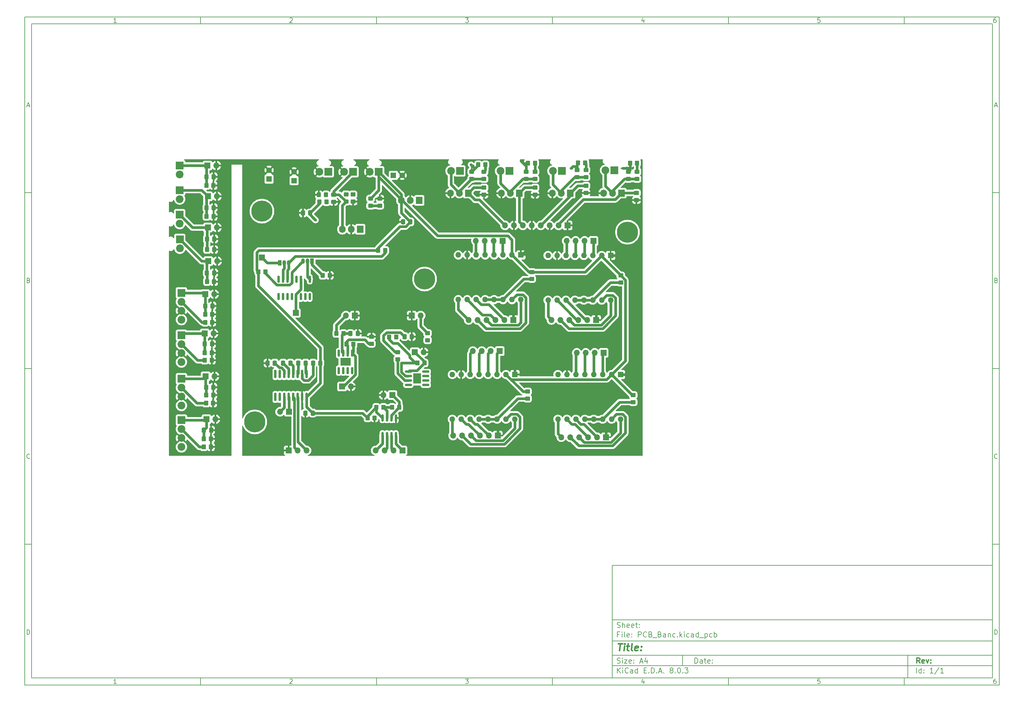
<source format=gbr>
%TF.GenerationSoftware,KiCad,Pcbnew,8.0.3*%
%TF.CreationDate,2024-09-18T10:17:04+02:00*%
%TF.ProjectId,PCB_Banc,5043425f-4261-46e6-932e-6b696361645f,rev?*%
%TF.SameCoordinates,Original*%
%TF.FileFunction,Copper,L1,Top*%
%TF.FilePolarity,Positive*%
%FSLAX46Y46*%
G04 Gerber Fmt 4.6, Leading zero omitted, Abs format (unit mm)*
G04 Created by KiCad (PCBNEW 8.0.3) date 2024-09-18 10:17:04*
%MOMM*%
%LPD*%
G01*
G04 APERTURE LIST*
G04 Aperture macros list*
%AMRoundRect*
0 Rectangle with rounded corners*
0 $1 Rounding radius*
0 $2 $3 $4 $5 $6 $7 $8 $9 X,Y pos of 4 corners*
0 Add a 4 corners polygon primitive as box body*
4,1,4,$2,$3,$4,$5,$6,$7,$8,$9,$2,$3,0*
0 Add four circle primitives for the rounded corners*
1,1,$1+$1,$2,$3*
1,1,$1+$1,$4,$5*
1,1,$1+$1,$6,$7*
1,1,$1+$1,$8,$9*
0 Add four rect primitives between the rounded corners*
20,1,$1+$1,$2,$3,$4,$5,0*
20,1,$1+$1,$4,$5,$6,$7,0*
20,1,$1+$1,$6,$7,$8,$9,0*
20,1,$1+$1,$8,$9,$2,$3,0*%
G04 Aperture macros list end*
%ADD10C,0.100000*%
%ADD11C,0.150000*%
%ADD12C,0.300000*%
%ADD13C,0.400000*%
%TA.AperFunction,SMDPad,CuDef*%
%ADD14RoundRect,0.250000X-0.450000X0.350000X-0.450000X-0.350000X0.450000X-0.350000X0.450000X0.350000X0*%
%TD*%
%TA.AperFunction,SMDPad,CuDef*%
%ADD15RoundRect,0.250000X-0.337500X-0.475000X0.337500X-0.475000X0.337500X0.475000X-0.337500X0.475000X0*%
%TD*%
%TA.AperFunction,ComponentPad*%
%ADD16R,1.700000X1.700000*%
%TD*%
%TA.AperFunction,ComponentPad*%
%ADD17O,1.700000X1.700000*%
%TD*%
%TA.AperFunction,SMDPad,CuDef*%
%ADD18RoundRect,0.250000X-0.350000X-0.450000X0.350000X-0.450000X0.350000X0.450000X-0.350000X0.450000X0*%
%TD*%
%TA.AperFunction,SMDPad,CuDef*%
%ADD19RoundRect,0.250000X0.450000X-0.350000X0.450000X0.350000X-0.450000X0.350000X-0.450000X-0.350000X0*%
%TD*%
%TA.AperFunction,ComponentPad*%
%ADD20R,2.200000X2.200000*%
%TD*%
%TA.AperFunction,ComponentPad*%
%ADD21C,2.200000*%
%TD*%
%TA.AperFunction,SMDPad,CuDef*%
%ADD22RoundRect,0.250000X0.450000X-0.325000X0.450000X0.325000X-0.450000X0.325000X-0.450000X-0.325000X0*%
%TD*%
%TA.AperFunction,ComponentPad*%
%ADD23C,6.000000*%
%TD*%
%TA.AperFunction,ComponentPad*%
%ADD24R,1.050000X1.500000*%
%TD*%
%TA.AperFunction,ComponentPad*%
%ADD25O,1.050000X1.500000*%
%TD*%
%TA.AperFunction,SMDPad,CuDef*%
%ADD26RoundRect,0.150000X-0.150000X0.825000X-0.150000X-0.825000X0.150000X-0.825000X0.150000X0.825000X0*%
%TD*%
%TA.AperFunction,HeatsinkPad*%
%ADD27R,3.000000X2.290000*%
%TD*%
%TA.AperFunction,ComponentPad*%
%ADD28R,1.600000X1.600000*%
%TD*%
%TA.AperFunction,ComponentPad*%
%ADD29C,1.600000*%
%TD*%
%TA.AperFunction,ComponentPad*%
%ADD30R,1.905000X2.000000*%
%TD*%
%TA.AperFunction,ComponentPad*%
%ADD31O,1.905000X2.000000*%
%TD*%
%TA.AperFunction,ComponentPad*%
%ADD32O,1.600000X1.600000*%
%TD*%
%TA.AperFunction,SMDPad,CuDef*%
%ADD33RoundRect,0.250000X-0.475000X0.337500X-0.475000X-0.337500X0.475000X-0.337500X0.475000X0.337500X0*%
%TD*%
%TA.AperFunction,SMDPad,CuDef*%
%ADD34RoundRect,0.250000X0.350000X0.450000X-0.350000X0.450000X-0.350000X-0.450000X0.350000X-0.450000X0*%
%TD*%
%TA.AperFunction,SMDPad,CuDef*%
%ADD35RoundRect,0.250000X0.337500X0.475000X-0.337500X0.475000X-0.337500X-0.475000X0.337500X-0.475000X0*%
%TD*%
%TA.AperFunction,SMDPad,CuDef*%
%ADD36RoundRect,0.250000X-0.450000X0.325000X-0.450000X-0.325000X0.450000X-0.325000X0.450000X0.325000X0*%
%TD*%
%TA.AperFunction,SMDPad,CuDef*%
%ADD37RoundRect,0.150000X-0.825000X-0.150000X0.825000X-0.150000X0.825000X0.150000X-0.825000X0.150000X0*%
%TD*%
%TA.AperFunction,HeatsinkPad*%
%ADD38R,2.290000X3.000000*%
%TD*%
%TA.AperFunction,SMDPad,CuDef*%
%ADD39RoundRect,0.250000X-0.325000X-0.450000X0.325000X-0.450000X0.325000X0.450000X-0.325000X0.450000X0*%
%TD*%
%TA.AperFunction,SMDPad,CuDef*%
%ADD40RoundRect,0.150000X-0.150000X1.050000X-0.150000X-1.050000X0.150000X-1.050000X0.150000X1.050000X0*%
%TD*%
%TA.AperFunction,SMDPad,CuDef*%
%ADD41RoundRect,0.150000X0.150000X-0.825000X0.150000X0.825000X-0.150000X0.825000X-0.150000X-0.825000X0*%
%TD*%
%TA.AperFunction,ViaPad*%
%ADD42C,0.600000*%
%TD*%
%TA.AperFunction,Conductor*%
%ADD43C,0.800000*%
%TD*%
G04 APERTURE END LIST*
D10*
D11*
X177002200Y-166007200D02*
X285002200Y-166007200D01*
X285002200Y-198007200D01*
X177002200Y-198007200D01*
X177002200Y-166007200D01*
D10*
D11*
X10000000Y-10000000D02*
X287002200Y-10000000D01*
X287002200Y-200007200D01*
X10000000Y-200007200D01*
X10000000Y-10000000D01*
D10*
D11*
X12000000Y-12000000D02*
X285002200Y-12000000D01*
X285002200Y-198007200D01*
X12000000Y-198007200D01*
X12000000Y-12000000D01*
D10*
D11*
X60000000Y-12000000D02*
X60000000Y-10000000D01*
D10*
D11*
X110000000Y-12000000D02*
X110000000Y-10000000D01*
D10*
D11*
X160000000Y-12000000D02*
X160000000Y-10000000D01*
D10*
D11*
X210000000Y-12000000D02*
X210000000Y-10000000D01*
D10*
D11*
X260000000Y-12000000D02*
X260000000Y-10000000D01*
D10*
D11*
X36089160Y-11593604D02*
X35346303Y-11593604D01*
X35717731Y-11593604D02*
X35717731Y-10293604D01*
X35717731Y-10293604D02*
X35593922Y-10479319D01*
X35593922Y-10479319D02*
X35470112Y-10603128D01*
X35470112Y-10603128D02*
X35346303Y-10665033D01*
D10*
D11*
X85346303Y-10417414D02*
X85408207Y-10355509D01*
X85408207Y-10355509D02*
X85532017Y-10293604D01*
X85532017Y-10293604D02*
X85841541Y-10293604D01*
X85841541Y-10293604D02*
X85965350Y-10355509D01*
X85965350Y-10355509D02*
X86027255Y-10417414D01*
X86027255Y-10417414D02*
X86089160Y-10541223D01*
X86089160Y-10541223D02*
X86089160Y-10665033D01*
X86089160Y-10665033D02*
X86027255Y-10850747D01*
X86027255Y-10850747D02*
X85284398Y-11593604D01*
X85284398Y-11593604D02*
X86089160Y-11593604D01*
D10*
D11*
X135284398Y-10293604D02*
X136089160Y-10293604D01*
X136089160Y-10293604D02*
X135655826Y-10788842D01*
X135655826Y-10788842D02*
X135841541Y-10788842D01*
X135841541Y-10788842D02*
X135965350Y-10850747D01*
X135965350Y-10850747D02*
X136027255Y-10912652D01*
X136027255Y-10912652D02*
X136089160Y-11036461D01*
X136089160Y-11036461D02*
X136089160Y-11345985D01*
X136089160Y-11345985D02*
X136027255Y-11469795D01*
X136027255Y-11469795D02*
X135965350Y-11531700D01*
X135965350Y-11531700D02*
X135841541Y-11593604D01*
X135841541Y-11593604D02*
X135470112Y-11593604D01*
X135470112Y-11593604D02*
X135346303Y-11531700D01*
X135346303Y-11531700D02*
X135284398Y-11469795D01*
D10*
D11*
X185965350Y-10726938D02*
X185965350Y-11593604D01*
X185655826Y-10231700D02*
X185346303Y-11160271D01*
X185346303Y-11160271D02*
X186151064Y-11160271D01*
D10*
D11*
X236027255Y-10293604D02*
X235408207Y-10293604D01*
X235408207Y-10293604D02*
X235346303Y-10912652D01*
X235346303Y-10912652D02*
X235408207Y-10850747D01*
X235408207Y-10850747D02*
X235532017Y-10788842D01*
X235532017Y-10788842D02*
X235841541Y-10788842D01*
X235841541Y-10788842D02*
X235965350Y-10850747D01*
X235965350Y-10850747D02*
X236027255Y-10912652D01*
X236027255Y-10912652D02*
X236089160Y-11036461D01*
X236089160Y-11036461D02*
X236089160Y-11345985D01*
X236089160Y-11345985D02*
X236027255Y-11469795D01*
X236027255Y-11469795D02*
X235965350Y-11531700D01*
X235965350Y-11531700D02*
X235841541Y-11593604D01*
X235841541Y-11593604D02*
X235532017Y-11593604D01*
X235532017Y-11593604D02*
X235408207Y-11531700D01*
X235408207Y-11531700D02*
X235346303Y-11469795D01*
D10*
D11*
X285965350Y-10293604D02*
X285717731Y-10293604D01*
X285717731Y-10293604D02*
X285593922Y-10355509D01*
X285593922Y-10355509D02*
X285532017Y-10417414D01*
X285532017Y-10417414D02*
X285408207Y-10603128D01*
X285408207Y-10603128D02*
X285346303Y-10850747D01*
X285346303Y-10850747D02*
X285346303Y-11345985D01*
X285346303Y-11345985D02*
X285408207Y-11469795D01*
X285408207Y-11469795D02*
X285470112Y-11531700D01*
X285470112Y-11531700D02*
X285593922Y-11593604D01*
X285593922Y-11593604D02*
X285841541Y-11593604D01*
X285841541Y-11593604D02*
X285965350Y-11531700D01*
X285965350Y-11531700D02*
X286027255Y-11469795D01*
X286027255Y-11469795D02*
X286089160Y-11345985D01*
X286089160Y-11345985D02*
X286089160Y-11036461D01*
X286089160Y-11036461D02*
X286027255Y-10912652D01*
X286027255Y-10912652D02*
X285965350Y-10850747D01*
X285965350Y-10850747D02*
X285841541Y-10788842D01*
X285841541Y-10788842D02*
X285593922Y-10788842D01*
X285593922Y-10788842D02*
X285470112Y-10850747D01*
X285470112Y-10850747D02*
X285408207Y-10912652D01*
X285408207Y-10912652D02*
X285346303Y-11036461D01*
D10*
D11*
X60000000Y-198007200D02*
X60000000Y-200007200D01*
D10*
D11*
X110000000Y-198007200D02*
X110000000Y-200007200D01*
D10*
D11*
X160000000Y-198007200D02*
X160000000Y-200007200D01*
D10*
D11*
X210000000Y-198007200D02*
X210000000Y-200007200D01*
D10*
D11*
X260000000Y-198007200D02*
X260000000Y-200007200D01*
D10*
D11*
X36089160Y-199600804D02*
X35346303Y-199600804D01*
X35717731Y-199600804D02*
X35717731Y-198300804D01*
X35717731Y-198300804D02*
X35593922Y-198486519D01*
X35593922Y-198486519D02*
X35470112Y-198610328D01*
X35470112Y-198610328D02*
X35346303Y-198672233D01*
D10*
D11*
X85346303Y-198424614D02*
X85408207Y-198362709D01*
X85408207Y-198362709D02*
X85532017Y-198300804D01*
X85532017Y-198300804D02*
X85841541Y-198300804D01*
X85841541Y-198300804D02*
X85965350Y-198362709D01*
X85965350Y-198362709D02*
X86027255Y-198424614D01*
X86027255Y-198424614D02*
X86089160Y-198548423D01*
X86089160Y-198548423D02*
X86089160Y-198672233D01*
X86089160Y-198672233D02*
X86027255Y-198857947D01*
X86027255Y-198857947D02*
X85284398Y-199600804D01*
X85284398Y-199600804D02*
X86089160Y-199600804D01*
D10*
D11*
X135284398Y-198300804D02*
X136089160Y-198300804D01*
X136089160Y-198300804D02*
X135655826Y-198796042D01*
X135655826Y-198796042D02*
X135841541Y-198796042D01*
X135841541Y-198796042D02*
X135965350Y-198857947D01*
X135965350Y-198857947D02*
X136027255Y-198919852D01*
X136027255Y-198919852D02*
X136089160Y-199043661D01*
X136089160Y-199043661D02*
X136089160Y-199353185D01*
X136089160Y-199353185D02*
X136027255Y-199476995D01*
X136027255Y-199476995D02*
X135965350Y-199538900D01*
X135965350Y-199538900D02*
X135841541Y-199600804D01*
X135841541Y-199600804D02*
X135470112Y-199600804D01*
X135470112Y-199600804D02*
X135346303Y-199538900D01*
X135346303Y-199538900D02*
X135284398Y-199476995D01*
D10*
D11*
X185965350Y-198734138D02*
X185965350Y-199600804D01*
X185655826Y-198238900D02*
X185346303Y-199167471D01*
X185346303Y-199167471D02*
X186151064Y-199167471D01*
D10*
D11*
X236027255Y-198300804D02*
X235408207Y-198300804D01*
X235408207Y-198300804D02*
X235346303Y-198919852D01*
X235346303Y-198919852D02*
X235408207Y-198857947D01*
X235408207Y-198857947D02*
X235532017Y-198796042D01*
X235532017Y-198796042D02*
X235841541Y-198796042D01*
X235841541Y-198796042D02*
X235965350Y-198857947D01*
X235965350Y-198857947D02*
X236027255Y-198919852D01*
X236027255Y-198919852D02*
X236089160Y-199043661D01*
X236089160Y-199043661D02*
X236089160Y-199353185D01*
X236089160Y-199353185D02*
X236027255Y-199476995D01*
X236027255Y-199476995D02*
X235965350Y-199538900D01*
X235965350Y-199538900D02*
X235841541Y-199600804D01*
X235841541Y-199600804D02*
X235532017Y-199600804D01*
X235532017Y-199600804D02*
X235408207Y-199538900D01*
X235408207Y-199538900D02*
X235346303Y-199476995D01*
D10*
D11*
X285965350Y-198300804D02*
X285717731Y-198300804D01*
X285717731Y-198300804D02*
X285593922Y-198362709D01*
X285593922Y-198362709D02*
X285532017Y-198424614D01*
X285532017Y-198424614D02*
X285408207Y-198610328D01*
X285408207Y-198610328D02*
X285346303Y-198857947D01*
X285346303Y-198857947D02*
X285346303Y-199353185D01*
X285346303Y-199353185D02*
X285408207Y-199476995D01*
X285408207Y-199476995D02*
X285470112Y-199538900D01*
X285470112Y-199538900D02*
X285593922Y-199600804D01*
X285593922Y-199600804D02*
X285841541Y-199600804D01*
X285841541Y-199600804D02*
X285965350Y-199538900D01*
X285965350Y-199538900D02*
X286027255Y-199476995D01*
X286027255Y-199476995D02*
X286089160Y-199353185D01*
X286089160Y-199353185D02*
X286089160Y-199043661D01*
X286089160Y-199043661D02*
X286027255Y-198919852D01*
X286027255Y-198919852D02*
X285965350Y-198857947D01*
X285965350Y-198857947D02*
X285841541Y-198796042D01*
X285841541Y-198796042D02*
X285593922Y-198796042D01*
X285593922Y-198796042D02*
X285470112Y-198857947D01*
X285470112Y-198857947D02*
X285408207Y-198919852D01*
X285408207Y-198919852D02*
X285346303Y-199043661D01*
D10*
D11*
X10000000Y-60000000D02*
X12000000Y-60000000D01*
D10*
D11*
X10000000Y-110000000D02*
X12000000Y-110000000D01*
D10*
D11*
X10000000Y-160000000D02*
X12000000Y-160000000D01*
D10*
D11*
X10690476Y-35222176D02*
X11309523Y-35222176D01*
X10566666Y-35593604D02*
X10999999Y-34293604D01*
X10999999Y-34293604D02*
X11433333Y-35593604D01*
D10*
D11*
X11092857Y-84912652D02*
X11278571Y-84974557D01*
X11278571Y-84974557D02*
X11340476Y-85036461D01*
X11340476Y-85036461D02*
X11402380Y-85160271D01*
X11402380Y-85160271D02*
X11402380Y-85345985D01*
X11402380Y-85345985D02*
X11340476Y-85469795D01*
X11340476Y-85469795D02*
X11278571Y-85531700D01*
X11278571Y-85531700D02*
X11154761Y-85593604D01*
X11154761Y-85593604D02*
X10659523Y-85593604D01*
X10659523Y-85593604D02*
X10659523Y-84293604D01*
X10659523Y-84293604D02*
X11092857Y-84293604D01*
X11092857Y-84293604D02*
X11216666Y-84355509D01*
X11216666Y-84355509D02*
X11278571Y-84417414D01*
X11278571Y-84417414D02*
X11340476Y-84541223D01*
X11340476Y-84541223D02*
X11340476Y-84665033D01*
X11340476Y-84665033D02*
X11278571Y-84788842D01*
X11278571Y-84788842D02*
X11216666Y-84850747D01*
X11216666Y-84850747D02*
X11092857Y-84912652D01*
X11092857Y-84912652D02*
X10659523Y-84912652D01*
D10*
D11*
X11402380Y-135469795D02*
X11340476Y-135531700D01*
X11340476Y-135531700D02*
X11154761Y-135593604D01*
X11154761Y-135593604D02*
X11030952Y-135593604D01*
X11030952Y-135593604D02*
X10845238Y-135531700D01*
X10845238Y-135531700D02*
X10721428Y-135407890D01*
X10721428Y-135407890D02*
X10659523Y-135284080D01*
X10659523Y-135284080D02*
X10597619Y-135036461D01*
X10597619Y-135036461D02*
X10597619Y-134850747D01*
X10597619Y-134850747D02*
X10659523Y-134603128D01*
X10659523Y-134603128D02*
X10721428Y-134479319D01*
X10721428Y-134479319D02*
X10845238Y-134355509D01*
X10845238Y-134355509D02*
X11030952Y-134293604D01*
X11030952Y-134293604D02*
X11154761Y-134293604D01*
X11154761Y-134293604D02*
X11340476Y-134355509D01*
X11340476Y-134355509D02*
X11402380Y-134417414D01*
D10*
D11*
X10659523Y-185593604D02*
X10659523Y-184293604D01*
X10659523Y-184293604D02*
X10969047Y-184293604D01*
X10969047Y-184293604D02*
X11154761Y-184355509D01*
X11154761Y-184355509D02*
X11278571Y-184479319D01*
X11278571Y-184479319D02*
X11340476Y-184603128D01*
X11340476Y-184603128D02*
X11402380Y-184850747D01*
X11402380Y-184850747D02*
X11402380Y-185036461D01*
X11402380Y-185036461D02*
X11340476Y-185284080D01*
X11340476Y-185284080D02*
X11278571Y-185407890D01*
X11278571Y-185407890D02*
X11154761Y-185531700D01*
X11154761Y-185531700D02*
X10969047Y-185593604D01*
X10969047Y-185593604D02*
X10659523Y-185593604D01*
D10*
D11*
X287002200Y-60000000D02*
X285002200Y-60000000D01*
D10*
D11*
X287002200Y-110000000D02*
X285002200Y-110000000D01*
D10*
D11*
X287002200Y-160000000D02*
X285002200Y-160000000D01*
D10*
D11*
X285692676Y-35222176D02*
X286311723Y-35222176D01*
X285568866Y-35593604D02*
X286002199Y-34293604D01*
X286002199Y-34293604D02*
X286435533Y-35593604D01*
D10*
D11*
X286095057Y-84912652D02*
X286280771Y-84974557D01*
X286280771Y-84974557D02*
X286342676Y-85036461D01*
X286342676Y-85036461D02*
X286404580Y-85160271D01*
X286404580Y-85160271D02*
X286404580Y-85345985D01*
X286404580Y-85345985D02*
X286342676Y-85469795D01*
X286342676Y-85469795D02*
X286280771Y-85531700D01*
X286280771Y-85531700D02*
X286156961Y-85593604D01*
X286156961Y-85593604D02*
X285661723Y-85593604D01*
X285661723Y-85593604D02*
X285661723Y-84293604D01*
X285661723Y-84293604D02*
X286095057Y-84293604D01*
X286095057Y-84293604D02*
X286218866Y-84355509D01*
X286218866Y-84355509D02*
X286280771Y-84417414D01*
X286280771Y-84417414D02*
X286342676Y-84541223D01*
X286342676Y-84541223D02*
X286342676Y-84665033D01*
X286342676Y-84665033D02*
X286280771Y-84788842D01*
X286280771Y-84788842D02*
X286218866Y-84850747D01*
X286218866Y-84850747D02*
X286095057Y-84912652D01*
X286095057Y-84912652D02*
X285661723Y-84912652D01*
D10*
D11*
X286404580Y-135469795D02*
X286342676Y-135531700D01*
X286342676Y-135531700D02*
X286156961Y-135593604D01*
X286156961Y-135593604D02*
X286033152Y-135593604D01*
X286033152Y-135593604D02*
X285847438Y-135531700D01*
X285847438Y-135531700D02*
X285723628Y-135407890D01*
X285723628Y-135407890D02*
X285661723Y-135284080D01*
X285661723Y-135284080D02*
X285599819Y-135036461D01*
X285599819Y-135036461D02*
X285599819Y-134850747D01*
X285599819Y-134850747D02*
X285661723Y-134603128D01*
X285661723Y-134603128D02*
X285723628Y-134479319D01*
X285723628Y-134479319D02*
X285847438Y-134355509D01*
X285847438Y-134355509D02*
X286033152Y-134293604D01*
X286033152Y-134293604D02*
X286156961Y-134293604D01*
X286156961Y-134293604D02*
X286342676Y-134355509D01*
X286342676Y-134355509D02*
X286404580Y-134417414D01*
D10*
D11*
X285661723Y-185593604D02*
X285661723Y-184293604D01*
X285661723Y-184293604D02*
X285971247Y-184293604D01*
X285971247Y-184293604D02*
X286156961Y-184355509D01*
X286156961Y-184355509D02*
X286280771Y-184479319D01*
X286280771Y-184479319D02*
X286342676Y-184603128D01*
X286342676Y-184603128D02*
X286404580Y-184850747D01*
X286404580Y-184850747D02*
X286404580Y-185036461D01*
X286404580Y-185036461D02*
X286342676Y-185284080D01*
X286342676Y-185284080D02*
X286280771Y-185407890D01*
X286280771Y-185407890D02*
X286156961Y-185531700D01*
X286156961Y-185531700D02*
X285971247Y-185593604D01*
X285971247Y-185593604D02*
X285661723Y-185593604D01*
D10*
D11*
X200458026Y-193793328D02*
X200458026Y-192293328D01*
X200458026Y-192293328D02*
X200815169Y-192293328D01*
X200815169Y-192293328D02*
X201029455Y-192364757D01*
X201029455Y-192364757D02*
X201172312Y-192507614D01*
X201172312Y-192507614D02*
X201243741Y-192650471D01*
X201243741Y-192650471D02*
X201315169Y-192936185D01*
X201315169Y-192936185D02*
X201315169Y-193150471D01*
X201315169Y-193150471D02*
X201243741Y-193436185D01*
X201243741Y-193436185D02*
X201172312Y-193579042D01*
X201172312Y-193579042D02*
X201029455Y-193721900D01*
X201029455Y-193721900D02*
X200815169Y-193793328D01*
X200815169Y-193793328D02*
X200458026Y-193793328D01*
X202600884Y-193793328D02*
X202600884Y-193007614D01*
X202600884Y-193007614D02*
X202529455Y-192864757D01*
X202529455Y-192864757D02*
X202386598Y-192793328D01*
X202386598Y-192793328D02*
X202100884Y-192793328D01*
X202100884Y-192793328D02*
X201958026Y-192864757D01*
X202600884Y-193721900D02*
X202458026Y-193793328D01*
X202458026Y-193793328D02*
X202100884Y-193793328D01*
X202100884Y-193793328D02*
X201958026Y-193721900D01*
X201958026Y-193721900D02*
X201886598Y-193579042D01*
X201886598Y-193579042D02*
X201886598Y-193436185D01*
X201886598Y-193436185D02*
X201958026Y-193293328D01*
X201958026Y-193293328D02*
X202100884Y-193221900D01*
X202100884Y-193221900D02*
X202458026Y-193221900D01*
X202458026Y-193221900D02*
X202600884Y-193150471D01*
X203100884Y-192793328D02*
X203672312Y-192793328D01*
X203315169Y-192293328D02*
X203315169Y-193579042D01*
X203315169Y-193579042D02*
X203386598Y-193721900D01*
X203386598Y-193721900D02*
X203529455Y-193793328D01*
X203529455Y-193793328D02*
X203672312Y-193793328D01*
X204743741Y-193721900D02*
X204600884Y-193793328D01*
X204600884Y-193793328D02*
X204315170Y-193793328D01*
X204315170Y-193793328D02*
X204172312Y-193721900D01*
X204172312Y-193721900D02*
X204100884Y-193579042D01*
X204100884Y-193579042D02*
X204100884Y-193007614D01*
X204100884Y-193007614D02*
X204172312Y-192864757D01*
X204172312Y-192864757D02*
X204315170Y-192793328D01*
X204315170Y-192793328D02*
X204600884Y-192793328D01*
X204600884Y-192793328D02*
X204743741Y-192864757D01*
X204743741Y-192864757D02*
X204815170Y-193007614D01*
X204815170Y-193007614D02*
X204815170Y-193150471D01*
X204815170Y-193150471D02*
X204100884Y-193293328D01*
X205458026Y-193650471D02*
X205529455Y-193721900D01*
X205529455Y-193721900D02*
X205458026Y-193793328D01*
X205458026Y-193793328D02*
X205386598Y-193721900D01*
X205386598Y-193721900D02*
X205458026Y-193650471D01*
X205458026Y-193650471D02*
X205458026Y-193793328D01*
X205458026Y-192864757D02*
X205529455Y-192936185D01*
X205529455Y-192936185D02*
X205458026Y-193007614D01*
X205458026Y-193007614D02*
X205386598Y-192936185D01*
X205386598Y-192936185D02*
X205458026Y-192864757D01*
X205458026Y-192864757D02*
X205458026Y-193007614D01*
D10*
D11*
X177002200Y-194507200D02*
X285002200Y-194507200D01*
D10*
D11*
X178458026Y-196593328D02*
X178458026Y-195093328D01*
X179315169Y-196593328D02*
X178672312Y-195736185D01*
X179315169Y-195093328D02*
X178458026Y-195950471D01*
X179958026Y-196593328D02*
X179958026Y-195593328D01*
X179958026Y-195093328D02*
X179886598Y-195164757D01*
X179886598Y-195164757D02*
X179958026Y-195236185D01*
X179958026Y-195236185D02*
X180029455Y-195164757D01*
X180029455Y-195164757D02*
X179958026Y-195093328D01*
X179958026Y-195093328D02*
X179958026Y-195236185D01*
X181529455Y-196450471D02*
X181458027Y-196521900D01*
X181458027Y-196521900D02*
X181243741Y-196593328D01*
X181243741Y-196593328D02*
X181100884Y-196593328D01*
X181100884Y-196593328D02*
X180886598Y-196521900D01*
X180886598Y-196521900D02*
X180743741Y-196379042D01*
X180743741Y-196379042D02*
X180672312Y-196236185D01*
X180672312Y-196236185D02*
X180600884Y-195950471D01*
X180600884Y-195950471D02*
X180600884Y-195736185D01*
X180600884Y-195736185D02*
X180672312Y-195450471D01*
X180672312Y-195450471D02*
X180743741Y-195307614D01*
X180743741Y-195307614D02*
X180886598Y-195164757D01*
X180886598Y-195164757D02*
X181100884Y-195093328D01*
X181100884Y-195093328D02*
X181243741Y-195093328D01*
X181243741Y-195093328D02*
X181458027Y-195164757D01*
X181458027Y-195164757D02*
X181529455Y-195236185D01*
X182815170Y-196593328D02*
X182815170Y-195807614D01*
X182815170Y-195807614D02*
X182743741Y-195664757D01*
X182743741Y-195664757D02*
X182600884Y-195593328D01*
X182600884Y-195593328D02*
X182315170Y-195593328D01*
X182315170Y-195593328D02*
X182172312Y-195664757D01*
X182815170Y-196521900D02*
X182672312Y-196593328D01*
X182672312Y-196593328D02*
X182315170Y-196593328D01*
X182315170Y-196593328D02*
X182172312Y-196521900D01*
X182172312Y-196521900D02*
X182100884Y-196379042D01*
X182100884Y-196379042D02*
X182100884Y-196236185D01*
X182100884Y-196236185D02*
X182172312Y-196093328D01*
X182172312Y-196093328D02*
X182315170Y-196021900D01*
X182315170Y-196021900D02*
X182672312Y-196021900D01*
X182672312Y-196021900D02*
X182815170Y-195950471D01*
X184172313Y-196593328D02*
X184172313Y-195093328D01*
X184172313Y-196521900D02*
X184029455Y-196593328D01*
X184029455Y-196593328D02*
X183743741Y-196593328D01*
X183743741Y-196593328D02*
X183600884Y-196521900D01*
X183600884Y-196521900D02*
X183529455Y-196450471D01*
X183529455Y-196450471D02*
X183458027Y-196307614D01*
X183458027Y-196307614D02*
X183458027Y-195879042D01*
X183458027Y-195879042D02*
X183529455Y-195736185D01*
X183529455Y-195736185D02*
X183600884Y-195664757D01*
X183600884Y-195664757D02*
X183743741Y-195593328D01*
X183743741Y-195593328D02*
X184029455Y-195593328D01*
X184029455Y-195593328D02*
X184172313Y-195664757D01*
X186029455Y-195807614D02*
X186529455Y-195807614D01*
X186743741Y-196593328D02*
X186029455Y-196593328D01*
X186029455Y-196593328D02*
X186029455Y-195093328D01*
X186029455Y-195093328D02*
X186743741Y-195093328D01*
X187386598Y-196450471D02*
X187458027Y-196521900D01*
X187458027Y-196521900D02*
X187386598Y-196593328D01*
X187386598Y-196593328D02*
X187315170Y-196521900D01*
X187315170Y-196521900D02*
X187386598Y-196450471D01*
X187386598Y-196450471D02*
X187386598Y-196593328D01*
X188100884Y-196593328D02*
X188100884Y-195093328D01*
X188100884Y-195093328D02*
X188458027Y-195093328D01*
X188458027Y-195093328D02*
X188672313Y-195164757D01*
X188672313Y-195164757D02*
X188815170Y-195307614D01*
X188815170Y-195307614D02*
X188886599Y-195450471D01*
X188886599Y-195450471D02*
X188958027Y-195736185D01*
X188958027Y-195736185D02*
X188958027Y-195950471D01*
X188958027Y-195950471D02*
X188886599Y-196236185D01*
X188886599Y-196236185D02*
X188815170Y-196379042D01*
X188815170Y-196379042D02*
X188672313Y-196521900D01*
X188672313Y-196521900D02*
X188458027Y-196593328D01*
X188458027Y-196593328D02*
X188100884Y-196593328D01*
X189600884Y-196450471D02*
X189672313Y-196521900D01*
X189672313Y-196521900D02*
X189600884Y-196593328D01*
X189600884Y-196593328D02*
X189529456Y-196521900D01*
X189529456Y-196521900D02*
X189600884Y-196450471D01*
X189600884Y-196450471D02*
X189600884Y-196593328D01*
X190243742Y-196164757D02*
X190958028Y-196164757D01*
X190100885Y-196593328D02*
X190600885Y-195093328D01*
X190600885Y-195093328D02*
X191100885Y-196593328D01*
X191600884Y-196450471D02*
X191672313Y-196521900D01*
X191672313Y-196521900D02*
X191600884Y-196593328D01*
X191600884Y-196593328D02*
X191529456Y-196521900D01*
X191529456Y-196521900D02*
X191600884Y-196450471D01*
X191600884Y-196450471D02*
X191600884Y-196593328D01*
X193672313Y-195736185D02*
X193529456Y-195664757D01*
X193529456Y-195664757D02*
X193458027Y-195593328D01*
X193458027Y-195593328D02*
X193386599Y-195450471D01*
X193386599Y-195450471D02*
X193386599Y-195379042D01*
X193386599Y-195379042D02*
X193458027Y-195236185D01*
X193458027Y-195236185D02*
X193529456Y-195164757D01*
X193529456Y-195164757D02*
X193672313Y-195093328D01*
X193672313Y-195093328D02*
X193958027Y-195093328D01*
X193958027Y-195093328D02*
X194100885Y-195164757D01*
X194100885Y-195164757D02*
X194172313Y-195236185D01*
X194172313Y-195236185D02*
X194243742Y-195379042D01*
X194243742Y-195379042D02*
X194243742Y-195450471D01*
X194243742Y-195450471D02*
X194172313Y-195593328D01*
X194172313Y-195593328D02*
X194100885Y-195664757D01*
X194100885Y-195664757D02*
X193958027Y-195736185D01*
X193958027Y-195736185D02*
X193672313Y-195736185D01*
X193672313Y-195736185D02*
X193529456Y-195807614D01*
X193529456Y-195807614D02*
X193458027Y-195879042D01*
X193458027Y-195879042D02*
X193386599Y-196021900D01*
X193386599Y-196021900D02*
X193386599Y-196307614D01*
X193386599Y-196307614D02*
X193458027Y-196450471D01*
X193458027Y-196450471D02*
X193529456Y-196521900D01*
X193529456Y-196521900D02*
X193672313Y-196593328D01*
X193672313Y-196593328D02*
X193958027Y-196593328D01*
X193958027Y-196593328D02*
X194100885Y-196521900D01*
X194100885Y-196521900D02*
X194172313Y-196450471D01*
X194172313Y-196450471D02*
X194243742Y-196307614D01*
X194243742Y-196307614D02*
X194243742Y-196021900D01*
X194243742Y-196021900D02*
X194172313Y-195879042D01*
X194172313Y-195879042D02*
X194100885Y-195807614D01*
X194100885Y-195807614D02*
X193958027Y-195736185D01*
X194886598Y-196450471D02*
X194958027Y-196521900D01*
X194958027Y-196521900D02*
X194886598Y-196593328D01*
X194886598Y-196593328D02*
X194815170Y-196521900D01*
X194815170Y-196521900D02*
X194886598Y-196450471D01*
X194886598Y-196450471D02*
X194886598Y-196593328D01*
X195886599Y-195093328D02*
X196029456Y-195093328D01*
X196029456Y-195093328D02*
X196172313Y-195164757D01*
X196172313Y-195164757D02*
X196243742Y-195236185D01*
X196243742Y-195236185D02*
X196315170Y-195379042D01*
X196315170Y-195379042D02*
X196386599Y-195664757D01*
X196386599Y-195664757D02*
X196386599Y-196021900D01*
X196386599Y-196021900D02*
X196315170Y-196307614D01*
X196315170Y-196307614D02*
X196243742Y-196450471D01*
X196243742Y-196450471D02*
X196172313Y-196521900D01*
X196172313Y-196521900D02*
X196029456Y-196593328D01*
X196029456Y-196593328D02*
X195886599Y-196593328D01*
X195886599Y-196593328D02*
X195743742Y-196521900D01*
X195743742Y-196521900D02*
X195672313Y-196450471D01*
X195672313Y-196450471D02*
X195600884Y-196307614D01*
X195600884Y-196307614D02*
X195529456Y-196021900D01*
X195529456Y-196021900D02*
X195529456Y-195664757D01*
X195529456Y-195664757D02*
X195600884Y-195379042D01*
X195600884Y-195379042D02*
X195672313Y-195236185D01*
X195672313Y-195236185D02*
X195743742Y-195164757D01*
X195743742Y-195164757D02*
X195886599Y-195093328D01*
X197029455Y-196450471D02*
X197100884Y-196521900D01*
X197100884Y-196521900D02*
X197029455Y-196593328D01*
X197029455Y-196593328D02*
X196958027Y-196521900D01*
X196958027Y-196521900D02*
X197029455Y-196450471D01*
X197029455Y-196450471D02*
X197029455Y-196593328D01*
X197600884Y-195093328D02*
X198529456Y-195093328D01*
X198529456Y-195093328D02*
X198029456Y-195664757D01*
X198029456Y-195664757D02*
X198243741Y-195664757D01*
X198243741Y-195664757D02*
X198386599Y-195736185D01*
X198386599Y-195736185D02*
X198458027Y-195807614D01*
X198458027Y-195807614D02*
X198529456Y-195950471D01*
X198529456Y-195950471D02*
X198529456Y-196307614D01*
X198529456Y-196307614D02*
X198458027Y-196450471D01*
X198458027Y-196450471D02*
X198386599Y-196521900D01*
X198386599Y-196521900D02*
X198243741Y-196593328D01*
X198243741Y-196593328D02*
X197815170Y-196593328D01*
X197815170Y-196593328D02*
X197672313Y-196521900D01*
X197672313Y-196521900D02*
X197600884Y-196450471D01*
D10*
D11*
X177002200Y-191507200D02*
X285002200Y-191507200D01*
D10*
D12*
X264413853Y-193785528D02*
X263913853Y-193071242D01*
X263556710Y-193785528D02*
X263556710Y-192285528D01*
X263556710Y-192285528D02*
X264128139Y-192285528D01*
X264128139Y-192285528D02*
X264270996Y-192356957D01*
X264270996Y-192356957D02*
X264342425Y-192428385D01*
X264342425Y-192428385D02*
X264413853Y-192571242D01*
X264413853Y-192571242D02*
X264413853Y-192785528D01*
X264413853Y-192785528D02*
X264342425Y-192928385D01*
X264342425Y-192928385D02*
X264270996Y-192999814D01*
X264270996Y-192999814D02*
X264128139Y-193071242D01*
X264128139Y-193071242D02*
X263556710Y-193071242D01*
X265628139Y-193714100D02*
X265485282Y-193785528D01*
X265485282Y-193785528D02*
X265199568Y-193785528D01*
X265199568Y-193785528D02*
X265056710Y-193714100D01*
X265056710Y-193714100D02*
X264985282Y-193571242D01*
X264985282Y-193571242D02*
X264985282Y-192999814D01*
X264985282Y-192999814D02*
X265056710Y-192856957D01*
X265056710Y-192856957D02*
X265199568Y-192785528D01*
X265199568Y-192785528D02*
X265485282Y-192785528D01*
X265485282Y-192785528D02*
X265628139Y-192856957D01*
X265628139Y-192856957D02*
X265699568Y-192999814D01*
X265699568Y-192999814D02*
X265699568Y-193142671D01*
X265699568Y-193142671D02*
X264985282Y-193285528D01*
X266199567Y-192785528D02*
X266556710Y-193785528D01*
X266556710Y-193785528D02*
X266913853Y-192785528D01*
X267485281Y-193642671D02*
X267556710Y-193714100D01*
X267556710Y-193714100D02*
X267485281Y-193785528D01*
X267485281Y-193785528D02*
X267413853Y-193714100D01*
X267413853Y-193714100D02*
X267485281Y-193642671D01*
X267485281Y-193642671D02*
X267485281Y-193785528D01*
X267485281Y-192856957D02*
X267556710Y-192928385D01*
X267556710Y-192928385D02*
X267485281Y-192999814D01*
X267485281Y-192999814D02*
X267413853Y-192928385D01*
X267413853Y-192928385D02*
X267485281Y-192856957D01*
X267485281Y-192856957D02*
X267485281Y-192999814D01*
D10*
D11*
X178386598Y-193721900D02*
X178600884Y-193793328D01*
X178600884Y-193793328D02*
X178958026Y-193793328D01*
X178958026Y-193793328D02*
X179100884Y-193721900D01*
X179100884Y-193721900D02*
X179172312Y-193650471D01*
X179172312Y-193650471D02*
X179243741Y-193507614D01*
X179243741Y-193507614D02*
X179243741Y-193364757D01*
X179243741Y-193364757D02*
X179172312Y-193221900D01*
X179172312Y-193221900D02*
X179100884Y-193150471D01*
X179100884Y-193150471D02*
X178958026Y-193079042D01*
X178958026Y-193079042D02*
X178672312Y-193007614D01*
X178672312Y-193007614D02*
X178529455Y-192936185D01*
X178529455Y-192936185D02*
X178458026Y-192864757D01*
X178458026Y-192864757D02*
X178386598Y-192721900D01*
X178386598Y-192721900D02*
X178386598Y-192579042D01*
X178386598Y-192579042D02*
X178458026Y-192436185D01*
X178458026Y-192436185D02*
X178529455Y-192364757D01*
X178529455Y-192364757D02*
X178672312Y-192293328D01*
X178672312Y-192293328D02*
X179029455Y-192293328D01*
X179029455Y-192293328D02*
X179243741Y-192364757D01*
X179886597Y-193793328D02*
X179886597Y-192793328D01*
X179886597Y-192293328D02*
X179815169Y-192364757D01*
X179815169Y-192364757D02*
X179886597Y-192436185D01*
X179886597Y-192436185D02*
X179958026Y-192364757D01*
X179958026Y-192364757D02*
X179886597Y-192293328D01*
X179886597Y-192293328D02*
X179886597Y-192436185D01*
X180458026Y-192793328D02*
X181243741Y-192793328D01*
X181243741Y-192793328D02*
X180458026Y-193793328D01*
X180458026Y-193793328D02*
X181243741Y-193793328D01*
X182386598Y-193721900D02*
X182243741Y-193793328D01*
X182243741Y-193793328D02*
X181958027Y-193793328D01*
X181958027Y-193793328D02*
X181815169Y-193721900D01*
X181815169Y-193721900D02*
X181743741Y-193579042D01*
X181743741Y-193579042D02*
X181743741Y-193007614D01*
X181743741Y-193007614D02*
X181815169Y-192864757D01*
X181815169Y-192864757D02*
X181958027Y-192793328D01*
X181958027Y-192793328D02*
X182243741Y-192793328D01*
X182243741Y-192793328D02*
X182386598Y-192864757D01*
X182386598Y-192864757D02*
X182458027Y-193007614D01*
X182458027Y-193007614D02*
X182458027Y-193150471D01*
X182458027Y-193150471D02*
X181743741Y-193293328D01*
X183100883Y-193650471D02*
X183172312Y-193721900D01*
X183172312Y-193721900D02*
X183100883Y-193793328D01*
X183100883Y-193793328D02*
X183029455Y-193721900D01*
X183029455Y-193721900D02*
X183100883Y-193650471D01*
X183100883Y-193650471D02*
X183100883Y-193793328D01*
X183100883Y-192864757D02*
X183172312Y-192936185D01*
X183172312Y-192936185D02*
X183100883Y-193007614D01*
X183100883Y-193007614D02*
X183029455Y-192936185D01*
X183029455Y-192936185D02*
X183100883Y-192864757D01*
X183100883Y-192864757D02*
X183100883Y-193007614D01*
X184886598Y-193364757D02*
X185600884Y-193364757D01*
X184743741Y-193793328D02*
X185243741Y-192293328D01*
X185243741Y-192293328D02*
X185743741Y-193793328D01*
X186886598Y-192793328D02*
X186886598Y-193793328D01*
X186529455Y-192221900D02*
X186172312Y-193293328D01*
X186172312Y-193293328D02*
X187100883Y-193293328D01*
D10*
D11*
X263458026Y-196593328D02*
X263458026Y-195093328D01*
X264815170Y-196593328D02*
X264815170Y-195093328D01*
X264815170Y-196521900D02*
X264672312Y-196593328D01*
X264672312Y-196593328D02*
X264386598Y-196593328D01*
X264386598Y-196593328D02*
X264243741Y-196521900D01*
X264243741Y-196521900D02*
X264172312Y-196450471D01*
X264172312Y-196450471D02*
X264100884Y-196307614D01*
X264100884Y-196307614D02*
X264100884Y-195879042D01*
X264100884Y-195879042D02*
X264172312Y-195736185D01*
X264172312Y-195736185D02*
X264243741Y-195664757D01*
X264243741Y-195664757D02*
X264386598Y-195593328D01*
X264386598Y-195593328D02*
X264672312Y-195593328D01*
X264672312Y-195593328D02*
X264815170Y-195664757D01*
X265529455Y-196450471D02*
X265600884Y-196521900D01*
X265600884Y-196521900D02*
X265529455Y-196593328D01*
X265529455Y-196593328D02*
X265458027Y-196521900D01*
X265458027Y-196521900D02*
X265529455Y-196450471D01*
X265529455Y-196450471D02*
X265529455Y-196593328D01*
X265529455Y-195664757D02*
X265600884Y-195736185D01*
X265600884Y-195736185D02*
X265529455Y-195807614D01*
X265529455Y-195807614D02*
X265458027Y-195736185D01*
X265458027Y-195736185D02*
X265529455Y-195664757D01*
X265529455Y-195664757D02*
X265529455Y-195807614D01*
X268172313Y-196593328D02*
X267315170Y-196593328D01*
X267743741Y-196593328D02*
X267743741Y-195093328D01*
X267743741Y-195093328D02*
X267600884Y-195307614D01*
X267600884Y-195307614D02*
X267458027Y-195450471D01*
X267458027Y-195450471D02*
X267315170Y-195521900D01*
X269886598Y-195021900D02*
X268600884Y-196950471D01*
X271172313Y-196593328D02*
X270315170Y-196593328D01*
X270743741Y-196593328D02*
X270743741Y-195093328D01*
X270743741Y-195093328D02*
X270600884Y-195307614D01*
X270600884Y-195307614D02*
X270458027Y-195450471D01*
X270458027Y-195450471D02*
X270315170Y-195521900D01*
D10*
D11*
X177002200Y-187507200D02*
X285002200Y-187507200D01*
D10*
D13*
X178693928Y-188211638D02*
X179836785Y-188211638D01*
X179015357Y-190211638D02*
X179265357Y-188211638D01*
X180253452Y-190211638D02*
X180420119Y-188878304D01*
X180503452Y-188211638D02*
X180396309Y-188306876D01*
X180396309Y-188306876D02*
X180479643Y-188402114D01*
X180479643Y-188402114D02*
X180586786Y-188306876D01*
X180586786Y-188306876D02*
X180503452Y-188211638D01*
X180503452Y-188211638D02*
X180479643Y-188402114D01*
X181086786Y-188878304D02*
X181848690Y-188878304D01*
X181455833Y-188211638D02*
X181241548Y-189925923D01*
X181241548Y-189925923D02*
X181312976Y-190116400D01*
X181312976Y-190116400D02*
X181491548Y-190211638D01*
X181491548Y-190211638D02*
X181682024Y-190211638D01*
X182634405Y-190211638D02*
X182455833Y-190116400D01*
X182455833Y-190116400D02*
X182384405Y-189925923D01*
X182384405Y-189925923D02*
X182598690Y-188211638D01*
X184170119Y-190116400D02*
X183967738Y-190211638D01*
X183967738Y-190211638D02*
X183586785Y-190211638D01*
X183586785Y-190211638D02*
X183408214Y-190116400D01*
X183408214Y-190116400D02*
X183336785Y-189925923D01*
X183336785Y-189925923D02*
X183432024Y-189164019D01*
X183432024Y-189164019D02*
X183551071Y-188973542D01*
X183551071Y-188973542D02*
X183753452Y-188878304D01*
X183753452Y-188878304D02*
X184134404Y-188878304D01*
X184134404Y-188878304D02*
X184312976Y-188973542D01*
X184312976Y-188973542D02*
X184384404Y-189164019D01*
X184384404Y-189164019D02*
X184360595Y-189354495D01*
X184360595Y-189354495D02*
X183384404Y-189544971D01*
X185134405Y-190021161D02*
X185217738Y-190116400D01*
X185217738Y-190116400D02*
X185110595Y-190211638D01*
X185110595Y-190211638D02*
X185027262Y-190116400D01*
X185027262Y-190116400D02*
X185134405Y-190021161D01*
X185134405Y-190021161D02*
X185110595Y-190211638D01*
X185265357Y-188973542D02*
X185348690Y-189068780D01*
X185348690Y-189068780D02*
X185241548Y-189164019D01*
X185241548Y-189164019D02*
X185158214Y-189068780D01*
X185158214Y-189068780D02*
X185265357Y-188973542D01*
X185265357Y-188973542D02*
X185241548Y-189164019D01*
D10*
D11*
X178958026Y-185607614D02*
X178458026Y-185607614D01*
X178458026Y-186393328D02*
X178458026Y-184893328D01*
X178458026Y-184893328D02*
X179172312Y-184893328D01*
X179743740Y-186393328D02*
X179743740Y-185393328D01*
X179743740Y-184893328D02*
X179672312Y-184964757D01*
X179672312Y-184964757D02*
X179743740Y-185036185D01*
X179743740Y-185036185D02*
X179815169Y-184964757D01*
X179815169Y-184964757D02*
X179743740Y-184893328D01*
X179743740Y-184893328D02*
X179743740Y-185036185D01*
X180672312Y-186393328D02*
X180529455Y-186321900D01*
X180529455Y-186321900D02*
X180458026Y-186179042D01*
X180458026Y-186179042D02*
X180458026Y-184893328D01*
X181815169Y-186321900D02*
X181672312Y-186393328D01*
X181672312Y-186393328D02*
X181386598Y-186393328D01*
X181386598Y-186393328D02*
X181243740Y-186321900D01*
X181243740Y-186321900D02*
X181172312Y-186179042D01*
X181172312Y-186179042D02*
X181172312Y-185607614D01*
X181172312Y-185607614D02*
X181243740Y-185464757D01*
X181243740Y-185464757D02*
X181386598Y-185393328D01*
X181386598Y-185393328D02*
X181672312Y-185393328D01*
X181672312Y-185393328D02*
X181815169Y-185464757D01*
X181815169Y-185464757D02*
X181886598Y-185607614D01*
X181886598Y-185607614D02*
X181886598Y-185750471D01*
X181886598Y-185750471D02*
X181172312Y-185893328D01*
X182529454Y-186250471D02*
X182600883Y-186321900D01*
X182600883Y-186321900D02*
X182529454Y-186393328D01*
X182529454Y-186393328D02*
X182458026Y-186321900D01*
X182458026Y-186321900D02*
X182529454Y-186250471D01*
X182529454Y-186250471D02*
X182529454Y-186393328D01*
X182529454Y-185464757D02*
X182600883Y-185536185D01*
X182600883Y-185536185D02*
X182529454Y-185607614D01*
X182529454Y-185607614D02*
X182458026Y-185536185D01*
X182458026Y-185536185D02*
X182529454Y-185464757D01*
X182529454Y-185464757D02*
X182529454Y-185607614D01*
X184386597Y-186393328D02*
X184386597Y-184893328D01*
X184386597Y-184893328D02*
X184958026Y-184893328D01*
X184958026Y-184893328D02*
X185100883Y-184964757D01*
X185100883Y-184964757D02*
X185172312Y-185036185D01*
X185172312Y-185036185D02*
X185243740Y-185179042D01*
X185243740Y-185179042D02*
X185243740Y-185393328D01*
X185243740Y-185393328D02*
X185172312Y-185536185D01*
X185172312Y-185536185D02*
X185100883Y-185607614D01*
X185100883Y-185607614D02*
X184958026Y-185679042D01*
X184958026Y-185679042D02*
X184386597Y-185679042D01*
X186743740Y-186250471D02*
X186672312Y-186321900D01*
X186672312Y-186321900D02*
X186458026Y-186393328D01*
X186458026Y-186393328D02*
X186315169Y-186393328D01*
X186315169Y-186393328D02*
X186100883Y-186321900D01*
X186100883Y-186321900D02*
X185958026Y-186179042D01*
X185958026Y-186179042D02*
X185886597Y-186036185D01*
X185886597Y-186036185D02*
X185815169Y-185750471D01*
X185815169Y-185750471D02*
X185815169Y-185536185D01*
X185815169Y-185536185D02*
X185886597Y-185250471D01*
X185886597Y-185250471D02*
X185958026Y-185107614D01*
X185958026Y-185107614D02*
X186100883Y-184964757D01*
X186100883Y-184964757D02*
X186315169Y-184893328D01*
X186315169Y-184893328D02*
X186458026Y-184893328D01*
X186458026Y-184893328D02*
X186672312Y-184964757D01*
X186672312Y-184964757D02*
X186743740Y-185036185D01*
X187886597Y-185607614D02*
X188100883Y-185679042D01*
X188100883Y-185679042D02*
X188172312Y-185750471D01*
X188172312Y-185750471D02*
X188243740Y-185893328D01*
X188243740Y-185893328D02*
X188243740Y-186107614D01*
X188243740Y-186107614D02*
X188172312Y-186250471D01*
X188172312Y-186250471D02*
X188100883Y-186321900D01*
X188100883Y-186321900D02*
X187958026Y-186393328D01*
X187958026Y-186393328D02*
X187386597Y-186393328D01*
X187386597Y-186393328D02*
X187386597Y-184893328D01*
X187386597Y-184893328D02*
X187886597Y-184893328D01*
X187886597Y-184893328D02*
X188029455Y-184964757D01*
X188029455Y-184964757D02*
X188100883Y-185036185D01*
X188100883Y-185036185D02*
X188172312Y-185179042D01*
X188172312Y-185179042D02*
X188172312Y-185321900D01*
X188172312Y-185321900D02*
X188100883Y-185464757D01*
X188100883Y-185464757D02*
X188029455Y-185536185D01*
X188029455Y-185536185D02*
X187886597Y-185607614D01*
X187886597Y-185607614D02*
X187386597Y-185607614D01*
X188529455Y-186536185D02*
X189672312Y-186536185D01*
X190529454Y-185607614D02*
X190743740Y-185679042D01*
X190743740Y-185679042D02*
X190815169Y-185750471D01*
X190815169Y-185750471D02*
X190886597Y-185893328D01*
X190886597Y-185893328D02*
X190886597Y-186107614D01*
X190886597Y-186107614D02*
X190815169Y-186250471D01*
X190815169Y-186250471D02*
X190743740Y-186321900D01*
X190743740Y-186321900D02*
X190600883Y-186393328D01*
X190600883Y-186393328D02*
X190029454Y-186393328D01*
X190029454Y-186393328D02*
X190029454Y-184893328D01*
X190029454Y-184893328D02*
X190529454Y-184893328D01*
X190529454Y-184893328D02*
X190672312Y-184964757D01*
X190672312Y-184964757D02*
X190743740Y-185036185D01*
X190743740Y-185036185D02*
X190815169Y-185179042D01*
X190815169Y-185179042D02*
X190815169Y-185321900D01*
X190815169Y-185321900D02*
X190743740Y-185464757D01*
X190743740Y-185464757D02*
X190672312Y-185536185D01*
X190672312Y-185536185D02*
X190529454Y-185607614D01*
X190529454Y-185607614D02*
X190029454Y-185607614D01*
X192172312Y-186393328D02*
X192172312Y-185607614D01*
X192172312Y-185607614D02*
X192100883Y-185464757D01*
X192100883Y-185464757D02*
X191958026Y-185393328D01*
X191958026Y-185393328D02*
X191672312Y-185393328D01*
X191672312Y-185393328D02*
X191529454Y-185464757D01*
X192172312Y-186321900D02*
X192029454Y-186393328D01*
X192029454Y-186393328D02*
X191672312Y-186393328D01*
X191672312Y-186393328D02*
X191529454Y-186321900D01*
X191529454Y-186321900D02*
X191458026Y-186179042D01*
X191458026Y-186179042D02*
X191458026Y-186036185D01*
X191458026Y-186036185D02*
X191529454Y-185893328D01*
X191529454Y-185893328D02*
X191672312Y-185821900D01*
X191672312Y-185821900D02*
X192029454Y-185821900D01*
X192029454Y-185821900D02*
X192172312Y-185750471D01*
X192886597Y-185393328D02*
X192886597Y-186393328D01*
X192886597Y-185536185D02*
X192958026Y-185464757D01*
X192958026Y-185464757D02*
X193100883Y-185393328D01*
X193100883Y-185393328D02*
X193315169Y-185393328D01*
X193315169Y-185393328D02*
X193458026Y-185464757D01*
X193458026Y-185464757D02*
X193529455Y-185607614D01*
X193529455Y-185607614D02*
X193529455Y-186393328D01*
X194886598Y-186321900D02*
X194743740Y-186393328D01*
X194743740Y-186393328D02*
X194458026Y-186393328D01*
X194458026Y-186393328D02*
X194315169Y-186321900D01*
X194315169Y-186321900D02*
X194243740Y-186250471D01*
X194243740Y-186250471D02*
X194172312Y-186107614D01*
X194172312Y-186107614D02*
X194172312Y-185679042D01*
X194172312Y-185679042D02*
X194243740Y-185536185D01*
X194243740Y-185536185D02*
X194315169Y-185464757D01*
X194315169Y-185464757D02*
X194458026Y-185393328D01*
X194458026Y-185393328D02*
X194743740Y-185393328D01*
X194743740Y-185393328D02*
X194886598Y-185464757D01*
X195529454Y-186250471D02*
X195600883Y-186321900D01*
X195600883Y-186321900D02*
X195529454Y-186393328D01*
X195529454Y-186393328D02*
X195458026Y-186321900D01*
X195458026Y-186321900D02*
X195529454Y-186250471D01*
X195529454Y-186250471D02*
X195529454Y-186393328D01*
X196243740Y-186393328D02*
X196243740Y-184893328D01*
X196386598Y-185821900D02*
X196815169Y-186393328D01*
X196815169Y-185393328D02*
X196243740Y-185964757D01*
X197458026Y-186393328D02*
X197458026Y-185393328D01*
X197458026Y-184893328D02*
X197386598Y-184964757D01*
X197386598Y-184964757D02*
X197458026Y-185036185D01*
X197458026Y-185036185D02*
X197529455Y-184964757D01*
X197529455Y-184964757D02*
X197458026Y-184893328D01*
X197458026Y-184893328D02*
X197458026Y-185036185D01*
X198815170Y-186321900D02*
X198672312Y-186393328D01*
X198672312Y-186393328D02*
X198386598Y-186393328D01*
X198386598Y-186393328D02*
X198243741Y-186321900D01*
X198243741Y-186321900D02*
X198172312Y-186250471D01*
X198172312Y-186250471D02*
X198100884Y-186107614D01*
X198100884Y-186107614D02*
X198100884Y-185679042D01*
X198100884Y-185679042D02*
X198172312Y-185536185D01*
X198172312Y-185536185D02*
X198243741Y-185464757D01*
X198243741Y-185464757D02*
X198386598Y-185393328D01*
X198386598Y-185393328D02*
X198672312Y-185393328D01*
X198672312Y-185393328D02*
X198815170Y-185464757D01*
X200100884Y-186393328D02*
X200100884Y-185607614D01*
X200100884Y-185607614D02*
X200029455Y-185464757D01*
X200029455Y-185464757D02*
X199886598Y-185393328D01*
X199886598Y-185393328D02*
X199600884Y-185393328D01*
X199600884Y-185393328D02*
X199458026Y-185464757D01*
X200100884Y-186321900D02*
X199958026Y-186393328D01*
X199958026Y-186393328D02*
X199600884Y-186393328D01*
X199600884Y-186393328D02*
X199458026Y-186321900D01*
X199458026Y-186321900D02*
X199386598Y-186179042D01*
X199386598Y-186179042D02*
X199386598Y-186036185D01*
X199386598Y-186036185D02*
X199458026Y-185893328D01*
X199458026Y-185893328D02*
X199600884Y-185821900D01*
X199600884Y-185821900D02*
X199958026Y-185821900D01*
X199958026Y-185821900D02*
X200100884Y-185750471D01*
X201458027Y-186393328D02*
X201458027Y-184893328D01*
X201458027Y-186321900D02*
X201315169Y-186393328D01*
X201315169Y-186393328D02*
X201029455Y-186393328D01*
X201029455Y-186393328D02*
X200886598Y-186321900D01*
X200886598Y-186321900D02*
X200815169Y-186250471D01*
X200815169Y-186250471D02*
X200743741Y-186107614D01*
X200743741Y-186107614D02*
X200743741Y-185679042D01*
X200743741Y-185679042D02*
X200815169Y-185536185D01*
X200815169Y-185536185D02*
X200886598Y-185464757D01*
X200886598Y-185464757D02*
X201029455Y-185393328D01*
X201029455Y-185393328D02*
X201315169Y-185393328D01*
X201315169Y-185393328D02*
X201458027Y-185464757D01*
X201815170Y-186536185D02*
X202958027Y-186536185D01*
X203315169Y-185393328D02*
X203315169Y-186893328D01*
X203315169Y-185464757D02*
X203458027Y-185393328D01*
X203458027Y-185393328D02*
X203743741Y-185393328D01*
X203743741Y-185393328D02*
X203886598Y-185464757D01*
X203886598Y-185464757D02*
X203958027Y-185536185D01*
X203958027Y-185536185D02*
X204029455Y-185679042D01*
X204029455Y-185679042D02*
X204029455Y-186107614D01*
X204029455Y-186107614D02*
X203958027Y-186250471D01*
X203958027Y-186250471D02*
X203886598Y-186321900D01*
X203886598Y-186321900D02*
X203743741Y-186393328D01*
X203743741Y-186393328D02*
X203458027Y-186393328D01*
X203458027Y-186393328D02*
X203315169Y-186321900D01*
X205315170Y-186321900D02*
X205172312Y-186393328D01*
X205172312Y-186393328D02*
X204886598Y-186393328D01*
X204886598Y-186393328D02*
X204743741Y-186321900D01*
X204743741Y-186321900D02*
X204672312Y-186250471D01*
X204672312Y-186250471D02*
X204600884Y-186107614D01*
X204600884Y-186107614D02*
X204600884Y-185679042D01*
X204600884Y-185679042D02*
X204672312Y-185536185D01*
X204672312Y-185536185D02*
X204743741Y-185464757D01*
X204743741Y-185464757D02*
X204886598Y-185393328D01*
X204886598Y-185393328D02*
X205172312Y-185393328D01*
X205172312Y-185393328D02*
X205315170Y-185464757D01*
X205958026Y-186393328D02*
X205958026Y-184893328D01*
X205958026Y-185464757D02*
X206100884Y-185393328D01*
X206100884Y-185393328D02*
X206386598Y-185393328D01*
X206386598Y-185393328D02*
X206529455Y-185464757D01*
X206529455Y-185464757D02*
X206600884Y-185536185D01*
X206600884Y-185536185D02*
X206672312Y-185679042D01*
X206672312Y-185679042D02*
X206672312Y-186107614D01*
X206672312Y-186107614D02*
X206600884Y-186250471D01*
X206600884Y-186250471D02*
X206529455Y-186321900D01*
X206529455Y-186321900D02*
X206386598Y-186393328D01*
X206386598Y-186393328D02*
X206100884Y-186393328D01*
X206100884Y-186393328D02*
X205958026Y-186321900D01*
D10*
D11*
X177002200Y-181507200D02*
X285002200Y-181507200D01*
D10*
D11*
X178386598Y-183621900D02*
X178600884Y-183693328D01*
X178600884Y-183693328D02*
X178958026Y-183693328D01*
X178958026Y-183693328D02*
X179100884Y-183621900D01*
X179100884Y-183621900D02*
X179172312Y-183550471D01*
X179172312Y-183550471D02*
X179243741Y-183407614D01*
X179243741Y-183407614D02*
X179243741Y-183264757D01*
X179243741Y-183264757D02*
X179172312Y-183121900D01*
X179172312Y-183121900D02*
X179100884Y-183050471D01*
X179100884Y-183050471D02*
X178958026Y-182979042D01*
X178958026Y-182979042D02*
X178672312Y-182907614D01*
X178672312Y-182907614D02*
X178529455Y-182836185D01*
X178529455Y-182836185D02*
X178458026Y-182764757D01*
X178458026Y-182764757D02*
X178386598Y-182621900D01*
X178386598Y-182621900D02*
X178386598Y-182479042D01*
X178386598Y-182479042D02*
X178458026Y-182336185D01*
X178458026Y-182336185D02*
X178529455Y-182264757D01*
X178529455Y-182264757D02*
X178672312Y-182193328D01*
X178672312Y-182193328D02*
X179029455Y-182193328D01*
X179029455Y-182193328D02*
X179243741Y-182264757D01*
X179886597Y-183693328D02*
X179886597Y-182193328D01*
X180529455Y-183693328D02*
X180529455Y-182907614D01*
X180529455Y-182907614D02*
X180458026Y-182764757D01*
X180458026Y-182764757D02*
X180315169Y-182693328D01*
X180315169Y-182693328D02*
X180100883Y-182693328D01*
X180100883Y-182693328D02*
X179958026Y-182764757D01*
X179958026Y-182764757D02*
X179886597Y-182836185D01*
X181815169Y-183621900D02*
X181672312Y-183693328D01*
X181672312Y-183693328D02*
X181386598Y-183693328D01*
X181386598Y-183693328D02*
X181243740Y-183621900D01*
X181243740Y-183621900D02*
X181172312Y-183479042D01*
X181172312Y-183479042D02*
X181172312Y-182907614D01*
X181172312Y-182907614D02*
X181243740Y-182764757D01*
X181243740Y-182764757D02*
X181386598Y-182693328D01*
X181386598Y-182693328D02*
X181672312Y-182693328D01*
X181672312Y-182693328D02*
X181815169Y-182764757D01*
X181815169Y-182764757D02*
X181886598Y-182907614D01*
X181886598Y-182907614D02*
X181886598Y-183050471D01*
X181886598Y-183050471D02*
X181172312Y-183193328D01*
X183100883Y-183621900D02*
X182958026Y-183693328D01*
X182958026Y-183693328D02*
X182672312Y-183693328D01*
X182672312Y-183693328D02*
X182529454Y-183621900D01*
X182529454Y-183621900D02*
X182458026Y-183479042D01*
X182458026Y-183479042D02*
X182458026Y-182907614D01*
X182458026Y-182907614D02*
X182529454Y-182764757D01*
X182529454Y-182764757D02*
X182672312Y-182693328D01*
X182672312Y-182693328D02*
X182958026Y-182693328D01*
X182958026Y-182693328D02*
X183100883Y-182764757D01*
X183100883Y-182764757D02*
X183172312Y-182907614D01*
X183172312Y-182907614D02*
X183172312Y-183050471D01*
X183172312Y-183050471D02*
X182458026Y-183193328D01*
X183600883Y-182693328D02*
X184172311Y-182693328D01*
X183815168Y-182193328D02*
X183815168Y-183479042D01*
X183815168Y-183479042D02*
X183886597Y-183621900D01*
X183886597Y-183621900D02*
X184029454Y-183693328D01*
X184029454Y-183693328D02*
X184172311Y-183693328D01*
X184672311Y-183550471D02*
X184743740Y-183621900D01*
X184743740Y-183621900D02*
X184672311Y-183693328D01*
X184672311Y-183693328D02*
X184600883Y-183621900D01*
X184600883Y-183621900D02*
X184672311Y-183550471D01*
X184672311Y-183550471D02*
X184672311Y-183693328D01*
X184672311Y-182764757D02*
X184743740Y-182836185D01*
X184743740Y-182836185D02*
X184672311Y-182907614D01*
X184672311Y-182907614D02*
X184600883Y-182836185D01*
X184600883Y-182836185D02*
X184672311Y-182764757D01*
X184672311Y-182764757D02*
X184672311Y-182907614D01*
D10*
D11*
X197002200Y-191507200D02*
X197002200Y-194507200D01*
D10*
D11*
X261002200Y-191507200D02*
X261002200Y-198007200D01*
D14*
%TO.P,R30,1*%
%TO.N,Net-(D11-K)*%
X103342000Y-60510000D03*
%TO.P,R30,2*%
%TO.N,GND*%
X103342000Y-62510000D03*
%TD*%
D15*
%TO.P,C13,1*%
%TO.N,Net-(U3-VS+)*%
X91966500Y-108454000D03*
%TO.P,C13,2*%
%TO.N,+5V*%
X94041500Y-108454000D03*
%TD*%
D16*
%TO.P,J20,1,Pin_1*%
%TO.N,GND*%
X103832000Y-94954000D03*
D17*
%TO.P,J20,2,Pin_2*%
%TO.N,Net-(J20-Pin_2)*%
X101292000Y-94954000D03*
%TD*%
D18*
%TO.P,R6,1*%
%TO.N,+24V*%
X167290000Y-51528000D03*
%TO.P,R6,2*%
%TO.N,Net-(D5-A)*%
X169290000Y-51528000D03*
%TD*%
D19*
%TO.P,R16,1*%
%TO.N,Net-(A4-MS3)*%
X152942000Y-118544000D03*
%TO.P,R16,2*%
%TO.N,+5V*%
X152942000Y-116544000D03*
%TD*%
D20*
%TO.P,J10,1,Pin_1*%
%TO.N,+24V*%
X162641000Y-53810000D03*
D21*
%TO.P,J10,2,Pin_2*%
%TO.N,Net-(D5-K)*%
X160101000Y-53810000D03*
%TD*%
D18*
%TO.P,R4,1*%
%TO.N,+24V*%
X153036000Y-51556000D03*
%TO.P,R4,2*%
%TO.N,Net-(D3-A)*%
X155036000Y-51556000D03*
%TD*%
D22*
%TO.P,D5,1,K*%
%TO.N,Net-(D5-K)*%
X169536000Y-55581000D03*
%TO.P,D5,2,A*%
%TO.N,Net-(D5-A)*%
X169536000Y-53531000D03*
%TD*%
D23*
%TO.P,H4,1*%
%TO.N,N/C*%
X75392000Y-125184000D03*
%TD*%
D20*
%TO.P,J33,1,Pin_1*%
%TO.N,Net-(J33-Pin_1)*%
X54096000Y-73258000D03*
D21*
%TO.P,J33,2,Pin_2*%
%TO.N,+24V*%
X54096000Y-75798000D03*
%TD*%
D16*
%TO.P,J17,1,Pin_1*%
%TO.N,Net-(J11-Pin_1)*%
X61168000Y-100038000D03*
D17*
%TO.P,J17,2,Pin_2*%
%TO.N,GND*%
X63708000Y-100038000D03*
%TD*%
D24*
%TO.P,Q5,1,E*%
%TO.N,Net-(Q5-E)*%
X91648000Y-79464000D03*
D25*
%TO.P,Q5,2,B*%
%TO.N,Net-(Q5-B)*%
X90378000Y-79464000D03*
%TO.P,Q5,3,C*%
%TO.N,Net-(Q5-C)*%
X89108000Y-79464000D03*
%TD*%
D24*
%TO.P,Q6,1,E*%
%TO.N,Net-(J32-Pin_1)*%
X82504000Y-79972000D03*
D25*
%TO.P,Q6,2,B*%
%TO.N,Net-(Q6-B)*%
X83774000Y-79972000D03*
%TO.P,Q6,3,C*%
%TO.N,Net-(Q6-C)*%
X85044000Y-79972000D03*
%TD*%
D26*
%TO.P,U5,1*%
%TO.N,Net-(J25-Pin_1)*%
X103090000Y-105626000D03*
%TO.P,U5,2,-*%
%TO.N,Net-(U5A--)*%
X101820000Y-105626000D03*
%TO.P,U5,3,+*%
%TO.N,Net-(U5A-+)*%
X100550000Y-105626000D03*
%TO.P,U5,4*%
%TO.N,N/C*%
X99280000Y-105626000D03*
%TO.P,U5,5*%
X99280000Y-110576000D03*
%TO.P,U5,6*%
X100550000Y-110576000D03*
%TO.P,U5,7*%
X101820000Y-110576000D03*
%TO.P,U5,8*%
X103090000Y-110576000D03*
D27*
%TO.P,U5,9*%
X101185000Y-108101000D03*
%TD*%
D28*
%TO.P,C20,1*%
%TO.N,+24V*%
X114792000Y-55060000D03*
D29*
%TO.P,C20,2*%
%TO.N,GND*%
X117292000Y-55060000D03*
%TD*%
D30*
%TO.P,U7,1,VI*%
%TO.N,+24V*%
X105364000Y-70391000D03*
D31*
%TO.P,U7,2,GND*%
%TO.N,GND*%
X102824000Y-70391000D03*
%TO.P,U7,3,VO*%
%TO.N,+12V*%
X100284000Y-70391000D03*
%TD*%
D18*
%TO.P,R39,1*%
%TO.N,+5V*%
X110476000Y-76416000D03*
%TO.P,R39,2*%
%TO.N,Net-(Q6-C)*%
X112476000Y-76416000D03*
%TD*%
D15*
%TO.P,C19,1*%
%TO.N,Net-(J35-Pin_1)*%
X61797500Y-73162000D03*
%TO.P,C19,2*%
%TO.N,GND*%
X63872500Y-73162000D03*
%TD*%
%TO.P,C17,1*%
%TO.N,Net-(J18-Pin_1)*%
X60908500Y-127510000D03*
%TO.P,C17,2*%
%TO.N,GND*%
X62983500Y-127510000D03*
%TD*%
D30*
%TO.P,Q2,1,G*%
%TO.N,Net-(J9-Pin_6)*%
X150576000Y-60111000D03*
D31*
%TO.P,Q2,2,D*%
%TO.N,Net-(D3-K)*%
X148036000Y-60111000D03*
%TO.P,Q2,3,S*%
%TO.N,GND*%
X145496000Y-60111000D03*
%TD*%
D28*
%TO.P,A4,1,GND*%
%TO.N,GND*%
X149332000Y-111704000D03*
D32*
%TO.P,A4,2,VDD*%
%TO.N,+5V*%
X146792000Y-111704000D03*
%TO.P,A4,3,1B*%
%TO.N,Net-(A4-1B)*%
X144252000Y-111704000D03*
%TO.P,A4,4,1A*%
%TO.N,Net-(A4-1A)*%
X141712000Y-111704000D03*
%TO.P,A4,5,2A*%
%TO.N,Net-(A4-2A)*%
X139172000Y-111704000D03*
%TO.P,A4,6,2B*%
%TO.N,Net-(A4-2B)*%
X136632000Y-111704000D03*
%TO.P,A4,7,GND*%
%TO.N,GND*%
X134092000Y-111704000D03*
%TO.P,A4,8,VMOT*%
%TO.N,+24V*%
X131552000Y-111704000D03*
%TO.P,A4,9,~{ENABLE}*%
%TO.N,Net-(A4-~{ENABLE})*%
X131552000Y-124404000D03*
%TO.P,A4,10,MS1*%
%TO.N,Net-(A4-MS1)*%
X134092000Y-124404000D03*
%TO.P,A4,11,MS2*%
%TO.N,Net-(A4-MS2)*%
X136632000Y-124404000D03*
%TO.P,A4,12,MS3*%
%TO.N,Net-(A4-MS3)*%
X139172000Y-124404000D03*
%TO.P,A4,13,~{RESET}*%
X141712000Y-124404000D03*
%TO.P,A4,14,~{SLEEP}*%
X144252000Y-124404000D03*
%TO.P,A4,15,STEP*%
%TO.N,Net-(A4-STEP)*%
X146792000Y-124404000D03*
%TO.P,A4,16,DIR*%
%TO.N,Net-(A4-DIR)*%
X149332000Y-124404000D03*
%TD*%
D33*
%TO.P,C21,1*%
%TO.N,+12V*%
X97792000Y-60522500D03*
%TO.P,C21,2*%
%TO.N,GND*%
X97792000Y-62597500D03*
%TD*%
D34*
%TO.P,R36,1*%
%TO.N,GND*%
X63311000Y-96863000D03*
%TO.P,R36,2*%
%TO.N,Net-(J29-Pin_2)*%
X61311000Y-96863000D03*
%TD*%
D16*
%TO.P,J32,1,Pin_1*%
%TO.N,Net-(J32-Pin_1)*%
X77424000Y-78448000D03*
%TD*%
D18*
%TO.P,R40,1*%
%TO.N,Net-(Q5-E)*%
X94728000Y-83528000D03*
%TO.P,R40,2*%
%TO.N,GND*%
X96728000Y-83528000D03*
%TD*%
D16*
%TO.P,J9,1,Pin_1*%
%TO.N,GND*%
X164292000Y-69304000D03*
D17*
%TO.P,J9,2,Pin_2*%
%TO.N,Net-(J9-Pin_2)*%
X161752000Y-69304000D03*
%TO.P,J9,3,Pin_3*%
%TO.N,GND*%
X159212000Y-69304000D03*
%TO.P,J9,4,Pin_4*%
%TO.N,Net-(J9-Pin_4)*%
X156672000Y-69304000D03*
%TO.P,J9,5,Pin_5*%
%TO.N,GND*%
X154132000Y-69304000D03*
%TO.P,J9,6,Pin_6*%
%TO.N,Net-(J9-Pin_6)*%
X151592000Y-69304000D03*
%TO.P,J9,7,Pin_7*%
%TO.N,GND*%
X149052000Y-69304000D03*
%TO.P,J9,8,Pin_8*%
%TO.N,Net-(J9-Pin_8)*%
X146512000Y-69304000D03*
%TD*%
D18*
%TO.P,R25,1*%
%TO.N,+24V*%
X93792000Y-62560000D03*
%TO.P,R25,2*%
%TO.N,Net-(D10-A)*%
X95792000Y-62560000D03*
%TD*%
D28*
%TO.P,C2,1*%
%TO.N,+24V*%
X79456000Y-56096000D03*
D29*
%TO.P,C2,2*%
%TO.N,GND*%
X79456000Y-53596000D03*
%TD*%
D16*
%TO.P,J15,1,Pin_1*%
%TO.N,Net-(J15-Pin_1)*%
X114522000Y-117544000D03*
D17*
%TO.P,J15,2,Pin_2*%
%TO.N,GND*%
X111982000Y-117544000D03*
%TD*%
D16*
%TO.P,J45,1,Pin_1*%
%TO.N,GND*%
X85044000Y-133312000D03*
D17*
%TO.P,J45,2,Pin_2*%
%TO.N,Net-(J45-Pin_2)*%
X87584000Y-133312000D03*
%TO.P,J45,3,Pin_3*%
%TO.N,Net-(J45-Pin_3)*%
X90124000Y-133312000D03*
%TD*%
D18*
%TO.P,R9,1*%
%TO.N,+24V*%
X182036000Y-51556000D03*
%TO.P,R9,2*%
%TO.N,Net-(D7-A)*%
X184036000Y-51556000D03*
%TD*%
D30*
%TO.P,U1,1,IN*%
%TO.N,+24V*%
X122128000Y-62192000D03*
D31*
%TO.P,U1,2,GND*%
%TO.N,GND*%
X119588000Y-62192000D03*
%TO.P,U1,3,OUT*%
%TO.N,+5V*%
X117048000Y-62192000D03*
%TD*%
D16*
%TO.P,J22,1,Pin_1*%
%TO.N,GND*%
X175189000Y-129527000D03*
D17*
%TO.P,J22,2,Pin_2*%
%TO.N,Net-(A1-MS2)*%
X172649000Y-129527000D03*
%TO.P,J22,3,Pin_3*%
%TO.N,Net-(A1-MS1)*%
X170109000Y-129527000D03*
%TO.P,J22,4,Pin_4*%
%TO.N,Net-(A1-DIR)*%
X167569000Y-129527000D03*
%TO.P,J22,5,Pin_5*%
%TO.N,Net-(A1-STEP)*%
X165029000Y-129527000D03*
%TO.P,J22,6,Pin_6*%
%TO.N,Net-(A1-~{ENABLE})*%
X162489000Y-129527000D03*
%TD*%
D16*
%TO.P,J42,1,Pin_1*%
%TO.N,Net-(J35-Pin_1)*%
X62077000Y-69914000D03*
D17*
%TO.P,J42,2,Pin_2*%
%TO.N,GND*%
X64617000Y-69914000D03*
%TD*%
D19*
%TO.P,R15,1*%
%TO.N,Net-(A3-MS3)*%
X154132000Y-84544000D03*
%TO.P,R15,2*%
%TO.N,+5V*%
X154132000Y-82544000D03*
%TD*%
D16*
%TO.P,J21,1,Pin_1*%
%TO.N,GND*%
X172402000Y-96184000D03*
D17*
%TO.P,J21,2,Pin_2*%
%TO.N,Net-(A2-MS2)*%
X169862000Y-96184000D03*
%TO.P,J21,3,Pin_3*%
%TO.N,Net-(A2-MS1)*%
X167322000Y-96184000D03*
%TO.P,J21,4,Pin_4*%
%TO.N,Net-(A2-DIR)*%
X164782000Y-96184000D03*
%TO.P,J21,5,Pin_5*%
%TO.N,Net-(A2-STEP)*%
X162242000Y-96184000D03*
%TO.P,J21,6,Pin_6*%
%TO.N,Net-(A2-~{ENABLE})*%
X159702000Y-96184000D03*
%TD*%
D35*
%TO.P,C15,1*%
%TO.N,GND*%
X104657000Y-100044000D03*
%TO.P,C15,2*%
%TO.N,Net-(U5A-+)*%
X102582000Y-100044000D03*
%TD*%
D34*
%TO.P,R35,1*%
%TO.N,GND*%
X63565000Y-119850000D03*
%TO.P,R35,2*%
%TO.N,Net-(J14-Pin_2)*%
X61565000Y-119850000D03*
%TD*%
D15*
%TO.P,C14,1*%
%TO.N,Net-(C14-Pad1)*%
X117949500Y-100929000D03*
%TO.P,C14,2*%
%TO.N,GND*%
X120024500Y-100929000D03*
%TD*%
D36*
%TO.P,D8,1,K*%
%TO.N,+24V*%
X181536000Y-54031000D03*
%TO.P,D8,2,A*%
%TO.N,Net-(D7-K)*%
X181536000Y-56081000D03*
%TD*%
D22*
%TO.P,D3,1,K*%
%TO.N,Net-(D3-K)*%
X155036000Y-56081000D03*
%TO.P,D3,2,A*%
%TO.N,Net-(D3-A)*%
X155036000Y-54031000D03*
%TD*%
D20*
%TO.P,J35,1,Pin_1*%
%TO.N,Net-(J35-Pin_1)*%
X54056000Y-66258000D03*
D21*
%TO.P,J35,2,Pin_2*%
%TO.N,+24V*%
X54056000Y-68798000D03*
%TD*%
D20*
%TO.P,J2,1,Pin_1*%
%TO.N,Net-(J2-Pin_1)*%
X54056000Y-59258000D03*
D21*
%TO.P,J2,2,Pin_2*%
%TO.N,+24V*%
X54056000Y-61798000D03*
%TD*%
D16*
%TO.P,J43,1,Pin_1*%
%TO.N,Net-(J14-Pin_1)*%
X61442000Y-112205000D03*
D17*
%TO.P,J43,2,Pin_2*%
%TO.N,GND*%
X63982000Y-112205000D03*
%TD*%
D18*
%TO.P,R33,1*%
%TO.N,+5V*%
X107442000Y-124044000D03*
%TO.P,R33,2*%
%TO.N,GND*%
X109442000Y-124044000D03*
%TD*%
D34*
%TO.P,R32,1*%
%TO.N,Net-(U4-B)*%
X111942000Y-121044000D03*
%TO.P,R32,2*%
%TO.N,+5V*%
X109942000Y-121044000D03*
%TD*%
D19*
%TO.P,R14,1*%
%TO.N,Net-(A2-MS3)*%
X179402000Y-85544000D03*
%TO.P,R14,2*%
%TO.N,+5V*%
X179402000Y-83544000D03*
%TD*%
D22*
%TO.P,D9,1,K*%
%TO.N,Net-(D9-K)*%
X108292000Y-63716000D03*
%TO.P,D9,2,A*%
%TO.N,+5V*%
X108292000Y-61666000D03*
%TD*%
D20*
%TO.P,J3,1,Pin_1*%
%TO.N,+24V*%
X133685000Y-53810000D03*
D21*
%TO.P,J3,2,Pin_2*%
%TO.N,Net-(D1-K)*%
X131145000Y-53810000D03*
%TD*%
D14*
%TO.P,R5,1*%
%TO.N,Net-(J9-Pin_6)*%
X155036000Y-58556000D03*
%TO.P,R5,2*%
%TO.N,GND*%
X155036000Y-60556000D03*
%TD*%
D28*
%TO.P,A2,1,GND*%
%TO.N,GND*%
X176522000Y-77844000D03*
D32*
%TO.P,A2,2,VDD*%
%TO.N,+5V*%
X173982000Y-77844000D03*
%TO.P,A2,3,1B*%
%TO.N,Net-(A2-1B)*%
X171442000Y-77844000D03*
%TO.P,A2,4,1A*%
%TO.N,Net-(A2-1A)*%
X168902000Y-77844000D03*
%TO.P,A2,5,2A*%
%TO.N,Net-(A2-2A)*%
X166362000Y-77844000D03*
%TO.P,A2,6,2B*%
%TO.N,Net-(A2-2B)*%
X163822000Y-77844000D03*
%TO.P,A2,7,GND*%
%TO.N,GND*%
X161282000Y-77844000D03*
%TO.P,A2,8,VMOT*%
%TO.N,+24V*%
X158742000Y-77844000D03*
%TO.P,A2,9,~{ENABLE}*%
%TO.N,Net-(A2-~{ENABLE})*%
X158742000Y-90544000D03*
%TO.P,A2,10,MS1*%
%TO.N,Net-(A2-MS1)*%
X161282000Y-90544000D03*
%TO.P,A2,11,MS2*%
%TO.N,Net-(A2-MS2)*%
X163822000Y-90544000D03*
%TO.P,A2,12,MS3*%
%TO.N,Net-(A2-MS3)*%
X166362000Y-90544000D03*
%TO.P,A2,13,~{RESET}*%
X168902000Y-90544000D03*
%TO.P,A2,14,~{SLEEP}*%
X171442000Y-90544000D03*
%TO.P,A2,15,STEP*%
%TO.N,Net-(A2-STEP)*%
X173982000Y-90544000D03*
%TO.P,A2,16,DIR*%
%TO.N,Net-(A2-DIR)*%
X176522000Y-90544000D03*
%TD*%
D37*
%TO.P,U6,1*%
%TO.N,Net-(J26-Pin_1)*%
X119037000Y-110889000D03*
%TO.P,U6,2,-*%
%TO.N,Net-(U6A--)*%
X119037000Y-112159000D03*
%TO.P,U6,3,+*%
%TO.N,Net-(U6A-+)*%
X119037000Y-113429000D03*
%TO.P,U6,4*%
%TO.N,N/C*%
X119037000Y-114699000D03*
%TO.P,U6,5*%
X123987000Y-114699000D03*
%TO.P,U6,6*%
X123987000Y-113429000D03*
%TO.P,U6,7*%
X123987000Y-112159000D03*
%TO.P,U6,8*%
X123987000Y-110889000D03*
D38*
%TO.P,U6,9*%
X121512000Y-112794000D03*
%TD*%
D16*
%TO.P,J40,1,Pin_1*%
%TO.N,Net-(J40-Pin_1)*%
X61950000Y-52261000D03*
D17*
%TO.P,J40,2,Pin_2*%
%TO.N,GND*%
X64490000Y-52261000D03*
%TD*%
D16*
%TO.P,J41,1,Pin_1*%
%TO.N,Net-(J33-Pin_1)*%
X62184000Y-79464000D03*
D17*
%TO.P,J41,2,Pin_2*%
%TO.N,GND*%
X64724000Y-79464000D03*
%TD*%
D36*
%TO.P,D6,1,K*%
%TO.N,+24V*%
X167036000Y-53531000D03*
%TO.P,D6,2,A*%
%TO.N,Net-(D5-K)*%
X167036000Y-55581000D03*
%TD*%
D18*
%TO.P,R38,1*%
%TO.N,+5V*%
X76424000Y-82512000D03*
%TO.P,R38,2*%
%TO.N,Net-(Q5-C)*%
X78424000Y-82512000D03*
%TD*%
D34*
%TO.P,R37,1*%
%TO.N,GND*%
X62914000Y-132296000D03*
%TO.P,R37,2*%
%TO.N,Net-(J31-Pin_2)*%
X60914000Y-132296000D03*
%TD*%
D35*
%TO.P,C9,1*%
%TO.N,Net-(U3-C1+)*%
X89829000Y-108454000D03*
%TO.P,C9,2*%
%TO.N,Net-(U3-C1-)*%
X87754000Y-108454000D03*
%TD*%
D34*
%TO.P,R27,1*%
%TO.N,GND*%
X62946000Y-130010000D03*
%TO.P,R27,2*%
%TO.N,Net-(J18-Pin_1)*%
X60946000Y-130010000D03*
%TD*%
D20*
%TO.P,J37,1,Pin_1*%
%TO.N,+12V*%
X103332000Y-54064000D03*
D21*
%TO.P,J37,2,Pin_2*%
%TO.N,GND*%
X100792000Y-54064000D03*
%TD*%
D39*
%TO.P,D10,1,K*%
%TO.N,GND*%
X93607000Y-60560000D03*
%TO.P,D10,2,A*%
%TO.N,Net-(D10-A)*%
X95657000Y-60560000D03*
%TD*%
D36*
%TO.P,D4,1,K*%
%TO.N,+24V*%
X152536000Y-54031000D03*
%TO.P,D4,2,A*%
%TO.N,Net-(D3-K)*%
X152536000Y-56081000D03*
%TD*%
D35*
%TO.P,C4,1*%
%TO.N,+24V*%
X91161500Y-65748000D03*
%TO.P,C4,2*%
%TO.N,GND*%
X89086500Y-65748000D03*
%TD*%
D16*
%TO.P,J13,1,Pin_1*%
%TO.N,Net-(A3-1B)*%
X145862000Y-73684000D03*
D17*
%TO.P,J13,2,Pin_2*%
%TO.N,Net-(A3-1A)*%
X143322000Y-73684000D03*
%TO.P,J13,3,Pin_3*%
%TO.N,Net-(A3-2A)*%
X140782000Y-73684000D03*
%TO.P,J13,4,Pin_4*%
%TO.N,Net-(A3-2B)*%
X138242000Y-73684000D03*
%TD*%
D20*
%TO.P,J1,1,Pin_1*%
%TO.N,+24V*%
X96292000Y-54064000D03*
D21*
%TO.P,J1,2,Pin_2*%
%TO.N,GND*%
X93752000Y-54064000D03*
%TD*%
D30*
%TO.P,Q3,1,G*%
%TO.N,Net-(J9-Pin_4)*%
X165076000Y-60111000D03*
D31*
%TO.P,Q3,2,D*%
%TO.N,Net-(D5-K)*%
X162536000Y-60111000D03*
%TO.P,Q3,3,S*%
%TO.N,GND*%
X159996000Y-60111000D03*
%TD*%
D16*
%TO.P,J39,1,Pin_1*%
%TO.N,Net-(J2-Pin_1)*%
X62077000Y-61024000D03*
D17*
%TO.P,J39,2,Pin_2*%
%TO.N,GND*%
X64617000Y-61024000D03*
%TD*%
D14*
%TO.P,R10,1*%
%TO.N,Net-(J9-Pin_2)*%
X183876000Y-60056000D03*
%TO.P,R10,2*%
%TO.N,GND*%
X183876000Y-62056000D03*
%TD*%
D28*
%TO.P,C1,1*%
%TO.N,+24V*%
X86568000Y-56564000D03*
D29*
%TO.P,C1,2*%
%TO.N,GND*%
X86568000Y-54064000D03*
%TD*%
D16*
%TO.P,J23,1,Pin_1*%
%TO.N,GND*%
X119987000Y-94929000D03*
D17*
%TO.P,J23,2,Pin_2*%
%TO.N,Net-(J23-Pin_2)*%
X122527000Y-94929000D03*
%TD*%
D18*
%TO.P,R18,1*%
%TO.N,Net-(J20-Pin_2)*%
X98582000Y-100044000D03*
%TO.P,R18,2*%
%TO.N,Net-(U5A-+)*%
X100582000Y-100044000D03*
%TD*%
D16*
%TO.P,J8,1,Pin_1*%
%TO.N,Net-(A2-1B)*%
X171662000Y-73709000D03*
D17*
%TO.P,J8,2,Pin_2*%
%TO.N,Net-(A2-1A)*%
X169122000Y-73709000D03*
%TO.P,J8,3,Pin_3*%
%TO.N,Net-(A2-2A)*%
X166582000Y-73709000D03*
%TO.P,J8,4,Pin_4*%
%TO.N,Net-(A2-2B)*%
X164042000Y-73709000D03*
%TD*%
D23*
%TO.P,H1,1*%
%TO.N,N/C*%
X181310000Y-71209000D03*
%TD*%
D18*
%TO.P,R31,1*%
%TO.N,Net-(U4-B)*%
X114442000Y-121044000D03*
%TO.P,R31,2*%
%TO.N,Net-(J15-Pin_1)*%
X116442000Y-121044000D03*
%TD*%
D15*
%TO.P,C16,1*%
%TO.N,Net-(J29-Pin_1)*%
X61289500Y-92212000D03*
%TO.P,C16,2*%
%TO.N,GND*%
X63364500Y-92212000D03*
%TD*%
D30*
%TO.P,Q4,1,G*%
%TO.N,Net-(J9-Pin_2)*%
X179576000Y-60111000D03*
D31*
%TO.P,Q4,2,D*%
%TO.N,Net-(D7-K)*%
X177036000Y-60111000D03*
%TO.P,Q4,3,S*%
%TO.N,GND*%
X174496000Y-60111000D03*
%TD*%
D15*
%TO.P,C12,1*%
%TO.N,GND*%
X78991000Y-108454000D03*
%TO.P,C12,2*%
%TO.N,Net-(U3-VS-)*%
X81066000Y-108454000D03*
%TD*%
D40*
%TO.P,U3,1,C1+*%
%TO.N,Net-(U3-C1+)*%
X90124000Y-111572000D03*
%TO.P,U3,2,VS+*%
%TO.N,Net-(U3-VS+)*%
X88854000Y-111572000D03*
%TO.P,U3,3,C1-*%
%TO.N,Net-(U3-C1-)*%
X87584000Y-111572000D03*
%TO.P,U3,4,C2+*%
%TO.N,Net-(U3-C2+)*%
X86314000Y-111572000D03*
%TO.P,U3,5,C2-*%
%TO.N,Net-(U3-C2-)*%
X85044000Y-111572000D03*
%TO.P,U3,6,VS-*%
%TO.N,Net-(U3-VS-)*%
X83774000Y-111572000D03*
%TO.P,U3,7,T2OUT*%
%TO.N,unconnected-(U3-T2OUT-Pad7)*%
X82504000Y-111572000D03*
%TO.P,U3,8,R2IN*%
%TO.N,unconnected-(U3-R2IN-Pad8)*%
X81234000Y-111572000D03*
%TO.P,U3,9,R2OUT*%
%TO.N,unconnected-(U3-R2OUT-Pad9)*%
X81234000Y-118072000D03*
%TO.P,U3,10,T2IN*%
%TO.N,unconnected-(U3-T2IN-Pad10)*%
X82504000Y-118072000D03*
%TO.P,U3,11,T1IN*%
%TO.N,Net-(J24-Pin_2)*%
X83774000Y-118072000D03*
%TO.P,U3,12,R1OUT*%
%TO.N,Net-(J24-Pin_1)*%
X85044000Y-118072000D03*
%TO.P,U3,13,R1IN*%
%TO.N,Net-(J45-Pin_2)*%
X86314000Y-118072000D03*
%TO.P,U3,14,T1OUT*%
%TO.N,Net-(J45-Pin_3)*%
X87584000Y-118072000D03*
%TO.P,U3,15,GND*%
%TO.N,GND*%
X88854000Y-118072000D03*
%TO.P,U3,16,VCC*%
%TO.N,+5V*%
X90124000Y-118072000D03*
%TD*%
D20*
%TO.P,J5,1,Pin_1*%
%TO.N,+5V*%
X110626000Y-54064000D03*
D21*
%TO.P,J5,2,Pin_2*%
%TO.N,GND*%
X108086000Y-54064000D03*
%TD*%
D22*
%TO.P,D7,1,K*%
%TO.N,Net-(D7-K)*%
X184036000Y-56081000D03*
%TO.P,D7,2,A*%
%TO.N,Net-(D7-A)*%
X184036000Y-54031000D03*
%TD*%
D16*
%TO.P,J26,1,Pin_1*%
%TO.N,Net-(J26-Pin_1)*%
X120878000Y-105347000D03*
D17*
%TO.P,J26,2,Pin_2*%
%TO.N,GND*%
X123418000Y-105347000D03*
%TD*%
D34*
%TO.P,R11,1*%
%TO.N,GND*%
X63200000Y-105499000D03*
%TO.P,R11,2*%
%TO.N,Net-(J11-Pin_1)*%
X61200000Y-105499000D03*
%TD*%
%TO.P,R26,1*%
%TO.N,GND*%
X63311000Y-94577000D03*
%TO.P,R26,2*%
%TO.N,Net-(J29-Pin_1)*%
X61311000Y-94577000D03*
%TD*%
D23*
%TO.P,H3,1*%
%TO.N,N/C*%
X77424000Y-65240000D03*
%TD*%
D35*
%TO.P,C11,1*%
%TO.N,Net-(U3-C2+)*%
X85511000Y-108454000D03*
%TO.P,C11,2*%
%TO.N,Net-(U3-C2-)*%
X83436000Y-108454000D03*
%TD*%
D15*
%TO.P,C3,1*%
%TO.N,Net-(J2-Pin_1)*%
X61654500Y-64264000D03*
%TO.P,C3,2*%
%TO.N,GND*%
X63729500Y-64264000D03*
%TD*%
D16*
%TO.P,J16,1,Pin_1*%
%TO.N,Net-(A1-1B)*%
X174522000Y-105544000D03*
D17*
%TO.P,J16,2,Pin_2*%
%TO.N,Net-(A1-1A)*%
X171982000Y-105544000D03*
%TO.P,J16,3,Pin_3*%
%TO.N,Net-(A1-2A)*%
X169442000Y-105544000D03*
%TO.P,J16,4,Pin_4*%
%TO.N,Net-(A1-2B)*%
X166902000Y-105544000D03*
%TD*%
D20*
%TO.P,J7,1,Pin_1*%
%TO.N,Net-(J40-Pin_1)*%
X54056000Y-52286000D03*
D21*
%TO.P,J7,2,Pin_2*%
%TO.N,+24V*%
X54056000Y-54826000D03*
%TD*%
D34*
%TO.P,R28,1*%
%TO.N,GND*%
X63819000Y-85306000D03*
%TO.P,R28,2*%
%TO.N,Net-(J33-Pin_1)*%
X61819000Y-85306000D03*
%TD*%
D14*
%TO.P,R17,1*%
%TO.N,Net-(J23-Pin_2)*%
X124487000Y-99929000D03*
%TO.P,R17,2*%
%TO.N,Net-(C14-Pad1)*%
X124487000Y-101929000D03*
%TD*%
D15*
%TO.P,C6,1*%
%TO.N,Net-(J40-Pin_1)*%
X61654500Y-55461000D03*
%TO.P,C6,2*%
%TO.N,GND*%
X63729500Y-55461000D03*
%TD*%
D22*
%TO.P,D1,1,K*%
%TO.N,Net-(D1-K)*%
X140536000Y-56081000D03*
%TO.P,D1,2,A*%
%TO.N,Net-(D1-A)*%
X140536000Y-54031000D03*
%TD*%
D34*
%TO.P,R3,1*%
%TO.N,GND*%
X63692000Y-66764000D03*
%TO.P,R3,2*%
%TO.N,Net-(J2-Pin_1)*%
X61692000Y-66764000D03*
%TD*%
D36*
%TO.P,D11,1,K*%
%TO.N,Net-(D11-K)*%
X101342000Y-60485000D03*
%TO.P,D11,2,A*%
%TO.N,+12V*%
X101342000Y-62535000D03*
%TD*%
D34*
%TO.P,R7,1*%
%TO.N,GND*%
X63654500Y-57961000D03*
%TO.P,R7,2*%
%TO.N,Net-(J40-Pin_1)*%
X61654500Y-57961000D03*
%TD*%
D20*
%TO.P,J14,1,Pin_1*%
%TO.N,Net-(J14-Pin_1)*%
X54564000Y-112901000D03*
D21*
%TO.P,J14,2,Pin_2*%
%TO.N,Net-(J14-Pin_2)*%
X54564000Y-115441000D03*
%TO.P,J14,3,Pin_3*%
%TO.N,GND*%
X54564000Y-117981000D03*
%TO.P,J14,4,Pin_4*%
%TO.N,+24V*%
X54564000Y-120521000D03*
%TD*%
D36*
%TO.P,D2,1,K*%
%TO.N,+24V*%
X137036000Y-54031000D03*
%TO.P,D2,2,A*%
%TO.N,Net-(D1-K)*%
X137036000Y-56081000D03*
%TD*%
D34*
%TO.P,R29,1*%
%TO.N,GND*%
X63835000Y-76162000D03*
%TO.P,R29,2*%
%TO.N,Net-(J35-Pin_1)*%
X61835000Y-76162000D03*
%TD*%
%TO.P,R12,1*%
%TO.N,GND*%
X63581000Y-117564000D03*
%TO.P,R12,2*%
%TO.N,Net-(J14-Pin_1)*%
X61581000Y-117564000D03*
%TD*%
D19*
%TO.P,R19,1*%
%TO.N,Net-(U5A--)*%
X108539000Y-102943000D03*
%TO.P,R19,2*%
%TO.N,GND*%
X108539000Y-100943000D03*
%TD*%
D16*
%TO.P,J30,1,Pin_1*%
%TO.N,Net-(A4-1B)*%
X145022000Y-105044000D03*
D17*
%TO.P,J30,2,Pin_2*%
%TO.N,Net-(A4-1A)*%
X142482000Y-105044000D03*
%TO.P,J30,3,Pin_3*%
%TO.N,Net-(A4-2A)*%
X139942000Y-105044000D03*
%TO.P,J30,4,Pin_4*%
%TO.N,Net-(A4-2B)*%
X137402000Y-105044000D03*
%TD*%
D19*
%TO.P,R24,1*%
%TO.N,Net-(D9-K)*%
X110952000Y-63700000D03*
%TO.P,R24,2*%
%TO.N,GND*%
X110952000Y-61700000D03*
%TD*%
D28*
%TO.P,A1,1,GND*%
%TO.N,GND*%
X179332000Y-111704000D03*
D32*
%TO.P,A1,2,VDD*%
%TO.N,+5V*%
X176792000Y-111704000D03*
%TO.P,A1,3,1B*%
%TO.N,Net-(A1-1B)*%
X174252000Y-111704000D03*
%TO.P,A1,4,1A*%
%TO.N,Net-(A1-1A)*%
X171712000Y-111704000D03*
%TO.P,A1,5,2A*%
%TO.N,Net-(A1-2A)*%
X169172000Y-111704000D03*
%TO.P,A1,6,2B*%
%TO.N,Net-(A1-2B)*%
X166632000Y-111704000D03*
%TO.P,A1,7,GND*%
%TO.N,GND*%
X164092000Y-111704000D03*
%TO.P,A1,8,VMOT*%
%TO.N,+24V*%
X161552000Y-111704000D03*
%TO.P,A1,9,~{ENABLE}*%
%TO.N,Net-(A1-~{ENABLE})*%
X161552000Y-124404000D03*
%TO.P,A1,10,MS1*%
%TO.N,Net-(A1-MS1)*%
X164092000Y-124404000D03*
%TO.P,A1,11,MS2*%
%TO.N,Net-(A1-MS2)*%
X166632000Y-124404000D03*
%TO.P,A1,12,MS3*%
%TO.N,Net-(A1-MS3)*%
X169172000Y-124404000D03*
%TO.P,A1,13,~{RESET}*%
X171712000Y-124404000D03*
%TO.P,A1,14,~{SLEEP}*%
X174252000Y-124404000D03*
%TO.P,A1,15,STEP*%
%TO.N,Net-(A1-STEP)*%
X176792000Y-124404000D03*
%TO.P,A1,16,DIR*%
%TO.N,Net-(A1-DIR)*%
X179332000Y-124404000D03*
%TD*%
D14*
%TO.P,R2,1*%
%TO.N,Net-(J9-Pin_8)*%
X140536000Y-58556000D03*
%TO.P,R2,2*%
%TO.N,GND*%
X140536000Y-60556000D03*
%TD*%
D18*
%TO.P,R21,1*%
%TO.N,Net-(U6A--)*%
X113582000Y-101044000D03*
%TO.P,R21,2*%
%TO.N,GND*%
X115582000Y-101044000D03*
%TD*%
D41*
%TO.P,U4,1,RO*%
%TO.N,Net-(J4-Pin_4)*%
X111672000Y-129019000D03*
%TO.P,U4,2,~{RE}*%
%TO.N,Net-(J4-Pin_3)*%
X112942000Y-129019000D03*
%TO.P,U4,3,DE*%
%TO.N,Net-(J4-Pin_2)*%
X114212000Y-129019000D03*
%TO.P,U4,4,DI*%
%TO.N,Net-(J4-Pin_1)*%
X115482000Y-129019000D03*
%TO.P,U4,5,GND*%
%TO.N,GND*%
X115482000Y-124069000D03*
%TO.P,U4,6,A*%
%TO.N,Net-(J15-Pin_1)*%
X114212000Y-124069000D03*
%TO.P,U4,7,B*%
%TO.N,Net-(U4-B)*%
X112942000Y-124069000D03*
%TO.P,U4,8,VCC*%
%TO.N,+5V*%
X111672000Y-124069000D03*
%TD*%
D28*
%TO.P,A3,1,GND*%
%TO.N,GND*%
X151022000Y-77704000D03*
D32*
%TO.P,A3,2,VDD*%
%TO.N,+5V*%
X148482000Y-77704000D03*
%TO.P,A3,3,1B*%
%TO.N,Net-(A3-1B)*%
X145942000Y-77704000D03*
%TO.P,A3,4,1A*%
%TO.N,Net-(A3-1A)*%
X143402000Y-77704000D03*
%TO.P,A3,5,2A*%
%TO.N,Net-(A3-2A)*%
X140862000Y-77704000D03*
%TO.P,A3,6,2B*%
%TO.N,Net-(A3-2B)*%
X138322000Y-77704000D03*
%TO.P,A3,7,GND*%
%TO.N,GND*%
X135782000Y-77704000D03*
%TO.P,A3,8,VMOT*%
%TO.N,+24V*%
X133242000Y-77704000D03*
%TO.P,A3,9,~{ENABLE}*%
%TO.N,Net-(A3-~{ENABLE})*%
X133242000Y-90404000D03*
%TO.P,A3,10,MS1*%
%TO.N,Net-(A3-MS1)*%
X135782000Y-90404000D03*
%TO.P,A3,11,MS2*%
%TO.N,Net-(A3-MS2)*%
X138322000Y-90404000D03*
%TO.P,A3,12,MS3*%
%TO.N,Net-(A3-MS3)*%
X140862000Y-90404000D03*
%TO.P,A3,13,~{RESET}*%
X143402000Y-90404000D03*
%TO.P,A3,14,~{SLEEP}*%
X145942000Y-90404000D03*
%TO.P,A3,15,STEP*%
%TO.N,Net-(A3-STEP)*%
X148482000Y-90404000D03*
%TO.P,A3,16,DIR*%
%TO.N,Net-(A3-DIR)*%
X151022000Y-90404000D03*
%TD*%
D15*
%TO.P,C10,1*%
%TO.N,Net-(J14-Pin_1)*%
X61543500Y-115318000D03*
%TO.P,C10,2*%
%TO.N,GND*%
X63618500Y-115318000D03*
%TD*%
D16*
%TO.P,J19,1,Pin_1*%
%TO.N,Net-(J19-Pin_1)*%
X87076000Y-94196000D03*
%TD*%
D18*
%TO.P,R23,1*%
%TO.N,Net-(U6A--)*%
X121636000Y-108420000D03*
%TO.P,R23,2*%
%TO.N,Net-(J26-Pin_1)*%
X123636000Y-108420000D03*
%TD*%
D15*
%TO.P,C18,1*%
%TO.N,Net-(J33-Pin_1)*%
X61781500Y-82806000D03*
%TO.P,C18,2*%
%TO.N,GND*%
X63856500Y-82806000D03*
%TD*%
D35*
%TO.P,C5,1*%
%TO.N,+5V*%
X119609500Y-68288000D03*
%TO.P,C5,2*%
%TO.N,GND*%
X117534500Y-68288000D03*
%TD*%
D14*
%TO.P,R8,1*%
%TO.N,Net-(J9-Pin_4)*%
X169536000Y-58056000D03*
%TO.P,R8,2*%
%TO.N,GND*%
X169536000Y-60056000D03*
%TD*%
D16*
%TO.P,J18,1,Pin_1*%
%TO.N,Net-(J18-Pin_1)*%
X61676000Y-124422000D03*
D17*
%TO.P,J18,2,Pin_2*%
%TO.N,GND*%
X64216000Y-124422000D03*
%TD*%
D30*
%TO.P,Q1,1,G*%
%TO.N,Net-(J9-Pin_8)*%
X136076000Y-60111000D03*
D31*
%TO.P,Q1,2,D*%
%TO.N,Net-(D1-K)*%
X133536000Y-60111000D03*
%TO.P,Q1,3,S*%
%TO.N,GND*%
X130996000Y-60111000D03*
%TD*%
D18*
%TO.P,R22,1*%
%TO.N,Net-(U5A--)*%
X101443000Y-103086000D03*
%TO.P,R22,2*%
%TO.N,Net-(J25-Pin_1)*%
X103443000Y-103086000D03*
%TD*%
D16*
%TO.P,J28,1,Pin_1*%
%TO.N,GND*%
X144442000Y-129044000D03*
D17*
%TO.P,J28,2,Pin_2*%
%TO.N,Net-(A4-MS2)*%
X141902000Y-129044000D03*
%TO.P,J28,3,Pin_3*%
%TO.N,Net-(A4-MS1)*%
X139362000Y-129044000D03*
%TO.P,J28,4,Pin_4*%
%TO.N,Net-(A4-DIR)*%
X136822000Y-129044000D03*
%TO.P,J28,5,Pin_5*%
%TO.N,Net-(A4-STEP)*%
X134282000Y-129044000D03*
%TO.P,J28,6,Pin_6*%
%TO.N,Net-(A4-~{ENABLE})*%
X131742000Y-129044000D03*
%TD*%
D20*
%TO.P,J31,1,Pin_1*%
%TO.N,Net-(J18-Pin_1)*%
X54564000Y-124676000D03*
D21*
%TO.P,J31,2,Pin_2*%
%TO.N,Net-(J31-Pin_2)*%
X54564000Y-127216000D03*
%TO.P,J31,3,Pin_3*%
%TO.N,GND*%
X54564000Y-129756000D03*
%TO.P,J31,4,Pin_4*%
%TO.N,+24V*%
X54564000Y-132296000D03*
%TD*%
D26*
%TO.P,U2,1*%
%TO.N,Net-(Q5-B)*%
X91013000Y-84609000D03*
%TO.P,U2,3,+*%
%TO.N,Net-(J19-Pin_1)*%
X88473000Y-84609000D03*
%TO.P,U2,4*%
%TO.N,N/C*%
X87203000Y-84609000D03*
%TO.P,U2,5,+*%
%TO.N,Net-(Q5-C)*%
X85933000Y-84609000D03*
%TO.P,U2,6,-*%
%TO.N,Net-(Q6-C)*%
X84663000Y-84609000D03*
%TO.P,U2,7*%
%TO.N,Net-(Q6-B)*%
X83393000Y-84609000D03*
%TO.P,U2,8*%
%TO.N,N/C*%
X82123000Y-84609000D03*
%TO.P,U2,9*%
X82123000Y-89559000D03*
%TO.P,U2,10*%
X83393000Y-89559000D03*
%TO.P,U2,11*%
X84663000Y-89559000D03*
%TO.P,U2,12*%
X85933000Y-89559000D03*
%TO.P,U2,14*%
X88473000Y-89559000D03*
%TO.P,U2,15*%
X89743000Y-89559000D03*
%TO.P,U2,16*%
X91013000Y-89559000D03*
%TD*%
D16*
%TO.P,J25,1,Pin_1*%
%TO.N,Net-(J25-Pin_1)*%
X100177000Y-115126000D03*
D17*
%TO.P,J25,2,Pin_2*%
%TO.N,GND*%
X102717000Y-115126000D03*
%TD*%
D16*
%TO.P,J44,1,Pin_1*%
%TO.N,Net-(J29-Pin_1)*%
X61315000Y-88837000D03*
D17*
%TO.P,J44,2,Pin_2*%
%TO.N,GND*%
X63855000Y-88837000D03*
%TD*%
D23*
%TO.P,H2,1*%
%TO.N,N/C*%
X123652000Y-84544000D03*
%TD*%
D18*
%TO.P,R1,1*%
%TO.N,+24V*%
X138924000Y-52032000D03*
%TO.P,R1,2*%
%TO.N,Net-(D1-A)*%
X140924000Y-52032000D03*
%TD*%
D19*
%TO.P,R13,1*%
%TO.N,Net-(A1-MS3)*%
X182942000Y-119544000D03*
%TO.P,R13,2*%
%TO.N,+5V*%
X182942000Y-117544000D03*
%TD*%
D20*
%TO.P,J6,1,Pin_1*%
%TO.N,+24V*%
X147782000Y-53810000D03*
D21*
%TO.P,J6,2,Pin_2*%
%TO.N,Net-(D3-K)*%
X145242000Y-53810000D03*
%TD*%
D16*
%TO.P,J27,1,Pin_1*%
%TO.N,GND*%
X148862000Y-96184000D03*
D17*
%TO.P,J27,2,Pin_2*%
%TO.N,Net-(A3-MS2)*%
X146322000Y-96184000D03*
%TO.P,J27,3,Pin_3*%
%TO.N,Net-(A3-MS1)*%
X143782000Y-96184000D03*
%TO.P,J27,4,Pin_4*%
%TO.N,Net-(A3-DIR)*%
X141242000Y-96184000D03*
%TO.P,J27,5,Pin_5*%
%TO.N,Net-(A3-STEP)*%
X138702000Y-96184000D03*
%TO.P,J27,6,Pin_6*%
%TO.N,Net-(A3-~{ENABLE})*%
X136162000Y-96184000D03*
%TD*%
D14*
%TO.P,R20,1*%
%TO.N,Net-(C14-Pad1)*%
X116032000Y-105388000D03*
%TO.P,R20,2*%
%TO.N,Net-(U6A-+)*%
X116032000Y-107388000D03*
%TD*%
D34*
%TO.P,R34,1*%
%TO.N,GND*%
X63184000Y-107658000D03*
%TO.P,R34,2*%
%TO.N,Net-(J11-Pin_2)*%
X61184000Y-107658000D03*
%TD*%
D16*
%TO.P,J4,1,Pin_1*%
%TO.N,Net-(J4-Pin_1)*%
X117362000Y-133312000D03*
D17*
%TO.P,J4,2,Pin_2*%
%TO.N,Net-(J4-Pin_2)*%
X114822000Y-133312000D03*
%TO.P,J4,3,Pin_3*%
%TO.N,Net-(J4-Pin_3)*%
X112282000Y-133312000D03*
%TO.P,J4,4,Pin_4*%
%TO.N,Net-(J4-Pin_4)*%
X109742000Y-133312000D03*
%TD*%
D20*
%TO.P,J12,1,Pin_1*%
%TO.N,+24V*%
X177616000Y-53596000D03*
D21*
%TO.P,J12,2,Pin_2*%
%TO.N,Net-(D7-K)*%
X175076000Y-53596000D03*
%TD*%
D20*
%TO.P,J11,1,Pin_1*%
%TO.N,Net-(J11-Pin_1)*%
X54564000Y-100521000D03*
D21*
%TO.P,J11,2,Pin_2*%
%TO.N,Net-(J11-Pin_2)*%
X54564000Y-103061000D03*
%TO.P,J11,3,Pin_3*%
%TO.N,GND*%
X54564000Y-105601000D03*
%TO.P,J11,4,Pin_4*%
%TO.N,+24V*%
X54564000Y-108141000D03*
%TD*%
D16*
%TO.P,J24,1,Pin_1*%
%TO.N,Net-(J24-Pin_1)*%
X85130000Y-122297000D03*
D17*
%TO.P,J24,2,Pin_2*%
%TO.N,Net-(J24-Pin_2)*%
X82590000Y-122297000D03*
%TD*%
D35*
%TO.P,C8,1*%
%TO.N,+5V*%
X91861000Y-122678000D03*
%TO.P,C8,2*%
%TO.N,GND*%
X89786000Y-122678000D03*
%TD*%
D20*
%TO.P,J29,1,Pin_1*%
%TO.N,Net-(J29-Pin_1)*%
X54564000Y-88481000D03*
D21*
%TO.P,J29,2,Pin_2*%
%TO.N,Net-(J29-Pin_2)*%
X54564000Y-91021000D03*
%TO.P,J29,3,Pin_3*%
%TO.N,GND*%
X54564000Y-93561000D03*
%TO.P,J29,4,Pin_4*%
%TO.N,+24V*%
X54564000Y-96101000D03*
%TD*%
D15*
%TO.P,C7,1*%
%TO.N,Net-(J11-Pin_1)*%
X61162500Y-102999000D03*
%TO.P,C7,2*%
%TO.N,GND*%
X63237500Y-102999000D03*
%TD*%
D42*
%TO.N,+24V*%
X165308000Y-53048000D03*
X92664000Y-67780000D03*
X180040000Y-53048000D03*
X151084000Y-51016000D03*
X136860000Y-52032000D03*
%TO.N,GND*%
X183088000Y-109944000D03*
X174960000Y-127216000D03*
X151084000Y-107912000D03*
X153624000Y-75400000D03*
X147528000Y-93180000D03*
X180548000Y-78956000D03*
X144480000Y-126708000D03*
X172420000Y-94196000D03*
%TD*%
D43*
%TO.N,Net-(A1-MS3)*%
X179112000Y-119544000D02*
X182942000Y-119544000D01*
X174252000Y-124404000D02*
X179112000Y-119544000D01*
X169172000Y-124404000D02*
X171712000Y-124404000D01*
X171712000Y-124404000D02*
X174252000Y-124404000D01*
%TO.N,Net-(A1-2A)*%
X169172000Y-111704000D02*
X169172000Y-105814000D01*
X169172000Y-105814000D02*
X169442000Y-105544000D01*
%TO.N,+5V*%
X182942000Y-117544000D02*
X182632000Y-117544000D01*
X94041500Y-114154500D02*
X90124000Y-118072000D01*
X175392000Y-113104000D02*
X148192000Y-113104000D01*
X148192000Y-113104000D02*
X146792000Y-111704000D01*
X148482000Y-77704000D02*
X153322000Y-82544000D01*
X110626000Y-54064000D02*
X117048000Y-60486000D01*
X75974000Y-82062000D02*
X76424000Y-82512000D01*
X147312000Y-72234000D02*
X148482000Y-73404000D01*
X117048000Y-60486000D02*
X117048000Y-62192000D01*
X76556000Y-76416000D02*
X75974000Y-76998000D01*
X148482000Y-73404000D02*
X148482000Y-77704000D01*
X110476000Y-76416000D02*
X110476000Y-75716000D01*
X94041500Y-108454000D02*
X94041500Y-114154500D01*
X154132000Y-82544000D02*
X169282000Y-82544000D01*
X173982000Y-77844000D02*
X173982000Y-78124000D01*
X90124000Y-120941000D02*
X91861000Y-122678000D01*
X110626000Y-54064000D02*
X110626000Y-59332000D01*
X90124000Y-118072000D02*
X90124000Y-120941000D01*
X110626000Y-54064000D02*
X110626000Y-55473067D01*
X110476000Y-75716000D02*
X116579000Y-69613000D01*
X176792000Y-111704000D02*
X175392000Y-113104000D01*
X127386933Y-72234000D02*
X147312000Y-72234000D01*
X180702000Y-84834990D02*
X180702000Y-107794000D01*
X107442000Y-123544000D02*
X109942000Y-121044000D01*
X94041500Y-104061500D02*
X94041500Y-108454000D01*
X118284500Y-69613000D02*
X119609500Y-68288000D01*
X151632000Y-116544000D02*
X146792000Y-111704000D01*
X110476000Y-76416000D02*
X76556000Y-76416000D01*
X107442000Y-124044000D02*
X107442000Y-123544000D01*
X152942000Y-116544000D02*
X151632000Y-116544000D01*
X106076000Y-122678000D02*
X107442000Y-124044000D01*
X179411010Y-83544000D02*
X180702000Y-84834990D01*
X109942000Y-122339000D02*
X111672000Y-124069000D01*
X116579000Y-69613000D02*
X118284500Y-69613000D01*
X179402000Y-83544000D02*
X179411010Y-83544000D01*
X75974000Y-76998000D02*
X75974000Y-82062000D01*
X76424000Y-86444000D02*
X94041500Y-104061500D01*
X110626000Y-59332000D02*
X108292000Y-61666000D01*
X173982000Y-78124000D02*
X179402000Y-83544000D01*
X182632000Y-117544000D02*
X176792000Y-111704000D01*
X117048000Y-65726500D02*
X119609500Y-68288000D01*
X91861000Y-122678000D02*
X106076000Y-122678000D01*
X169282000Y-82544000D02*
X173982000Y-77844000D01*
X109942000Y-121044000D02*
X109942000Y-122339000D01*
X180702000Y-107794000D02*
X176792000Y-111704000D01*
X153322000Y-82544000D02*
X154132000Y-82544000D01*
X117048000Y-62192000D02*
X117048000Y-65726500D01*
X110626000Y-55473067D02*
X127386933Y-72234000D01*
X76424000Y-82512000D02*
X76424000Y-86444000D01*
%TO.N,Net-(A1-MS2)*%
X166632000Y-124404000D02*
X168032000Y-125804000D01*
X168032000Y-125804000D02*
X168926000Y-125804000D01*
X168926000Y-125804000D02*
X172649000Y-129527000D01*
%TO.N,Net-(A1-2B)*%
X166632000Y-111704000D02*
X166632000Y-105814000D01*
X166632000Y-105814000D02*
X166902000Y-105544000D01*
%TO.N,Net-(A1-1B)*%
X174252000Y-105814000D02*
X174522000Y-105544000D01*
X174252000Y-111704000D02*
X174252000Y-105814000D01*
%TO.N,Net-(A1-STEP)*%
X177053214Y-131977000D02*
X167479000Y-131977000D01*
X176792000Y-124404000D02*
X178192000Y-123004000D01*
X179911899Y-123004000D02*
X180732000Y-123824101D01*
X178192000Y-123004000D02*
X179911899Y-123004000D01*
X180732000Y-123824101D02*
X180732000Y-128298214D01*
X167479000Y-131977000D02*
X165029000Y-129527000D01*
X180732000Y-128298214D02*
X177053214Y-131977000D01*
%TO.N,Net-(A1-DIR)*%
X169019000Y-130977000D02*
X167569000Y-129527000D01*
X179332000Y-128284000D02*
X176639000Y-130977000D01*
X176639000Y-130977000D02*
X169019000Y-130977000D01*
X179332000Y-124404000D02*
X179332000Y-128284000D01*
%TO.N,Net-(A1-~{ENABLE})*%
X161552000Y-128590000D02*
X162489000Y-129527000D01*
X161552000Y-124404000D02*
X161552000Y-128590000D01*
%TO.N,Net-(A1-1A)*%
X171712000Y-111704000D02*
X171712000Y-105814000D01*
X171712000Y-105814000D02*
X171982000Y-105544000D01*
%TO.N,Net-(A1-MS1)*%
X165492000Y-125804000D02*
X166386000Y-125804000D01*
X166386000Y-125804000D02*
X170109000Y-129527000D01*
X164092000Y-124404000D02*
X165492000Y-125804000D01*
%TO.N,Net-(A2-DIR)*%
X173852000Y-97634000D02*
X166232000Y-97634000D01*
X176522000Y-94964000D02*
X173852000Y-97634000D01*
X176522000Y-90544000D02*
X176522000Y-94964000D01*
X166232000Y-97634000D02*
X164782000Y-96184000D01*
%TO.N,Net-(A2-MS3)*%
X168902000Y-90544000D02*
X171442000Y-90544000D01*
X176442000Y-85544000D02*
X179402000Y-85544000D01*
X171442000Y-90544000D02*
X176442000Y-85544000D01*
X166362000Y-90544000D02*
X168902000Y-90544000D01*
%TO.N,Net-(A2-1A)*%
X168902000Y-73929000D02*
X169122000Y-73709000D01*
X169122000Y-73709000D02*
X169122000Y-77624000D01*
X169122000Y-77624000D02*
X168902000Y-77844000D01*
%TO.N,Net-(A2-2B)*%
X164042000Y-77624000D02*
X163822000Y-77844000D01*
X163822000Y-73929000D02*
X164042000Y-73709000D01*
X164042000Y-73709000D02*
X164042000Y-77624000D01*
%TO.N,Net-(A2-STEP)*%
X173982000Y-90544000D02*
X175382000Y-89144000D01*
X174259214Y-98641000D02*
X164699000Y-98641000D01*
X175382000Y-89144000D02*
X177101899Y-89144000D01*
X177922000Y-89964101D02*
X177922000Y-94978214D01*
X164699000Y-98641000D02*
X162242000Y-96184000D01*
X177922000Y-94978214D02*
X174259214Y-98641000D01*
X177101899Y-89144000D02*
X177922000Y-89964101D01*
%TO.N,Net-(A2-2A)*%
X166362000Y-73929000D02*
X166582000Y-73709000D01*
X166582000Y-77624000D02*
X166362000Y-77844000D01*
X166582000Y-73709000D02*
X166582000Y-77624000D01*
%TO.N,Net-(A2-1B)*%
X171662000Y-77624000D02*
X171442000Y-77844000D01*
X171442000Y-73929000D02*
X171662000Y-73709000D01*
X171662000Y-73709000D02*
X171662000Y-77624000D01*
%TO.N,Net-(A2-MS1)*%
X161282000Y-90544000D02*
X166922000Y-96184000D01*
X166922000Y-96184000D02*
X167322000Y-96184000D01*
%TO.N,Net-(A2-~{ENABLE})*%
X158742000Y-90544000D02*
X158742000Y-95224000D01*
X158742000Y-95224000D02*
X159702000Y-96184000D01*
%TO.N,Net-(A2-MS2)*%
X169462000Y-96184000D02*
X169862000Y-96184000D01*
X163822000Y-90544000D02*
X169462000Y-96184000D01*
%TO.N,Net-(A3-MS3)*%
X145942000Y-90404000D02*
X151802000Y-84544000D01*
X143402000Y-90404000D02*
X145942000Y-90404000D01*
X143402000Y-90404000D02*
X140862000Y-90404000D01*
X151802000Y-84544000D02*
X154132000Y-84544000D01*
%TO.N,Net-(A3-2B)*%
X138322000Y-73764000D02*
X138242000Y-73684000D01*
X138242000Y-73684000D02*
X138242000Y-77624000D01*
X138242000Y-77624000D02*
X138322000Y-77704000D01*
%TO.N,Net-(A3-STEP)*%
X150726214Y-98634000D02*
X141152000Y-98634000D01*
X151601899Y-89004000D02*
X152422000Y-89824101D01*
X149882000Y-89004000D02*
X151601899Y-89004000D01*
X141152000Y-98634000D02*
X138702000Y-96184000D01*
X152422000Y-89824101D02*
X152422000Y-96938214D01*
X152422000Y-96938214D02*
X150726214Y-98634000D01*
X148482000Y-90404000D02*
X149882000Y-89004000D01*
%TO.N,Net-(A3-DIR)*%
X151022000Y-96924000D02*
X150312000Y-97634000D01*
X150312000Y-97634000D02*
X142692000Y-97634000D01*
X151022000Y-90404000D02*
X151022000Y-96924000D01*
X142692000Y-97634000D02*
X141242000Y-96184000D01*
%TO.N,Net-(A3-1A)*%
X143402000Y-73764000D02*
X143322000Y-73684000D01*
X143322000Y-77624000D02*
X143402000Y-77704000D01*
X143322000Y-73684000D02*
X143322000Y-77624000D01*
%TO.N,Net-(A3-2A)*%
X140782000Y-73684000D02*
X140782000Y-77624000D01*
X140862000Y-73764000D02*
X140782000Y-73684000D01*
X140782000Y-77624000D02*
X140862000Y-77704000D01*
%TO.N,Net-(A3-~{ENABLE})*%
X133242000Y-93264000D02*
X136162000Y-96184000D01*
X133242000Y-90404000D02*
X133242000Y-93264000D01*
%TO.N,Net-(A3-1B)*%
X145862000Y-77624000D02*
X145942000Y-77704000D01*
X145862000Y-73684000D02*
X145862000Y-77624000D01*
X145942000Y-73764000D02*
X145862000Y-73684000D01*
%TO.N,Net-(A3-MS1)*%
X135782000Y-90404000D02*
X140112000Y-94734000D01*
X142332000Y-94734000D02*
X143782000Y-96184000D01*
X140112000Y-94734000D02*
X142332000Y-94734000D01*
%TO.N,Net-(A3-MS2)*%
X139722000Y-91804000D02*
X141942000Y-91804000D01*
X138322000Y-90404000D02*
X139722000Y-91804000D01*
X141942000Y-91804000D02*
X146322000Y-96184000D01*
%TO.N,Net-(A4-DIR)*%
X149332000Y-127054000D02*
X145892000Y-130494000D01*
X149332000Y-124404000D02*
X149332000Y-127054000D01*
X138272000Y-130494000D02*
X136822000Y-129044000D01*
X145892000Y-130494000D02*
X138272000Y-130494000D01*
%TO.N,Net-(A4-MS3)*%
X141712000Y-124404000D02*
X144252000Y-124404000D01*
X150112000Y-118544000D02*
X152942000Y-118544000D01*
X139172000Y-124404000D02*
X141712000Y-124404000D01*
X144252000Y-124404000D02*
X150112000Y-118544000D01*
%TO.N,Net-(A4-2A)*%
X139172000Y-111704000D02*
X139172000Y-105814000D01*
X139172000Y-105814000D02*
X139942000Y-105044000D01*
%TO.N,Net-(A4-STEP)*%
X148192000Y-123004000D02*
X149911899Y-123004000D01*
X136732001Y-131494001D02*
X134282000Y-129044000D01*
X146792000Y-124404000D02*
X148192000Y-123004000D01*
X150732000Y-123824101D02*
X150732000Y-127068214D01*
X149911899Y-123004000D02*
X150732000Y-123824101D01*
X150732000Y-127068214D02*
X146306213Y-131494001D01*
X146306213Y-131494001D02*
X136732001Y-131494001D01*
%TO.N,Net-(A4-~{ENABLE})*%
X131552000Y-124404000D02*
X131552000Y-128854000D01*
X131552000Y-128854000D02*
X131742000Y-129044000D01*
%TO.N,Net-(A4-MS1)*%
X134092000Y-124404000D02*
X135492000Y-125804000D01*
X135492000Y-125804000D02*
X136122000Y-125804000D01*
X136122000Y-125804000D02*
X139362000Y-129044000D01*
%TO.N,Net-(A4-1B)*%
X144252000Y-111704000D02*
X144252000Y-105814000D01*
X144252000Y-105814000D02*
X145022000Y-105044000D01*
%TO.N,Net-(A4-MS2)*%
X136632000Y-124404000D02*
X138032000Y-125804000D01*
X138662000Y-125804000D02*
X141902000Y-129044000D01*
X138032000Y-125804000D02*
X138662000Y-125804000D01*
%TO.N,Net-(A4-1A)*%
X141712000Y-111704000D02*
X141712000Y-105814000D01*
X141712000Y-105814000D02*
X142482000Y-105044000D01*
%TO.N,Net-(A4-2B)*%
X136632000Y-105814000D02*
X137402000Y-105044000D01*
X136632000Y-111704000D02*
X136632000Y-105814000D01*
%TO.N,Net-(D1-K)*%
X133536000Y-60111000D02*
X133536000Y-59581000D01*
X131145000Y-57720000D02*
X131145000Y-53810000D01*
X133536000Y-59581000D02*
X137036000Y-56081000D01*
X137036000Y-56081000D02*
X140536000Y-56081000D01*
X133536000Y-60111000D02*
X131145000Y-57720000D01*
%TO.N,+24V*%
X93792000Y-63117500D02*
X91161500Y-65748000D01*
X137947500Y-53119500D02*
X137036000Y-54031000D01*
X167036000Y-52540000D02*
X167036000Y-51782000D01*
X165816000Y-52540000D02*
X165308000Y-53048000D01*
X167036000Y-53531000D02*
X167036000Y-52540000D01*
X182036000Y-53048000D02*
X182036000Y-53531000D01*
X167036000Y-52540000D02*
X165816000Y-52540000D01*
X152536000Y-52056000D02*
X153036000Y-51556000D01*
X91161500Y-65748000D02*
X91161500Y-66277500D01*
X91161500Y-66277500D02*
X92664000Y-67780000D01*
X138924000Y-52032000D02*
X138924000Y-52143000D01*
X182036000Y-53531000D02*
X181536000Y-54031000D01*
X182036000Y-51556000D02*
X182036000Y-53048000D01*
X167036000Y-51782000D02*
X167290000Y-51528000D01*
X152536000Y-53048000D02*
X152536000Y-52056000D01*
X152536000Y-53048000D02*
X152536000Y-52468000D01*
X138924000Y-52143000D02*
X137947500Y-53119500D01*
X152536000Y-52468000D02*
X151084000Y-51016000D01*
X137947500Y-53119500D02*
X136860000Y-52032000D01*
X93792000Y-62560000D02*
X93792000Y-63117500D01*
X182036000Y-53048000D02*
X180040000Y-53048000D01*
X152536000Y-54031000D02*
X152536000Y-53048000D01*
%TO.N,Net-(D3-K)*%
X152536000Y-56081000D02*
X155036000Y-56081000D01*
X148036000Y-60111000D02*
X145242000Y-57317000D01*
X148036000Y-60111000D02*
X148036000Y-59652000D01*
X148036000Y-59652000D02*
X151607000Y-56081000D01*
X148036000Y-60111000D02*
X148036000Y-59498500D01*
X151607000Y-56081000D02*
X152536000Y-56081000D01*
X145242000Y-57317000D02*
X145242000Y-53810000D01*
%TO.N,Net-(D5-K)*%
X169536000Y-55581000D02*
X167036000Y-55581000D01*
X162536000Y-59381000D02*
X162536000Y-60111000D01*
X167036000Y-55581000D02*
X166336000Y-55581000D01*
X160101000Y-57676000D02*
X160101000Y-53810000D01*
X166336000Y-55581000D02*
X162536000Y-59381000D01*
X162536000Y-60111000D02*
X160101000Y-57676000D01*
%TO.N,Net-(D7-K)*%
X184036000Y-56081000D02*
X181536000Y-56081000D01*
X181536000Y-56081000D02*
X180453500Y-56081000D01*
X175076000Y-58151000D02*
X175076000Y-53596000D01*
X180453500Y-56081000D02*
X177036000Y-59498500D01*
X177036000Y-60111000D02*
X175076000Y-58151000D01*
X177036000Y-59498500D02*
X177036000Y-60111000D01*
%TO.N,Net-(D1-A)*%
X140924000Y-52032000D02*
X140924000Y-53643000D01*
X140924000Y-53643000D02*
X140536000Y-54031000D01*
%TO.N,GND*%
X181328000Y-111704000D02*
X183088000Y-109944000D01*
X149332000Y-111704000D02*
X149332000Y-109664000D01*
X144442000Y-129044000D02*
X144442000Y-126746000D01*
X144442000Y-126746000D02*
X144480000Y-126708000D01*
X176522000Y-77844000D02*
X179436000Y-77844000D01*
X148862000Y-96184000D02*
X148862000Y-94514000D01*
X179332000Y-111704000D02*
X181328000Y-111704000D01*
X172402000Y-94214000D02*
X172420000Y-94196000D01*
X151320000Y-77704000D02*
X153624000Y-75400000D01*
X179436000Y-77844000D02*
X180548000Y-78956000D01*
X149332000Y-109664000D02*
X151084000Y-107912000D01*
X175189000Y-129527000D02*
X175189000Y-127445000D01*
X172402000Y-96184000D02*
X172402000Y-94214000D01*
X148862000Y-94514000D02*
X147528000Y-93180000D01*
X151022000Y-77704000D02*
X151320000Y-77704000D01*
X175189000Y-127445000D02*
X174960000Y-127216000D01*
%TO.N,Net-(D3-A)*%
X155036000Y-54031000D02*
X155036000Y-51556000D01*
%TO.N,Net-(D5-A)*%
X169536000Y-53531000D02*
X169536000Y-51774000D01*
X169290000Y-53285000D02*
X169536000Y-53531000D01*
X169536000Y-51774000D02*
X169290000Y-51528000D01*
%TO.N,Net-(D7-A)*%
X184036000Y-51556000D02*
X184036000Y-54031000D01*
%TO.N,Net-(J11-Pin_1)*%
X61162500Y-102999000D02*
X61162500Y-100043500D01*
X55047000Y-100038000D02*
X54564000Y-100521000D01*
X61200000Y-105499000D02*
X61200000Y-103036500D01*
X61162500Y-100043500D02*
X61168000Y-100038000D01*
X61200000Y-103036500D02*
X61162500Y-102999000D01*
X61168000Y-100038000D02*
X55047000Y-100038000D01*
%TO.N,Net-(J14-Pin_1)*%
X61543500Y-112306500D02*
X61442000Y-112205000D01*
X54564000Y-112901000D02*
X60746000Y-112901000D01*
X61442000Y-115216500D02*
X61543500Y-115318000D01*
X61543500Y-115318000D02*
X61543500Y-117526500D01*
X60746000Y-112901000D02*
X61442000Y-112205000D01*
X61581000Y-115355500D02*
X61543500Y-115318000D01*
X61442000Y-112205000D02*
X61442000Y-115216500D01*
X61543500Y-117526500D02*
X61581000Y-117564000D01*
%TO.N,Net-(C14-Pad1)*%
X117949500Y-100929000D02*
X116764500Y-99744000D01*
X111968000Y-100648990D02*
X111968000Y-102024000D01*
X111968000Y-102024000D02*
X115332000Y-105388000D01*
X115332000Y-105388000D02*
X116032000Y-105388000D01*
X116764500Y-99744000D02*
X112872990Y-99744000D01*
X112872990Y-99744000D02*
X111968000Y-100648990D01*
%TO.N,Net-(U5A-+)*%
X100180000Y-105256000D02*
X100550000Y-105626000D01*
X100180000Y-100446000D02*
X100180000Y-105256000D01*
X102582000Y-100044000D02*
X100582000Y-100044000D01*
X100582000Y-100044000D02*
X100180000Y-100446000D01*
%TO.N,Net-(U5A--)*%
X107839000Y-102943000D02*
X108539000Y-102943000D01*
X101443000Y-103086000D02*
X101820000Y-103463000D01*
X102043000Y-101786000D02*
X106682000Y-101786000D01*
X101443000Y-103086000D02*
X101443000Y-102386000D01*
X101443000Y-102386000D02*
X102043000Y-101786000D01*
X101820000Y-103463000D02*
X101820000Y-105626000D01*
X106682000Y-101786000D02*
X107839000Y-102943000D01*
%TO.N,Net-(U6A-+)*%
X118062001Y-113429000D02*
X116032000Y-111398999D01*
X119037000Y-113429000D02*
X118062001Y-113429000D01*
X116032000Y-111398999D02*
X116032000Y-107388000D01*
%TO.N,Net-(U6A--)*%
X121613010Y-108397010D02*
X117032000Y-108397010D01*
X117032000Y-108397010D02*
X117032000Y-110984785D01*
X116048000Y-102832000D02*
X114670000Y-102832000D01*
X119428000Y-106212000D02*
X116048000Y-102832000D01*
X121036000Y-108420000D02*
X119428000Y-106812000D01*
X117032000Y-110984785D02*
X118206215Y-112159000D01*
X121636000Y-108420000D02*
X121036000Y-108420000D01*
X119428000Y-106812000D02*
X119428000Y-106212000D01*
X121636000Y-108420000D02*
X121613010Y-108397010D01*
X113582000Y-101744000D02*
X113582000Y-101044000D01*
X114670000Y-102832000D02*
X113582000Y-101744000D01*
X118206215Y-112159000D02*
X119037000Y-112159000D01*
%TO.N,Net-(J20-Pin_2)*%
X98582000Y-97664000D02*
X98582000Y-100044000D01*
X101292000Y-94954000D02*
X98582000Y-97664000D01*
%TO.N,Net-(J15-Pin_1)*%
X114212000Y-123299184D02*
X114212000Y-124069000D01*
X114522000Y-117544000D02*
X116442000Y-119464000D01*
X116442000Y-121044000D02*
X116382000Y-121104000D01*
X116382000Y-121104000D02*
X116382000Y-121129184D01*
X116442000Y-119464000D02*
X116442000Y-121044000D01*
X116382000Y-121129184D02*
X114212000Y-123299184D01*
%TO.N,Net-(D10-A)*%
X95657000Y-62425000D02*
X95792000Y-62560000D01*
%TO.N,Net-(D9-K)*%
X110936000Y-63716000D02*
X110952000Y-63700000D01*
X108292000Y-63716000D02*
X110936000Y-63716000D01*
%TO.N,Net-(D11-K)*%
X101367000Y-60510000D02*
X101342000Y-60485000D01*
%TO.N,Net-(U3-C1+)*%
X89829000Y-111277000D02*
X90124000Y-111572000D01*
X89829000Y-108454000D02*
X89829000Y-111277000D01*
%TO.N,Net-(U3-C1-)*%
X87754000Y-111402000D02*
X87584000Y-111572000D01*
X87754000Y-108454000D02*
X87754000Y-111402000D01*
%TO.N,Net-(U3-C2-)*%
X83436000Y-108454000D02*
X85044000Y-110062000D01*
X85044000Y-110062000D02*
X85044000Y-111572000D01*
%TO.N,Net-(U3-C2+)*%
X86314000Y-109257000D02*
X86314000Y-111572000D01*
X85511000Y-108454000D02*
X86314000Y-109257000D01*
%TO.N,Net-(U3-VS-)*%
X82384000Y-109772000D02*
X82968816Y-109772000D01*
X81066000Y-108454000D02*
X82384000Y-109772000D01*
X82968816Y-109772000D02*
X83774000Y-110577184D01*
X83774000Y-110577184D02*
X83774000Y-111572000D01*
%TO.N,Net-(U3-VS+)*%
X91966500Y-111994316D02*
X90588816Y-113372000D01*
X91966500Y-108454000D02*
X91966500Y-111994316D01*
X88854000Y-112771999D02*
X88854000Y-111572000D01*
X90588816Y-113372000D02*
X89454001Y-113372000D01*
X89454001Y-113372000D02*
X88854000Y-112771999D01*
%TO.N,+12V*%
X99329500Y-60522500D02*
X101342000Y-62535000D01*
X97792000Y-59604000D02*
X97792000Y-60522500D01*
X100284000Y-63593000D02*
X101342000Y-62535000D01*
X103332000Y-54064000D02*
X97792000Y-59604000D01*
X100284000Y-70391000D02*
X100284000Y-63593000D01*
X97792000Y-60522500D02*
X99329500Y-60522500D01*
%TO.N,Net-(J9-Pin_8)*%
X136076000Y-60111000D02*
X137631000Y-58556000D01*
X139236000Y-62028000D02*
X137993000Y-62028000D01*
X146512000Y-69304000D02*
X139236000Y-62028000D01*
X137631000Y-58556000D02*
X140536000Y-58556000D01*
X137993000Y-62028000D02*
X136076000Y-60111000D01*
%TO.N,Net-(J9-Pin_4)*%
X169536000Y-58056000D02*
X167131000Y-58056000D01*
X167131000Y-58056000D02*
X165076000Y-60111000D01*
X165076000Y-60111000D02*
X165076000Y-60900000D01*
X165076000Y-60900000D02*
X156672000Y-69304000D01*
%TO.N,Net-(J9-Pin_2)*%
X179576000Y-60158500D02*
X177823500Y-61911000D01*
X179576000Y-60111000D02*
X179576000Y-60158500D01*
X183876000Y-60056000D02*
X179631000Y-60056000D01*
X177823500Y-61911000D02*
X168785000Y-61911000D01*
X161752000Y-68944000D02*
X161752000Y-69304000D01*
X168785000Y-61911000D02*
X161752000Y-68944000D01*
X179631000Y-60056000D02*
X179576000Y-60111000D01*
X183821000Y-60111000D02*
X183876000Y-60056000D01*
%TO.N,Net-(J9-Pin_6)*%
X152131000Y-58556000D02*
X150576000Y-60111000D01*
X155036000Y-58556000D02*
X152131000Y-58556000D01*
X150576000Y-60111000D02*
X150576000Y-68288000D01*
X150576000Y-68288000D02*
X151592000Y-69304000D01*
%TO.N,Net-(J4-Pin_1)*%
X115482000Y-131432000D02*
X117362000Y-133312000D01*
X115482000Y-129019000D02*
X115482000Y-131432000D01*
%TO.N,Net-(J4-Pin_3)*%
X112942000Y-129019000D02*
X112942000Y-132652000D01*
X112942000Y-132652000D02*
X112282000Y-133312000D01*
%TO.N,Net-(J4-Pin_4)*%
X111672000Y-131382000D02*
X109742000Y-133312000D01*
X111672000Y-129019000D02*
X111672000Y-131382000D01*
%TO.N,Net-(J4-Pin_2)*%
X114212000Y-129019000D02*
X114212000Y-132702000D01*
X114212000Y-132702000D02*
X114822000Y-133312000D01*
%TO.N,Net-(J23-Pin_2)*%
X122527000Y-94929000D02*
X122527000Y-97969000D01*
X122527000Y-97969000D02*
X124487000Y-99929000D01*
%TO.N,Net-(J24-Pin_2)*%
X82590000Y-122297000D02*
X83774000Y-121113000D01*
X83774000Y-121113000D02*
X83774000Y-118072000D01*
%TO.N,Net-(J24-Pin_1)*%
X85130000Y-118158000D02*
X85044000Y-118072000D01*
X85130000Y-122297000D02*
X85130000Y-118158000D01*
%TO.N,Net-(J25-Pin_1)*%
X100579816Y-115126000D02*
X103990000Y-111715816D01*
X103443000Y-103086000D02*
X103443000Y-105273000D01*
X103443000Y-105273000D02*
X103090000Y-105626000D01*
X103990000Y-106526000D02*
X103090000Y-105626000D01*
X103990000Y-111715816D02*
X103990000Y-106526000D01*
X100177000Y-115126000D02*
X100579816Y-115126000D01*
%TO.N,Net-(J26-Pin_1)*%
X123636000Y-108436000D02*
X123636000Y-108420000D01*
X123636000Y-108420000D02*
X123636000Y-108105000D01*
X119037000Y-110889000D02*
X119337000Y-110589000D01*
X119337000Y-110589000D02*
X121483000Y-110589000D01*
X121483000Y-110589000D02*
X123636000Y-108436000D01*
X123636000Y-108105000D02*
X120878000Y-105347000D01*
%TO.N,Net-(J32-Pin_1)*%
X82504000Y-79972000D02*
X78948000Y-79972000D01*
X78948000Y-79972000D02*
X77424000Y-78448000D01*
%TO.N,Net-(U4-B)*%
X111942000Y-121044000D02*
X112942000Y-122044000D01*
X112942000Y-122044000D02*
X112942000Y-124069000D01*
X114442000Y-121044000D02*
X111942000Y-121044000D01*
%TO.N,Net-(J2-Pin_1)*%
X61692000Y-66764000D02*
X61692000Y-64301500D01*
X61654500Y-61446500D02*
X62077000Y-61024000D01*
X54056000Y-59258000D02*
X60311000Y-59258000D01*
X61692000Y-64301500D02*
X61654500Y-64264000D01*
X61654500Y-64264000D02*
X61654500Y-61446500D01*
X60311000Y-59258000D02*
X62077000Y-61024000D01*
%TO.N,Net-(J40-Pin_1)*%
X61654500Y-55461000D02*
X61654500Y-52556500D01*
X54081000Y-52261000D02*
X54056000Y-52286000D01*
X61654500Y-57961000D02*
X61654500Y-55461000D01*
X61950000Y-52261000D02*
X54081000Y-52261000D01*
X61654500Y-52556500D02*
X61950000Y-52261000D01*
%TO.N,Net-(J33-Pin_1)*%
X61819000Y-85306000D02*
X61819000Y-82843500D01*
X62184000Y-79464000D02*
X60302000Y-79464000D01*
X60302000Y-79464000D02*
X54096000Y-73258000D01*
X61781500Y-79866500D02*
X62184000Y-79464000D01*
X61781500Y-82806000D02*
X61781500Y-79866500D01*
X61819000Y-82843500D02*
X61781500Y-82806000D01*
%TO.N,Net-(J35-Pin_1)*%
X61835000Y-73199500D02*
X61797500Y-73162000D01*
X57712000Y-69914000D02*
X54056000Y-66258000D01*
X62077000Y-69914000D02*
X57712000Y-69914000D01*
X61835000Y-76162000D02*
X61835000Y-73199500D01*
X61797500Y-70193500D02*
X62077000Y-69914000D01*
X61797500Y-73162000D02*
X61797500Y-70193500D01*
%TO.N,Net-(J11-Pin_2)*%
X61184000Y-107658000D02*
X59161000Y-107658000D01*
X59161000Y-107658000D02*
X54564000Y-103061000D01*
%TO.N,Net-(J14-Pin_2)*%
X61565000Y-119850000D02*
X58973000Y-119850000D01*
X58973000Y-119850000D02*
X54564000Y-115441000D01*
%TO.N,Net-(J29-Pin_2)*%
X61311000Y-96863000D02*
X60406000Y-96863000D01*
X60406000Y-96863000D02*
X54564000Y-91021000D01*
%TO.N,Net-(J31-Pin_2)*%
X60914000Y-132296000D02*
X59644000Y-132296000D01*
X59644000Y-132296000D02*
X54564000Y-127216000D01*
%TO.N,Net-(J29-Pin_1)*%
X61289500Y-92212000D02*
X61289500Y-88862500D01*
X54564000Y-88481000D02*
X60959000Y-88481000D01*
X61289500Y-88862500D02*
X61315000Y-88837000D01*
X61311000Y-94577000D02*
X61311000Y-92233500D01*
X61311000Y-92233500D02*
X61289500Y-92212000D01*
X60959000Y-88481000D02*
X61315000Y-88837000D01*
%TO.N,Net-(J18-Pin_1)*%
X61676000Y-126742500D02*
X60908500Y-127510000D01*
X61422000Y-124676000D02*
X61676000Y-124422000D01*
X54818000Y-124422000D02*
X54564000Y-124676000D01*
X60908500Y-129972500D02*
X60946000Y-130010000D01*
X61676000Y-124422000D02*
X61676000Y-126742500D01*
X54564000Y-124676000D02*
X61422000Y-124676000D01*
X60946000Y-127547500D02*
X60908500Y-127510000D01*
X60908500Y-127510000D02*
X60908500Y-129972500D01*
%TO.N,Net-(J45-Pin_2)*%
X86684000Y-118442000D02*
X86314000Y-118072000D01*
X87584000Y-133312000D02*
X86684000Y-132412000D01*
X86684000Y-132412000D02*
X86684000Y-118442000D01*
%TO.N,Net-(J45-Pin_3)*%
X90124000Y-133312000D02*
X87684001Y-130872001D01*
X87684001Y-130872001D02*
X87684001Y-118172001D01*
%TO.N,Net-(J19-Pin_1)*%
X88473000Y-87519184D02*
X88473000Y-84609000D01*
X87076000Y-88916184D02*
X88473000Y-87519184D01*
X87076000Y-94196000D02*
X87076000Y-88916184D01*
%TO.N,Net-(Q5-B)*%
X90378000Y-83974000D02*
X91013000Y-84609000D01*
X90378000Y-79464000D02*
X90378000Y-83974000D01*
%TO.N,Net-(Q5-E)*%
X91648000Y-79464000D02*
X91648000Y-80448000D01*
X91648000Y-80448000D02*
X94728000Y-83528000D01*
%TO.N,Net-(Q5-C)*%
X78424000Y-82949816D02*
X81658184Y-86184000D01*
X81658184Y-86184000D02*
X85332999Y-86184000D01*
X85933000Y-85583999D02*
X85933000Y-84609000D01*
X78424000Y-82512000D02*
X78424000Y-82949816D01*
X89108000Y-79464000D02*
X85933000Y-82639000D01*
X85332999Y-86184000D02*
X85933000Y-85583999D01*
X85933000Y-82639000D02*
X85933000Y-84609000D01*
%TO.N,Net-(Q6-C)*%
X85028000Y-79956000D02*
X85044000Y-79972000D01*
X85044000Y-81666214D02*
X84663000Y-82047214D01*
X112476000Y-77116000D02*
X111478000Y-78114000D01*
X85044000Y-79972000D02*
X85044000Y-81666214D01*
X111478000Y-78114000D02*
X86902000Y-78114000D01*
X112476000Y-76416000D02*
X112476000Y-77116000D01*
X84663000Y-82047214D02*
X84663000Y-84609000D01*
X86902000Y-78114000D02*
X85044000Y-79972000D01*
%TO.N,Net-(Q6-B)*%
X83774000Y-81522000D02*
X83393000Y-81903000D01*
X83393000Y-81903000D02*
X83393000Y-84609000D01*
X83774000Y-79972000D02*
X83774000Y-81522000D01*
%TD*%
%TA.AperFunction,Conductor*%
%TO.N,+24V*%
G36*
X92155973Y-66729202D02*
G01*
X92200320Y-66757703D01*
X92962176Y-67519559D01*
X92977597Y-67538349D01*
X93007256Y-67582737D01*
X93018715Y-67604174D01*
X93039148Y-67653502D01*
X93046204Y-67676764D01*
X93056617Y-67729111D01*
X93059000Y-67753303D01*
X93059000Y-67806695D01*
X93056617Y-67830885D01*
X93050330Y-67862493D01*
X93046204Y-67883236D01*
X93039148Y-67906498D01*
X93018719Y-67955817D01*
X93007260Y-67977255D01*
X92977595Y-68021651D01*
X92962174Y-68040440D01*
X92924440Y-68078174D01*
X92905651Y-68093595D01*
X92861258Y-68123258D01*
X92839818Y-68134717D01*
X92790497Y-68155146D01*
X92767238Y-68162202D01*
X92741060Y-68167409D01*
X92714879Y-68172617D01*
X92690689Y-68175000D01*
X92637305Y-68175000D01*
X92613114Y-68172617D01*
X92586938Y-68167410D01*
X92560764Y-68162204D01*
X92537502Y-68155148D01*
X92488174Y-68134715D01*
X92466737Y-68123256D01*
X92422352Y-68093599D01*
X92403562Y-68078178D01*
X91506130Y-67180745D01*
X91472645Y-67119422D01*
X91477629Y-67049730D01*
X91519501Y-66993797D01*
X91581210Y-66969706D01*
X91651696Y-66962505D01*
X91818119Y-66907358D01*
X91818124Y-66907356D01*
X91967345Y-66815315D01*
X92024958Y-66757703D01*
X92086281Y-66724218D01*
X92155973Y-66729202D01*
G37*
%TD.AperFunction*%
%TA.AperFunction,Conductor*%
G36*
X92904443Y-63548951D02*
G01*
X92948791Y-63577452D01*
X92973654Y-63602315D01*
X93122875Y-63694356D01*
X93122880Y-63694358D01*
X93289302Y-63749505D01*
X93289309Y-63749506D01*
X93392018Y-63759999D01*
X93408746Y-63759999D01*
X93475786Y-63779680D01*
X93521544Y-63832482D01*
X93531491Y-63901640D01*
X93502469Y-63965197D01*
X93496433Y-63971680D01*
X92407863Y-65060250D01*
X92346540Y-65093735D01*
X92276848Y-65088751D01*
X92220915Y-65046879D01*
X92202476Y-65011573D01*
X92183358Y-64953880D01*
X92183356Y-64953875D01*
X92091315Y-64804654D01*
X91967345Y-64680684D01*
X91917034Y-64649652D01*
X91870310Y-64597704D01*
X91859087Y-64528741D01*
X91886931Y-64464659D01*
X91894436Y-64456446D01*
X92773435Y-63577448D01*
X92834752Y-63543967D01*
X92904443Y-63548951D01*
G37*
%TD.AperFunction*%
%TA.AperFunction,Conductor*%
G36*
X136910881Y-51639381D02*
G01*
X136963244Y-51649797D01*
X136986491Y-51656849D01*
X137024127Y-51672438D01*
X137035822Y-51677283D01*
X137057256Y-51688740D01*
X137101642Y-51718397D01*
X137120434Y-51733819D01*
X137192615Y-51806000D01*
X137263926Y-51877311D01*
X137263930Y-51877314D01*
X137362914Y-51952596D01*
X137372383Y-51959797D01*
X137430031Y-51992424D01*
X137430035Y-51992426D01*
X137507871Y-52023499D01*
X137556581Y-52042945D01*
X137699716Y-52057572D01*
X137699729Y-52057571D01*
X137703755Y-52057694D01*
X137770167Y-52079399D01*
X137814302Y-52133564D01*
X137824000Y-52181637D01*
X137824000Y-52531971D01*
X137824001Y-52531987D01*
X137834494Y-52634697D01*
X137889641Y-52801119D01*
X137889645Y-52801128D01*
X137903463Y-52823530D01*
X137921903Y-52890922D01*
X137900980Y-52957586D01*
X137847338Y-53002355D01*
X137778007Y-53011016D01*
X137758921Y-53006332D01*
X137638700Y-52966495D01*
X137638690Y-52966493D01*
X137535986Y-52956000D01*
X137286000Y-52956000D01*
X137286000Y-54157000D01*
X137266315Y-54224039D01*
X137213511Y-54269794D01*
X137162000Y-54281000D01*
X136910000Y-54281000D01*
X136842961Y-54261315D01*
X136797206Y-54208511D01*
X136786000Y-54157000D01*
X136786000Y-53274670D01*
X136801166Y-53215247D01*
X136858751Y-53109786D01*
X136889334Y-52969194D01*
X136894318Y-52899503D01*
X136893577Y-52889149D01*
X136891946Y-52866341D01*
X136884054Y-52755992D01*
X136833772Y-52621183D01*
X136800287Y-52559860D01*
X136786638Y-52541627D01*
X136714069Y-52444685D01*
X136714060Y-52444675D01*
X136561819Y-52292435D01*
X136546397Y-52273642D01*
X136516740Y-52229256D01*
X136505283Y-52207822D01*
X136497882Y-52189954D01*
X136484849Y-52158491D01*
X136477797Y-52135245D01*
X136467381Y-52082880D01*
X136465000Y-52058697D01*
X136465000Y-52005300D01*
X136467381Y-51981118D01*
X136477797Y-51928750D01*
X136484848Y-51905509D01*
X136505284Y-51856173D01*
X136516737Y-51834744D01*
X136546405Y-51790342D01*
X136561819Y-51771561D01*
X136599561Y-51733819D01*
X136618342Y-51718405D01*
X136662744Y-51688737D01*
X136684173Y-51677284D01*
X136733509Y-51656848D01*
X136756752Y-51649797D01*
X136809116Y-51639381D01*
X136833301Y-51637000D01*
X136886698Y-51637000D01*
X136910881Y-51639381D01*
G37*
%TD.AperFunction*%
%TA.AperFunction,Conductor*%
G36*
X183054834Y-52500341D02*
G01*
X183110767Y-52542213D01*
X183135184Y-52607677D01*
X183135500Y-52616523D01*
X183135500Y-53043769D01*
X183115815Y-53110808D01*
X183099182Y-53131450D01*
X182993287Y-53237345D01*
X182901187Y-53386663D01*
X182898136Y-53393209D01*
X182895358Y-53391913D01*
X182862695Y-53438101D01*
X182797915Y-53464280D01*
X182729266Y-53451280D01*
X182678542Y-53403229D01*
X182673343Y-53393280D01*
X182670359Y-53386881D01*
X182578315Y-53237654D01*
X182454345Y-53113684D01*
X182305124Y-53021643D01*
X182305119Y-53021641D01*
X182232884Y-52997705D01*
X182175439Y-52957932D01*
X182148616Y-52893416D01*
X182160931Y-52824641D01*
X182208474Y-52773441D01*
X182271888Y-52755999D01*
X182435971Y-52755999D01*
X182435987Y-52755998D01*
X182538697Y-52745505D01*
X182705119Y-52690358D01*
X182705124Y-52690356D01*
X182854345Y-52598315D01*
X182923819Y-52528842D01*
X182985142Y-52495357D01*
X183054834Y-52500341D01*
G37*
%TD.AperFunction*%
%TA.AperFunction,Conductor*%
G36*
X181210841Y-52593685D02*
G01*
X181215235Y-52596823D01*
X181366875Y-52690356D01*
X181366882Y-52690359D01*
X181439114Y-52714294D01*
X181496559Y-52754066D01*
X181523383Y-52818582D01*
X181511068Y-52887358D01*
X181463526Y-52938558D01*
X181400111Y-52956000D01*
X181036028Y-52956000D01*
X181036012Y-52956001D01*
X180933302Y-52966494D01*
X180766880Y-53021641D01*
X180766875Y-53021643D01*
X180617654Y-53113684D01*
X180493684Y-53237654D01*
X180397851Y-53393025D01*
X180395406Y-53391517D01*
X180357859Y-53434126D01*
X180290657Y-53453250D01*
X180274048Y-53451992D01*
X180211503Y-53443000D01*
X180211500Y-53443000D01*
X180013307Y-53443000D01*
X179989116Y-53440617D01*
X179936758Y-53430202D01*
X179913503Y-53423148D01*
X179913498Y-53423146D01*
X179894601Y-53415319D01*
X179894600Y-53415319D01*
X179876782Y-53407938D01*
X179864177Y-53402717D01*
X179842742Y-53391259D01*
X179797732Y-53361184D01*
X179780518Y-53347312D01*
X179777903Y-53344789D01*
X179772660Y-53339729D01*
X179766182Y-53333697D01*
X179752734Y-53321616D01*
X179740710Y-53313889D01*
X179631694Y-53243829D01*
X179631682Y-53243823D01*
X179568139Y-53214804D01*
X179568128Y-53214800D01*
X179440616Y-53177360D01*
X179381837Y-53139586D01*
X179352812Y-53076031D01*
X179362755Y-53006872D01*
X179408510Y-52954068D01*
X179449200Y-52937215D01*
X179451286Y-52936760D01*
X179451293Y-52936760D01*
X179586102Y-52886481D01*
X179645505Y-52854045D01*
X179646967Y-52853281D01*
X179647440Y-52852989D01*
X179762603Y-52766778D01*
X179762604Y-52766776D01*
X179762616Y-52766768D01*
X179779564Y-52749818D01*
X179798355Y-52734397D01*
X179842737Y-52704742D01*
X179864176Y-52693283D01*
X179913504Y-52672851D01*
X179936762Y-52665794D01*
X179989114Y-52655381D01*
X180013304Y-52653000D01*
X180811492Y-52653000D01*
X180811501Y-52653000D01*
X180918955Y-52641447D01*
X180970467Y-52630241D01*
X181073006Y-52596113D01*
X181076765Y-52593697D01*
X181143799Y-52574007D01*
X181210841Y-52593685D01*
G37*
%TD.AperFunction*%
%TA.AperFunction,Conductor*%
G36*
X166104771Y-52141784D02*
G01*
X166172085Y-52155313D01*
X166222268Y-52203928D01*
X166232098Y-52226070D01*
X166255641Y-52297119D01*
X166255643Y-52297124D01*
X166293961Y-52359246D01*
X166312401Y-52426638D01*
X166291479Y-52493302D01*
X166253519Y-52529881D01*
X166117659Y-52613680D01*
X166117655Y-52613683D01*
X165993684Y-52737654D01*
X165901643Y-52886875D01*
X165901641Y-52886880D01*
X165846494Y-53053302D01*
X165846493Y-53053309D01*
X165836000Y-53156013D01*
X165836000Y-53238808D01*
X165816315Y-53305847D01*
X165763511Y-53351602D01*
X165707575Y-53362729D01*
X165687076Y-53361996D01*
X165618612Y-53369356D01*
X165617727Y-53369443D01*
X165617598Y-53369465D01*
X165478193Y-53405048D01*
X165478182Y-53405052D01*
X165434499Y-53423146D01*
X165411242Y-53430201D01*
X165391980Y-53434032D01*
X165358878Y-53440617D01*
X165334689Y-53443000D01*
X165281306Y-53443000D01*
X165257116Y-53440617D01*
X165224483Y-53434126D01*
X165204763Y-53430203D01*
X165181506Y-53423148D01*
X165155328Y-53412305D01*
X165132174Y-53402714D01*
X165110742Y-53391259D01*
X165066344Y-53361593D01*
X165047556Y-53346173D01*
X165009823Y-53308440D01*
X164994405Y-53289655D01*
X164964737Y-53245254D01*
X164953285Y-53223826D01*
X164947081Y-53208848D01*
X164929520Y-53177360D01*
X164889515Y-53105626D01*
X164874054Y-53037488D01*
X164891170Y-52981956D01*
X164946293Y-52889053D01*
X164953281Y-52872179D01*
X164964738Y-52850742D01*
X164994402Y-52806346D01*
X165009816Y-52787565D01*
X165555571Y-52241813D01*
X165574356Y-52226397D01*
X165574846Y-52226070D01*
X165618742Y-52196739D01*
X165640181Y-52185280D01*
X165671984Y-52172107D01*
X165689503Y-52164850D01*
X165712759Y-52157795D01*
X165755339Y-52149326D01*
X165765115Y-52147382D01*
X165789304Y-52145000D01*
X166044450Y-52145000D01*
X166044449Y-52144999D01*
X166102961Y-52141601D01*
X166102988Y-52141597D01*
X166103585Y-52141546D01*
X166103658Y-52141560D01*
X166104755Y-52141497D01*
X166104771Y-52141784D01*
G37*
%TD.AperFunction*%
%TA.AperFunction,Conductor*%
G36*
X152023146Y-50520185D02*
G01*
X152068901Y-50572989D01*
X152078845Y-50642147D01*
X152061646Y-50689597D01*
X152001643Y-50786875D01*
X152001641Y-50786880D01*
X151946494Y-50953302D01*
X151946493Y-50953309D01*
X151936000Y-51056013D01*
X151936000Y-51306000D01*
X153162000Y-51306000D01*
X153229039Y-51325685D01*
X153274794Y-51378489D01*
X153286000Y-51430000D01*
X153286000Y-51682000D01*
X153266315Y-51749039D01*
X153213511Y-51794794D01*
X153162000Y-51806000D01*
X151936001Y-51806000D01*
X151936001Y-52055989D01*
X151942749Y-52122042D01*
X151929979Y-52190735D01*
X151882098Y-52241619D01*
X151814308Y-52258539D01*
X151748132Y-52236123D01*
X151731710Y-52222324D01*
X150785820Y-51276435D01*
X150770399Y-51257645D01*
X150740741Y-51213259D01*
X150729285Y-51191828D01*
X150708846Y-51142485D01*
X150701797Y-51119245D01*
X150691381Y-51066880D01*
X150689000Y-51042697D01*
X150689000Y-50989305D01*
X150691382Y-50965115D01*
X150701795Y-50912763D01*
X150708854Y-50889496D01*
X150718837Y-50865397D01*
X150733487Y-50822654D01*
X150739293Y-50805718D01*
X150739294Y-50805712D01*
X150739303Y-50805688D01*
X150747479Y-50775886D01*
X150760347Y-50714083D01*
X150760346Y-50624499D01*
X150780030Y-50557462D01*
X150832833Y-50511706D01*
X150884346Y-50500500D01*
X151956107Y-50500500D01*
X152023146Y-50520185D01*
G37*
%TD.AperFunction*%
%TD*%
%TA.AperFunction,Conductor*%
%TO.N,GND*%
G36*
X93602301Y-50520185D02*
G01*
X93648056Y-50572989D01*
X93658000Y-50642147D01*
X93628975Y-50705703D01*
X93570197Y-50743477D01*
X93559453Y-50746117D01*
X93518510Y-50754261D01*
X93518498Y-50754264D01*
X93372827Y-50814602D01*
X93372814Y-50814609D01*
X93241711Y-50902210D01*
X93241707Y-50902213D01*
X93130213Y-51013707D01*
X93130210Y-51013711D01*
X93042609Y-51144814D01*
X93042602Y-51144827D01*
X92982264Y-51290498D01*
X92982261Y-51290510D01*
X92951500Y-51445153D01*
X92951500Y-51602846D01*
X92982261Y-51757489D01*
X92982264Y-51757501D01*
X93042602Y-51903172D01*
X93042609Y-51903185D01*
X93130210Y-52034288D01*
X93130213Y-52034292D01*
X93241707Y-52145786D01*
X93241711Y-52145789D01*
X93372814Y-52233390D01*
X93372818Y-52233392D01*
X93372821Y-52233394D01*
X93442336Y-52262188D01*
X93496738Y-52306027D01*
X93518803Y-52372321D01*
X93501524Y-52440020D01*
X93450388Y-52487631D01*
X93423829Y-52497322D01*
X93256043Y-52537603D01*
X93023368Y-52633980D01*
X92808637Y-52765567D01*
X92807819Y-52766266D01*
X93581765Y-53540212D01*
X93539708Y-53551482D01*
X93414292Y-53623890D01*
X93311890Y-53726292D01*
X93239482Y-53851708D01*
X93228212Y-53893765D01*
X92454266Y-53119819D01*
X92453567Y-53120637D01*
X92321980Y-53335368D01*
X92225603Y-53568043D01*
X92166812Y-53812927D01*
X92147052Y-54064000D01*
X92166812Y-54315072D01*
X92225603Y-54559956D01*
X92321980Y-54792631D01*
X92453568Y-55007362D01*
X92454266Y-55008179D01*
X93228212Y-54234234D01*
X93239482Y-54276292D01*
X93311890Y-54401708D01*
X93414292Y-54504110D01*
X93539708Y-54576518D01*
X93581763Y-54587787D01*
X92807819Y-55361732D01*
X92807819Y-55361733D01*
X92808634Y-55362429D01*
X93023368Y-55494019D01*
X93256043Y-55590396D01*
X93500927Y-55649187D01*
X93752000Y-55668947D01*
X94003072Y-55649187D01*
X94247956Y-55590396D01*
X94480627Y-55494020D01*
X94612714Y-55413077D01*
X94680160Y-55394832D01*
X94746763Y-55415948D01*
X94776771Y-55444492D01*
X94834455Y-55521547D01*
X94949664Y-55607793D01*
X94949671Y-55607797D01*
X95084517Y-55658091D01*
X95084516Y-55658091D01*
X95091444Y-55658835D01*
X95144127Y-55664500D01*
X97439872Y-55664499D01*
X97499483Y-55658091D01*
X97634331Y-55607796D01*
X97749546Y-55521546D01*
X97835796Y-55406331D01*
X97886091Y-55271483D01*
X97892500Y-55211873D01*
X97892499Y-52916128D01*
X97886091Y-52856517D01*
X97879085Y-52837734D01*
X97835797Y-52721671D01*
X97835793Y-52721664D01*
X97749547Y-52606455D01*
X97749544Y-52606452D01*
X97634335Y-52520206D01*
X97634328Y-52520202D01*
X97499482Y-52469908D01*
X97499483Y-52469908D01*
X97439883Y-52463501D01*
X97439881Y-52463500D01*
X97439873Y-52463500D01*
X97439865Y-52463500D01*
X96735574Y-52463500D01*
X96668535Y-52443815D01*
X96622780Y-52391011D01*
X96612836Y-52321853D01*
X96641861Y-52258297D01*
X96666683Y-52236398D01*
X96697349Y-52215908D01*
X96802289Y-52145789D01*
X96913789Y-52034289D01*
X97001394Y-51903179D01*
X97061737Y-51757497D01*
X97092500Y-51602842D01*
X97092500Y-51445158D01*
X97092500Y-51445155D01*
X97092499Y-51445153D01*
X97090514Y-51435172D01*
X97061737Y-51290503D01*
X97056831Y-51278658D01*
X97001397Y-51144827D01*
X97001390Y-51144814D01*
X96913789Y-51013711D01*
X96913786Y-51013707D01*
X96802292Y-50902213D01*
X96802288Y-50902210D01*
X96671185Y-50814609D01*
X96671172Y-50814602D01*
X96525501Y-50754264D01*
X96525489Y-50754261D01*
X96484547Y-50746117D01*
X96422636Y-50713732D01*
X96388062Y-50653017D01*
X96391801Y-50583247D01*
X96432668Y-50526575D01*
X96497686Y-50500994D01*
X96508738Y-50500500D01*
X100575262Y-50500500D01*
X100642301Y-50520185D01*
X100688056Y-50572989D01*
X100698000Y-50642147D01*
X100668975Y-50705703D01*
X100610197Y-50743477D01*
X100599453Y-50746117D01*
X100558510Y-50754261D01*
X100558498Y-50754264D01*
X100412827Y-50814602D01*
X100412814Y-50814609D01*
X100281711Y-50902210D01*
X100281707Y-50902213D01*
X100170213Y-51013707D01*
X100170210Y-51013711D01*
X100082609Y-51144814D01*
X100082602Y-51144827D01*
X100022264Y-51290498D01*
X100022261Y-51290510D01*
X99991500Y-51445153D01*
X99991500Y-51602846D01*
X100022261Y-51757489D01*
X100022264Y-51757501D01*
X100082602Y-51903172D01*
X100082609Y-51903185D01*
X100170210Y-52034288D01*
X100170213Y-52034292D01*
X100281707Y-52145786D01*
X100281711Y-52145789D01*
X100412814Y-52233390D01*
X100412818Y-52233392D01*
X100412821Y-52233394D01*
X100482336Y-52262188D01*
X100536738Y-52306027D01*
X100558803Y-52372321D01*
X100541524Y-52440020D01*
X100490388Y-52487631D01*
X100463829Y-52497322D01*
X100296043Y-52537603D01*
X100063368Y-52633980D01*
X99848637Y-52765567D01*
X99847819Y-52766266D01*
X100621765Y-53540212D01*
X100579708Y-53551482D01*
X100454292Y-53623890D01*
X100351890Y-53726292D01*
X100279482Y-53851708D01*
X100268212Y-53893765D01*
X99494266Y-53119819D01*
X99493567Y-53120637D01*
X99361980Y-53335368D01*
X99265603Y-53568043D01*
X99206812Y-53812927D01*
X99187052Y-54064000D01*
X99206812Y-54315072D01*
X99265603Y-54559956D01*
X99361980Y-54792631D01*
X99493568Y-55007362D01*
X99494266Y-55008179D01*
X100268212Y-54234234D01*
X100279482Y-54276292D01*
X100351890Y-54401708D01*
X100454292Y-54504110D01*
X100579708Y-54576518D01*
X100621763Y-54587787D01*
X99847819Y-55361732D01*
X99847819Y-55361733D01*
X99848634Y-55362429D01*
X100063368Y-55494019D01*
X100291509Y-55588518D01*
X100345912Y-55632359D01*
X100367977Y-55698653D01*
X100350698Y-55766352D01*
X100331737Y-55790760D01*
X97092538Y-59029961D01*
X97092532Y-59029969D01*
X97070377Y-59063127D01*
X97070377Y-59063128D01*
X96993988Y-59177449D01*
X96974105Y-59225453D01*
X96926105Y-59341333D01*
X96926103Y-59341341D01*
X96896074Y-59492304D01*
X96896075Y-59492305D01*
X96890312Y-59521281D01*
X96887708Y-59520763D01*
X96865209Y-59575033D01*
X96853200Y-59586931D01*
X96853451Y-59587182D01*
X96848346Y-59592286D01*
X96848344Y-59592288D01*
X96807949Y-59632683D01*
X96771278Y-59669354D01*
X96709954Y-59702838D01*
X96640263Y-59697854D01*
X96584329Y-59655982D01*
X96578060Y-59646771D01*
X96574714Y-59641347D01*
X96574711Y-59641343D01*
X96450657Y-59517289D01*
X96450656Y-59517288D01*
X96301334Y-59425186D01*
X96134797Y-59370001D01*
X96134795Y-59370000D01*
X96032010Y-59359500D01*
X95281998Y-59359500D01*
X95281980Y-59359501D01*
X95179203Y-59370000D01*
X95179200Y-59370001D01*
X95012668Y-59425185D01*
X95012663Y-59425187D01*
X94863342Y-59517289D01*
X94739288Y-59641343D01*
X94739283Y-59641349D01*
X94737241Y-59644661D01*
X94735247Y-59646453D01*
X94734807Y-59647011D01*
X94734711Y-59646935D01*
X94685291Y-59691383D01*
X94616328Y-59702602D01*
X94552247Y-59674755D01*
X94526168Y-59644656D01*
X94524319Y-59641659D01*
X94524316Y-59641655D01*
X94400345Y-59517684D01*
X94251124Y-59425643D01*
X94251119Y-59425641D01*
X94084697Y-59370494D01*
X94084690Y-59370493D01*
X93981986Y-59360000D01*
X93857000Y-59360000D01*
X93857000Y-60686000D01*
X93837315Y-60753039D01*
X93784511Y-60798794D01*
X93733000Y-60810000D01*
X92532001Y-60810000D01*
X92532001Y-61059986D01*
X92542494Y-61162697D01*
X92597641Y-61329119D01*
X92597643Y-61329124D01*
X92689684Y-61478345D01*
X92781254Y-61569915D01*
X92814739Y-61631238D01*
X92809755Y-61700930D01*
X92799112Y-61722692D01*
X92757189Y-61790659D01*
X92757185Y-61790668D01*
X92747140Y-61820982D01*
X92702001Y-61957203D01*
X92702001Y-61957204D01*
X92702000Y-61957204D01*
X92691500Y-62059983D01*
X92691500Y-62893137D01*
X92671815Y-62960176D01*
X92655181Y-62980818D01*
X91149817Y-64486181D01*
X91088494Y-64519666D01*
X91062136Y-64522500D01*
X90773999Y-64522500D01*
X90773980Y-64522501D01*
X90671203Y-64533000D01*
X90671200Y-64533001D01*
X90504668Y-64588185D01*
X90504663Y-64588187D01*
X90355342Y-64680289D01*
X90231288Y-64804343D01*
X90231283Y-64804349D01*
X90229241Y-64807661D01*
X90227247Y-64809453D01*
X90226807Y-64810011D01*
X90226711Y-64809935D01*
X90177291Y-64854383D01*
X90108328Y-64865602D01*
X90044247Y-64837755D01*
X90018168Y-64807656D01*
X90016319Y-64804659D01*
X90016316Y-64804655D01*
X89892345Y-64680684D01*
X89743124Y-64588643D01*
X89743119Y-64588641D01*
X89576697Y-64533494D01*
X89576690Y-64533493D01*
X89473986Y-64523000D01*
X89336500Y-64523000D01*
X89336500Y-66972999D01*
X89473972Y-66972999D01*
X89473986Y-66972998D01*
X89576697Y-66962505D01*
X89743119Y-66907358D01*
X89743124Y-66907356D01*
X89892345Y-66815315D01*
X90016318Y-66691342D01*
X90018165Y-66688348D01*
X90019969Y-66686724D01*
X90020798Y-66685677D01*
X90020976Y-66685818D01*
X90070110Y-66641621D01*
X90139073Y-66630396D01*
X90203156Y-66658236D01*
X90229243Y-66688341D01*
X90231288Y-66691656D01*
X90355344Y-66815712D01*
X90450782Y-66874578D01*
X90504664Y-66907813D01*
X90510415Y-66910494D01*
X90545699Y-66935199D01*
X92089960Y-68479461D01*
X92089964Y-68479464D01*
X92237446Y-68578009D01*
X92237452Y-68578012D01*
X92237453Y-68578013D01*
X92401334Y-68645895D01*
X92575303Y-68680499D01*
X92575307Y-68680500D01*
X92575308Y-68680500D01*
X92752693Y-68680500D01*
X92752694Y-68680499D01*
X92926666Y-68645895D01*
X93090547Y-68578013D01*
X93238036Y-68479464D01*
X93363464Y-68354036D01*
X93462013Y-68206547D01*
X93529895Y-68042666D01*
X93564500Y-67868692D01*
X93564500Y-67691308D01*
X93529895Y-67517334D01*
X93462013Y-67353453D01*
X93462012Y-67353452D01*
X93462009Y-67353446D01*
X93363464Y-67205964D01*
X93363461Y-67205960D01*
X92285818Y-66128317D01*
X92252333Y-66066994D01*
X92249499Y-66040636D01*
X92249499Y-65984862D01*
X92269184Y-65917823D01*
X92285818Y-65897181D01*
X93382547Y-64800452D01*
X94491464Y-63691535D01*
X94493845Y-63687970D01*
X94531855Y-63651315D01*
X94610656Y-63602712D01*
X94704319Y-63509049D01*
X94765642Y-63475564D01*
X94835334Y-63480548D01*
X94879681Y-63509049D01*
X94973344Y-63602712D01*
X95122666Y-63694814D01*
X95289203Y-63749999D01*
X95391991Y-63760500D01*
X96192008Y-63760499D01*
X96192016Y-63760498D01*
X96192019Y-63760498D01*
X96281620Y-63751345D01*
X96294797Y-63749999D01*
X96461334Y-63694814D01*
X96610656Y-63602712D01*
X96679824Y-63533543D01*
X96741143Y-63500061D01*
X96810835Y-63505045D01*
X96844418Y-63523965D01*
X96848656Y-63527316D01*
X96997875Y-63619356D01*
X96997880Y-63619358D01*
X97164302Y-63674505D01*
X97164309Y-63674506D01*
X97267019Y-63684999D01*
X97541999Y-63684999D01*
X98042000Y-63684999D01*
X98316972Y-63684999D01*
X98316986Y-63684998D01*
X98419697Y-63674505D01*
X98586119Y-63619358D01*
X98586124Y-63619356D01*
X98735345Y-63527315D01*
X98859315Y-63403345D01*
X98951356Y-63254124D01*
X98951358Y-63254119D01*
X99006505Y-63087697D01*
X99006506Y-63087690D01*
X99016999Y-62984986D01*
X99017000Y-62984973D01*
X99017000Y-62847500D01*
X98042000Y-62847500D01*
X98042000Y-63684999D01*
X97541999Y-63684999D01*
X97542000Y-63684998D01*
X97542000Y-62471500D01*
X97561685Y-62404461D01*
X97614489Y-62358706D01*
X97666000Y-62347500D01*
X99016999Y-62347500D01*
X99016999Y-62210028D01*
X99016998Y-62210013D01*
X99006505Y-62107302D01*
X98951358Y-61940880D01*
X98951356Y-61940875D01*
X98859315Y-61791654D01*
X98735344Y-61667683D01*
X98735341Y-61667681D01*
X98732339Y-61665829D01*
X98730713Y-61664021D01*
X98729677Y-61663202D01*
X98729817Y-61663024D01*
X98685617Y-61613880D01*
X98674397Y-61544917D01*
X98702243Y-61480836D01*
X98732344Y-61454754D01*
X98735656Y-61452712D01*
X98735662Y-61452706D01*
X98739422Y-61449734D01*
X98804217Y-61423593D01*
X98816333Y-61423000D01*
X98905138Y-61423000D01*
X98972177Y-61442685D01*
X98992819Y-61459319D01*
X99980819Y-62447319D01*
X100014304Y-62508642D01*
X100009320Y-62578334D01*
X99980819Y-62622681D01*
X99584537Y-63018962D01*
X99584534Y-63018965D01*
X99571481Y-63038502D01*
X99571480Y-63038501D01*
X99485988Y-63166450D01*
X99485984Y-63166457D01*
X99455730Y-63239499D01*
X99455730Y-63239500D01*
X99418105Y-63330333D01*
X99418103Y-63330341D01*
X99383500Y-63504303D01*
X99383500Y-69138705D01*
X99363815Y-69205744D01*
X99340037Y-69232991D01*
X99337431Y-69235216D01*
X99175716Y-69396931D01*
X99175716Y-69396932D01*
X99175714Y-69396934D01*
X99132551Y-69456343D01*
X99041283Y-69581961D01*
X98937450Y-69785744D01*
X98866778Y-70003250D01*
X98866778Y-70003253D01*
X98850347Y-70106993D01*
X98831000Y-70229146D01*
X98831000Y-70552854D01*
X98834968Y-70577905D01*
X98866778Y-70778746D01*
X98866778Y-70778749D01*
X98937450Y-70996255D01*
X99011796Y-71142166D01*
X99041283Y-71200038D01*
X99175714Y-71385066D01*
X99337434Y-71546786D01*
X99522462Y-71681217D01*
X99587199Y-71714202D01*
X99726244Y-71785049D01*
X99943751Y-71855721D01*
X99943752Y-71855721D01*
X99943755Y-71855722D01*
X100169646Y-71891500D01*
X100169647Y-71891500D01*
X100398353Y-71891500D01*
X100398354Y-71891500D01*
X100624245Y-71855722D01*
X100624248Y-71855721D01*
X100624249Y-71855721D01*
X100841755Y-71785049D01*
X100841755Y-71785048D01*
X100841758Y-71785048D01*
X101045538Y-71681217D01*
X101230566Y-71546786D01*
X101392286Y-71385066D01*
X101453992Y-71300134D01*
X101509319Y-71257470D01*
X101578932Y-71251491D01*
X101640727Y-71284096D01*
X101654626Y-71300135D01*
X101716097Y-71384741D01*
X101716097Y-71384742D01*
X101877757Y-71546402D01*
X102062723Y-71680788D01*
X102266429Y-71784582D01*
X102483871Y-71855234D01*
X102574000Y-71869509D01*
X102574000Y-70881747D01*
X102611708Y-70903518D01*
X102751591Y-70941000D01*
X102896409Y-70941000D01*
X103036292Y-70903518D01*
X103074000Y-70881747D01*
X103074000Y-71869508D01*
X103164128Y-71855234D01*
X103381570Y-71784582D01*
X103585276Y-71680788D01*
X103768059Y-71547988D01*
X103833865Y-71524508D01*
X103901919Y-71540333D01*
X103950614Y-71590439D01*
X103957127Y-71604974D01*
X103967701Y-71633326D01*
X103967706Y-71633335D01*
X104053952Y-71748544D01*
X104053955Y-71748547D01*
X104169164Y-71834793D01*
X104169171Y-71834797D01*
X104304017Y-71885091D01*
X104304016Y-71885091D01*
X104310944Y-71885835D01*
X104363627Y-71891500D01*
X106364372Y-71891499D01*
X106423983Y-71885091D01*
X106558831Y-71834796D01*
X106674046Y-71748546D01*
X106760296Y-71633331D01*
X106810591Y-71498483D01*
X106817000Y-71438873D01*
X106816999Y-69343128D01*
X106810591Y-69283517D01*
X106800841Y-69257377D01*
X106760297Y-69148671D01*
X106760293Y-69148664D01*
X106674047Y-69033455D01*
X106674044Y-69033452D01*
X106558835Y-68947206D01*
X106558828Y-68947202D01*
X106423982Y-68896908D01*
X106423983Y-68896908D01*
X106364383Y-68890501D01*
X106364381Y-68890500D01*
X106364373Y-68890500D01*
X106364364Y-68890500D01*
X104363629Y-68890500D01*
X104363623Y-68890501D01*
X104304016Y-68896908D01*
X104169171Y-68947202D01*
X104169164Y-68947206D01*
X104053955Y-69033452D01*
X104053952Y-69033455D01*
X103967706Y-69148664D01*
X103967702Y-69148671D01*
X103957127Y-69177026D01*
X103915256Y-69232960D01*
X103849791Y-69257377D01*
X103781518Y-69242525D01*
X103768060Y-69234011D01*
X103585279Y-69101213D01*
X103381568Y-68997417D01*
X103164124Y-68926765D01*
X103074000Y-68912490D01*
X103074000Y-69900252D01*
X103036292Y-69878482D01*
X102896409Y-69841000D01*
X102751591Y-69841000D01*
X102611708Y-69878482D01*
X102574000Y-69900252D01*
X102574000Y-68912490D01*
X102573999Y-68912490D01*
X102483875Y-68926765D01*
X102266431Y-68997417D01*
X102062723Y-69101211D01*
X101877757Y-69235597D01*
X101716097Y-69397257D01*
X101654627Y-69481864D01*
X101599297Y-69524529D01*
X101529684Y-69530508D01*
X101467889Y-69497902D01*
X101453991Y-69481864D01*
X101392286Y-69396934D01*
X101230566Y-69235214D01*
X101230563Y-69235212D01*
X101227963Y-69232991D01*
X101227248Y-69231896D01*
X101227121Y-69231769D01*
X101227147Y-69231742D01*
X101189773Y-69174482D01*
X101184500Y-69138705D01*
X101184500Y-64017361D01*
X101204185Y-63950322D01*
X101220815Y-63929684D01*
X101503681Y-63646817D01*
X101565004Y-63613333D01*
X101591362Y-63610499D01*
X101842002Y-63610499D01*
X101842008Y-63610499D01*
X101944797Y-63599999D01*
X102111334Y-63544814D01*
X102260656Y-63452712D01*
X102260661Y-63452706D01*
X102265497Y-63448884D01*
X102330293Y-63422745D01*
X102398935Y-63435787D01*
X102419317Y-63448886D01*
X102423653Y-63452314D01*
X102572875Y-63544356D01*
X102572880Y-63544358D01*
X102739302Y-63599505D01*
X102739309Y-63599506D01*
X102842019Y-63609999D01*
X103091999Y-63609999D01*
X103592000Y-63609999D01*
X103841972Y-63609999D01*
X103841986Y-63609998D01*
X103944697Y-63599505D01*
X104111119Y-63544358D01*
X104111124Y-63544356D01*
X104260345Y-63452315D01*
X104384315Y-63328345D01*
X104476356Y-63179124D01*
X104476358Y-63179119D01*
X104531505Y-63012697D01*
X104531506Y-63012690D01*
X104541999Y-62909986D01*
X104542000Y-62909973D01*
X104542000Y-62760000D01*
X103592000Y-62760000D01*
X103592000Y-63609999D01*
X103091999Y-63609999D01*
X103092000Y-63609998D01*
X103092000Y-62384000D01*
X103111685Y-62316961D01*
X103164489Y-62271206D01*
X103216000Y-62260000D01*
X104541999Y-62260000D01*
X104541999Y-62110028D01*
X104541998Y-62110013D01*
X104531505Y-62007302D01*
X104476358Y-61840880D01*
X104476356Y-61840875D01*
X104384315Y-61691654D01*
X104290695Y-61598034D01*
X104257210Y-61536711D01*
X104262194Y-61467019D01*
X104290691Y-61422676D01*
X104384712Y-61328656D01*
X104476814Y-61179334D01*
X104531999Y-61012797D01*
X104542500Y-60910009D01*
X104542499Y-60109992D01*
X104541121Y-60096507D01*
X104531999Y-60007203D01*
X104531998Y-60007200D01*
X104520920Y-59973769D01*
X104476814Y-59840666D01*
X104384712Y-59691344D01*
X104260656Y-59567288D01*
X104139922Y-59492819D01*
X104111336Y-59475187D01*
X104111331Y-59475185D01*
X104091673Y-59468671D01*
X103944797Y-59420001D01*
X103944795Y-59420000D01*
X103842010Y-59409500D01*
X102841998Y-59409500D01*
X102841980Y-59409501D01*
X102739203Y-59420000D01*
X102739200Y-59420001D01*
X102572668Y-59475185D01*
X102572663Y-59475187D01*
X102423342Y-59567289D01*
X102418909Y-59570795D01*
X102354113Y-59596934D01*
X102285471Y-59583892D01*
X102265091Y-59570795D01*
X102260657Y-59567289D01*
X102260656Y-59567288D01*
X102139922Y-59492819D01*
X102111336Y-59475187D01*
X102111331Y-59475185D01*
X102091673Y-59468671D01*
X101944797Y-59420001D01*
X101944795Y-59420000D01*
X101842010Y-59409500D01*
X100841998Y-59409500D01*
X100841980Y-59409501D01*
X100739203Y-59420000D01*
X100739200Y-59420001D01*
X100572668Y-59475185D01*
X100572663Y-59475187D01*
X100423342Y-59567289D01*
X100299289Y-59691342D01*
X100207187Y-59840663D01*
X100207184Y-59840670D01*
X100199231Y-59864671D01*
X100159457Y-59922115D01*
X100094940Y-59948936D01*
X100026165Y-59936619D01*
X99993845Y-59913345D01*
X99903535Y-59823035D01*
X99903530Y-59823031D01*
X99844461Y-59783564D01*
X99844460Y-59783563D01*
X99756044Y-59724485D01*
X99756042Y-59724484D01*
X99667928Y-59687987D01*
X99592166Y-59656605D01*
X99592158Y-59656603D01*
X99418196Y-59622000D01*
X99418192Y-59622000D01*
X99418191Y-59622000D01*
X99346862Y-59622000D01*
X99279823Y-59602315D01*
X99234068Y-59549511D01*
X99224124Y-59480353D01*
X99253149Y-59416797D01*
X99259181Y-59410319D01*
X102968681Y-55700818D01*
X103030004Y-55667333D01*
X103056362Y-55664499D01*
X104479871Y-55664499D01*
X104479872Y-55664499D01*
X104539483Y-55658091D01*
X104674331Y-55607796D01*
X104789546Y-55521546D01*
X104875796Y-55406331D01*
X104926091Y-55271483D01*
X104932500Y-55211873D01*
X104932499Y-52916128D01*
X104926091Y-52856517D01*
X104919085Y-52837734D01*
X104875797Y-52721671D01*
X104875793Y-52721664D01*
X104789547Y-52606455D01*
X104789544Y-52606452D01*
X104674335Y-52520206D01*
X104674328Y-52520202D01*
X104539482Y-52469908D01*
X104539483Y-52469908D01*
X104479883Y-52463501D01*
X104479881Y-52463500D01*
X104479873Y-52463500D01*
X104479865Y-52463500D01*
X103775574Y-52463500D01*
X103708535Y-52443815D01*
X103662780Y-52391011D01*
X103652836Y-52321853D01*
X103681861Y-52258297D01*
X103706683Y-52236398D01*
X103737349Y-52215908D01*
X103842289Y-52145789D01*
X103953789Y-52034289D01*
X104041394Y-51903179D01*
X104101737Y-51757497D01*
X104132500Y-51602842D01*
X104132500Y-51445158D01*
X104132500Y-51445155D01*
X104132499Y-51445153D01*
X104130514Y-51435172D01*
X104101737Y-51290503D01*
X104096831Y-51278658D01*
X104041397Y-51144827D01*
X104041390Y-51144814D01*
X103953789Y-51013711D01*
X103953786Y-51013707D01*
X103842292Y-50902213D01*
X103842288Y-50902210D01*
X103711185Y-50814609D01*
X103711172Y-50814602D01*
X103565501Y-50754264D01*
X103565489Y-50754261D01*
X103524547Y-50746117D01*
X103462636Y-50713732D01*
X103428062Y-50653017D01*
X103431801Y-50583247D01*
X103472668Y-50526575D01*
X103537686Y-50500994D01*
X103548738Y-50500500D01*
X107869262Y-50500500D01*
X107936301Y-50520185D01*
X107982056Y-50572989D01*
X107992000Y-50642147D01*
X107962975Y-50705703D01*
X107904197Y-50743477D01*
X107893453Y-50746117D01*
X107852510Y-50754261D01*
X107852498Y-50754264D01*
X107706827Y-50814602D01*
X107706814Y-50814609D01*
X107575711Y-50902210D01*
X107575707Y-50902213D01*
X107464213Y-51013707D01*
X107464210Y-51013711D01*
X107376609Y-51144814D01*
X107376602Y-51144827D01*
X107316264Y-51290498D01*
X107316261Y-51290510D01*
X107285500Y-51445153D01*
X107285500Y-51602846D01*
X107316261Y-51757489D01*
X107316264Y-51757501D01*
X107376602Y-51903172D01*
X107376609Y-51903185D01*
X107464210Y-52034288D01*
X107464213Y-52034292D01*
X107575707Y-52145786D01*
X107575711Y-52145789D01*
X107706814Y-52233390D01*
X107706818Y-52233392D01*
X107706821Y-52233394D01*
X107776336Y-52262188D01*
X107830738Y-52306027D01*
X107852803Y-52372321D01*
X107835524Y-52440020D01*
X107784388Y-52487631D01*
X107757829Y-52497322D01*
X107590043Y-52537603D01*
X107357368Y-52633980D01*
X107142637Y-52765567D01*
X107141819Y-52766266D01*
X107915765Y-53540212D01*
X107873708Y-53551482D01*
X107748292Y-53623890D01*
X107645890Y-53726292D01*
X107573482Y-53851708D01*
X107562212Y-53893765D01*
X106788266Y-53119819D01*
X106787567Y-53120637D01*
X106655980Y-53335368D01*
X106559603Y-53568043D01*
X106500812Y-53812927D01*
X106481052Y-54064000D01*
X106500812Y-54315072D01*
X106559603Y-54559956D01*
X106655980Y-54792631D01*
X106787568Y-55007362D01*
X106788266Y-55008179D01*
X107562212Y-54234234D01*
X107573482Y-54276292D01*
X107645890Y-54401708D01*
X107748292Y-54504110D01*
X107873708Y-54576518D01*
X107915763Y-54587787D01*
X107141819Y-55361732D01*
X107141819Y-55361733D01*
X107142634Y-55362429D01*
X107357368Y-55494019D01*
X107590043Y-55590396D01*
X107834927Y-55649187D01*
X108086000Y-55668947D01*
X108337072Y-55649187D01*
X108581956Y-55590396D01*
X108814627Y-55494020D01*
X108946714Y-55413077D01*
X109014160Y-55394832D01*
X109080763Y-55415948D01*
X109110771Y-55444492D01*
X109168455Y-55521547D01*
X109283664Y-55607793D01*
X109283671Y-55607797D01*
X109328618Y-55624561D01*
X109418517Y-55658091D01*
X109478127Y-55664500D01*
X109601500Y-55664499D01*
X109668539Y-55684183D01*
X109714294Y-55736987D01*
X109725500Y-55788499D01*
X109725500Y-58907637D01*
X109705815Y-58974676D01*
X109689181Y-58995318D01*
X108130317Y-60554181D01*
X108068994Y-60587666D01*
X108042636Y-60590500D01*
X107791999Y-60590500D01*
X107791980Y-60590501D01*
X107689203Y-60601000D01*
X107689200Y-60601001D01*
X107522668Y-60656185D01*
X107522663Y-60656187D01*
X107373342Y-60748289D01*
X107249289Y-60872342D01*
X107157187Y-61021663D01*
X107157185Y-61021668D01*
X107135004Y-61088606D01*
X107102001Y-61188203D01*
X107102001Y-61188204D01*
X107102000Y-61188204D01*
X107091500Y-61290983D01*
X107091500Y-62041001D01*
X107091501Y-62041019D01*
X107102000Y-62143796D01*
X107102001Y-62143799D01*
X107157185Y-62310331D01*
X107157187Y-62310336D01*
X107161789Y-62317797D01*
X107247024Y-62455986D01*
X107249289Y-62459657D01*
X107373346Y-62583714D01*
X107376182Y-62585463D01*
X107377717Y-62587170D01*
X107379011Y-62588193D01*
X107378836Y-62588414D01*
X107422905Y-62637411D01*
X107434126Y-62706374D01*
X107406282Y-62770456D01*
X107376182Y-62796537D01*
X107373346Y-62798285D01*
X107249289Y-62922342D01*
X107157187Y-63071663D01*
X107157185Y-63071668D01*
X107150992Y-63090358D01*
X107102001Y-63238203D01*
X107102001Y-63238204D01*
X107102000Y-63238204D01*
X107091500Y-63340983D01*
X107091500Y-64091001D01*
X107091501Y-64091019D01*
X107102000Y-64193796D01*
X107102001Y-64193799D01*
X107157185Y-64360331D01*
X107157186Y-64360334D01*
X107249288Y-64509656D01*
X107373344Y-64633712D01*
X107522666Y-64725814D01*
X107689203Y-64780999D01*
X107791991Y-64791500D01*
X108792008Y-64791499D01*
X108792016Y-64791498D01*
X108792019Y-64791498D01*
X108848302Y-64785748D01*
X108894797Y-64780999D01*
X109061334Y-64725814D01*
X109208631Y-64634960D01*
X109273727Y-64616500D01*
X109957093Y-64616500D01*
X110024132Y-64636185D01*
X110032822Y-64642389D01*
X110033341Y-64642709D01*
X110033344Y-64642712D01*
X110182666Y-64734814D01*
X110349203Y-64789999D01*
X110451991Y-64800500D01*
X111452008Y-64800499D01*
X111452016Y-64800498D01*
X111452019Y-64800498D01*
X111508302Y-64794748D01*
X111554797Y-64789999D01*
X111721334Y-64734814D01*
X111870656Y-64642712D01*
X111994712Y-64518656D01*
X112086814Y-64369334D01*
X112141999Y-64202797D01*
X112152500Y-64100009D01*
X112152499Y-63299992D01*
X112141999Y-63197203D01*
X112086814Y-63030666D01*
X111994712Y-62881344D01*
X111900695Y-62787327D01*
X111867210Y-62726004D01*
X111872194Y-62656312D01*
X111900695Y-62611964D01*
X111994317Y-62518342D01*
X112086356Y-62369124D01*
X112086358Y-62369119D01*
X112141506Y-62202694D01*
X112141506Y-62202690D01*
X112151999Y-62099986D01*
X112152000Y-62099973D01*
X112152000Y-61950000D01*
X109752001Y-61950000D01*
X109752001Y-62099986D01*
X109762494Y-62202697D01*
X109817641Y-62369119D01*
X109817643Y-62369124D01*
X109909684Y-62518345D01*
X109995158Y-62603819D01*
X110028643Y-62665142D01*
X110023659Y-62734834D01*
X109981787Y-62790767D01*
X109916323Y-62815184D01*
X109907477Y-62815500D01*
X109273727Y-62815500D01*
X109208652Y-62797052D01*
X109207841Y-62796552D01*
X109161106Y-62744614D01*
X109149869Y-62675653D01*
X109177700Y-62611566D01*
X109207817Y-62585462D01*
X109210656Y-62583712D01*
X109334712Y-62459656D01*
X109426814Y-62310334D01*
X109481999Y-62143797D01*
X109492500Y-62041009D01*
X109492499Y-61790360D01*
X109512183Y-61723322D01*
X109528813Y-61702685D01*
X109745180Y-61486319D01*
X109806503Y-61452834D01*
X109832861Y-61450000D01*
X110702000Y-61450000D01*
X111202000Y-61450000D01*
X112151999Y-61450000D01*
X112151999Y-61300028D01*
X112151998Y-61300013D01*
X112141505Y-61197302D01*
X112086358Y-61030880D01*
X112086356Y-61030875D01*
X111994315Y-60881654D01*
X111870345Y-60757684D01*
X111721124Y-60665643D01*
X111721119Y-60665641D01*
X111554697Y-60610494D01*
X111554690Y-60610493D01*
X111451986Y-60600000D01*
X111202000Y-60600000D01*
X111202000Y-61450000D01*
X110702000Y-61450000D01*
X110702000Y-60580860D01*
X110721685Y-60513821D01*
X110738314Y-60493184D01*
X111325463Y-59906036D01*
X111343001Y-59879789D01*
X111424013Y-59758547D01*
X111491894Y-59594666D01*
X111492661Y-59590814D01*
X111525515Y-59425641D01*
X111526500Y-59420691D01*
X111526500Y-57946428D01*
X111546185Y-57879389D01*
X111598989Y-57833634D01*
X111668147Y-57823690D01*
X111731703Y-57852715D01*
X111738180Y-57858746D01*
X113665969Y-59786536D01*
X115593336Y-61713903D01*
X115626821Y-61775226D01*
X115628128Y-61820982D01*
X115602245Y-61984402D01*
X115595000Y-62030146D01*
X115595000Y-62353854D01*
X115604618Y-62414578D01*
X115630778Y-62579746D01*
X115630778Y-62579749D01*
X115701450Y-62797255D01*
X115794980Y-62980818D01*
X115805283Y-63001038D01*
X115939714Y-63186066D01*
X116044280Y-63290632D01*
X116101432Y-63347784D01*
X116104019Y-63349993D01*
X116104730Y-63351082D01*
X116104880Y-63351232D01*
X116104848Y-63351263D01*
X116142220Y-63408495D01*
X116147500Y-63444294D01*
X116147500Y-65815196D01*
X116182103Y-65989158D01*
X116182105Y-65989166D01*
X116216046Y-66071106D01*
X116216046Y-66071107D01*
X116249984Y-66153042D01*
X116249985Y-66153044D01*
X116273882Y-66188808D01*
X116273882Y-66188809D01*
X116348532Y-66300531D01*
X116348538Y-66300539D01*
X116960129Y-66912129D01*
X116993614Y-66973452D01*
X116988630Y-67043143D01*
X116946759Y-67099077D01*
X116911455Y-67117515D01*
X116877882Y-67128640D01*
X116877875Y-67128643D01*
X116728654Y-67220684D01*
X116604684Y-67344654D01*
X116512643Y-67493875D01*
X116512641Y-67493880D01*
X116457494Y-67660302D01*
X116457493Y-67660309D01*
X116447000Y-67763013D01*
X116447000Y-68038000D01*
X117660500Y-68038000D01*
X117727539Y-68057685D01*
X117773294Y-68110489D01*
X117784500Y-68162000D01*
X117784500Y-68414000D01*
X117764815Y-68481039D01*
X117712011Y-68526794D01*
X117660500Y-68538000D01*
X116447000Y-68538000D01*
X116447000Y-68619351D01*
X116427315Y-68686390D01*
X116374511Y-68732145D01*
X116347193Y-68740967D01*
X116316339Y-68747104D01*
X116316332Y-68747106D01*
X116152459Y-68814983D01*
X116152447Y-68814990D01*
X116005183Y-68913390D01*
X116004959Y-68913540D01*
X109776538Y-75141960D01*
X109776537Y-75141961D01*
X109764191Y-75160439D01*
X109753937Y-75175787D01*
X109753654Y-75176210D01*
X109753653Y-75176211D01*
X109677990Y-75289446D01*
X109677985Y-75289456D01*
X109644046Y-75371393D01*
X109644042Y-75371402D01*
X109642739Y-75374547D01*
X109615865Y-75414764D01*
X109551453Y-75479179D01*
X109490131Y-75512666D01*
X109463770Y-75515500D01*
X76467306Y-75515500D01*
X76309693Y-75546852D01*
X76297394Y-75549298D01*
X76293333Y-75550106D01*
X76293332Y-75550106D01*
X76129457Y-75617984D01*
X76129456Y-75617985D01*
X76014892Y-75694535D01*
X75981963Y-75716536D01*
X75981960Y-75716539D01*
X75274538Y-76423960D01*
X75274537Y-76423961D01*
X75250027Y-76460645D01*
X75238609Y-76477734D01*
X75235064Y-76483039D01*
X75235063Y-76483040D01*
X75175988Y-76571449D01*
X75157013Y-76617261D01*
X75108105Y-76735333D01*
X75108103Y-76735341D01*
X75073500Y-76909303D01*
X75073500Y-82150696D01*
X75108103Y-82324658D01*
X75108105Y-82324666D01*
X75142046Y-82406606D01*
X75142046Y-82406607D01*
X75175984Y-82488542D01*
X75175985Y-82488543D01*
X75175987Y-82488547D01*
X75228217Y-82566714D01*
X75274536Y-82636036D01*
X75287180Y-82648680D01*
X75320665Y-82710000D01*
X75323500Y-82736362D01*
X75323500Y-83012000D01*
X75323501Y-83012019D01*
X75334000Y-83114796D01*
X75334001Y-83114799D01*
X75376635Y-83243459D01*
X75389186Y-83281334D01*
X75480304Y-83429061D01*
X75481289Y-83430657D01*
X75487181Y-83436549D01*
X75520666Y-83497872D01*
X75523500Y-83524230D01*
X75523500Y-86532696D01*
X75558103Y-86706659D01*
X75558104Y-86706663D01*
X75558105Y-86706666D01*
X75579384Y-86758036D01*
X75625986Y-86870546D01*
X75625987Y-86870547D01*
X75670526Y-86937204D01*
X75697349Y-86977347D01*
X75724537Y-87018038D01*
X75724538Y-87018039D01*
X93104681Y-104398180D01*
X93138166Y-104459503D01*
X93141000Y-104485861D01*
X93141000Y-107429666D01*
X93121315Y-107496705D01*
X93114270Y-107506572D01*
X93111287Y-107510344D01*
X93109537Y-107513182D01*
X93107829Y-107514717D01*
X93106811Y-107516006D01*
X93106590Y-107515831D01*
X93057589Y-107559905D01*
X92988626Y-107571126D01*
X92924544Y-107543282D01*
X92898463Y-107513182D01*
X92896714Y-107510346D01*
X92772657Y-107386289D01*
X92772656Y-107386288D01*
X92623334Y-107294186D01*
X92456797Y-107239001D01*
X92456795Y-107239000D01*
X92354010Y-107228500D01*
X91578998Y-107228500D01*
X91578980Y-107228501D01*
X91476203Y-107239000D01*
X91476200Y-107239001D01*
X91309668Y-107294185D01*
X91309663Y-107294187D01*
X91160342Y-107386289D01*
X91036289Y-107510342D01*
X91003289Y-107563845D01*
X90951341Y-107610569D01*
X90882379Y-107621792D01*
X90818296Y-107593948D01*
X90792211Y-107563845D01*
X90789781Y-107559905D01*
X90759212Y-107510344D01*
X90635156Y-107386288D01*
X90485834Y-107294186D01*
X90319297Y-107239001D01*
X90319295Y-107239000D01*
X90216510Y-107228500D01*
X89441498Y-107228500D01*
X89441480Y-107228501D01*
X89338703Y-107239000D01*
X89338700Y-107239001D01*
X89172168Y-107294185D01*
X89172163Y-107294187D01*
X89022842Y-107386289D01*
X88898785Y-107510346D01*
X88897037Y-107513182D01*
X88895329Y-107514717D01*
X88894307Y-107516011D01*
X88894085Y-107515836D01*
X88845089Y-107559905D01*
X88776126Y-107571126D01*
X88712044Y-107543282D01*
X88685963Y-107513182D01*
X88684214Y-107510346D01*
X88560157Y-107386289D01*
X88560156Y-107386288D01*
X88410834Y-107294186D01*
X88244297Y-107239001D01*
X88244295Y-107239000D01*
X88141510Y-107228500D01*
X87366498Y-107228500D01*
X87366480Y-107228501D01*
X87263703Y-107239000D01*
X87263700Y-107239001D01*
X87097168Y-107294185D01*
X87097163Y-107294187D01*
X86947842Y-107386289D01*
X86823789Y-107510342D01*
X86738039Y-107649366D01*
X86686091Y-107696090D01*
X86617128Y-107707313D01*
X86553046Y-107679469D01*
X86526961Y-107649366D01*
X86471781Y-107559905D01*
X86441212Y-107510344D01*
X86317156Y-107386288D01*
X86167834Y-107294186D01*
X86001297Y-107239001D01*
X86001295Y-107239000D01*
X85898510Y-107228500D01*
X85123498Y-107228500D01*
X85123480Y-107228501D01*
X85020703Y-107239000D01*
X85020700Y-107239001D01*
X84854168Y-107294185D01*
X84854163Y-107294187D01*
X84704842Y-107386289D01*
X84580785Y-107510346D01*
X84579037Y-107513182D01*
X84577329Y-107514717D01*
X84576307Y-107516011D01*
X84576085Y-107515836D01*
X84527089Y-107559905D01*
X84458126Y-107571126D01*
X84394044Y-107543282D01*
X84367963Y-107513182D01*
X84366214Y-107510346D01*
X84242157Y-107386289D01*
X84242156Y-107386288D01*
X84092834Y-107294186D01*
X83926297Y-107239001D01*
X83926295Y-107239000D01*
X83823510Y-107228500D01*
X83048498Y-107228500D01*
X83048480Y-107228501D01*
X82945703Y-107239000D01*
X82945700Y-107239001D01*
X82779168Y-107294185D01*
X82779163Y-107294187D01*
X82629842Y-107386289D01*
X82505789Y-107510342D01*
X82413687Y-107659663D01*
X82413685Y-107659668D01*
X82368706Y-107795406D01*
X82328933Y-107852851D01*
X82264417Y-107879674D01*
X82195641Y-107867359D01*
X82144442Y-107819816D01*
X82133294Y-107795406D01*
X82125716Y-107772539D01*
X82088314Y-107659666D01*
X81996212Y-107510344D01*
X81872156Y-107386288D01*
X81722834Y-107294186D01*
X81556297Y-107239001D01*
X81556295Y-107239000D01*
X81453510Y-107228500D01*
X80678498Y-107228500D01*
X80678480Y-107228501D01*
X80575703Y-107239000D01*
X80575700Y-107239001D01*
X80409168Y-107294185D01*
X80409163Y-107294187D01*
X80259842Y-107386289D01*
X80135788Y-107510343D01*
X80135783Y-107510349D01*
X80133741Y-107513661D01*
X80131747Y-107515453D01*
X80131307Y-107516011D01*
X80131211Y-107515935D01*
X80081791Y-107560383D01*
X80012828Y-107571602D01*
X79948747Y-107543755D01*
X79922668Y-107513656D01*
X79920819Y-107510659D01*
X79920816Y-107510655D01*
X79796845Y-107386684D01*
X79647624Y-107294643D01*
X79647619Y-107294641D01*
X79481197Y-107239494D01*
X79481190Y-107239493D01*
X79378486Y-107229000D01*
X79241000Y-107229000D01*
X79241000Y-109678999D01*
X79378472Y-109678999D01*
X79378486Y-109678998D01*
X79481197Y-109668505D01*
X79647619Y-109613358D01*
X79647624Y-109613356D01*
X79796845Y-109521315D01*
X79920818Y-109397342D01*
X79922665Y-109394348D01*
X79924469Y-109392724D01*
X79925298Y-109391677D01*
X79925476Y-109391818D01*
X79974610Y-109347621D01*
X80043573Y-109336396D01*
X80107656Y-109364236D01*
X80133743Y-109394341D01*
X80135788Y-109397656D01*
X80259844Y-109521712D01*
X80409166Y-109613814D01*
X80575703Y-109668999D01*
X80678491Y-109679500D01*
X80781183Y-109679499D01*
X80848220Y-109699183D01*
X80893976Y-109751986D01*
X80903920Y-109821145D01*
X80874896Y-109884701D01*
X80830440Y-109917295D01*
X80823610Y-109920251D01*
X80682137Y-110003917D01*
X80682129Y-110003923D01*
X80565923Y-110120129D01*
X80565917Y-110120137D01*
X80482255Y-110261603D01*
X80482254Y-110261606D01*
X80436402Y-110419426D01*
X80436401Y-110419432D01*
X80433500Y-110456298D01*
X80433500Y-112687701D01*
X80436401Y-112724567D01*
X80436402Y-112724573D01*
X80482254Y-112882393D01*
X80482255Y-112882396D01*
X80482256Y-112882398D01*
X80510564Y-112930265D01*
X80565917Y-113023862D01*
X80565923Y-113023870D01*
X80682129Y-113140076D01*
X80682133Y-113140079D01*
X80682135Y-113140081D01*
X80823602Y-113223744D01*
X80845156Y-113230006D01*
X80981426Y-113269597D01*
X80981429Y-113269597D01*
X80981431Y-113269598D01*
X81018306Y-113272500D01*
X81018314Y-113272500D01*
X81449686Y-113272500D01*
X81449694Y-113272500D01*
X81486569Y-113269598D01*
X81486571Y-113269597D01*
X81486573Y-113269597D01*
X81528191Y-113257505D01*
X81644398Y-113223744D01*
X81785865Y-113140081D01*
X81785870Y-113140075D01*
X81792031Y-113135298D01*
X81793933Y-113137750D01*
X81842579Y-113111155D01*
X81912274Y-113116104D01*
X81944695Y-113136940D01*
X81945969Y-113135298D01*
X81952132Y-113140078D01*
X81952135Y-113140081D01*
X82093602Y-113223744D01*
X82115156Y-113230006D01*
X82251426Y-113269597D01*
X82251429Y-113269597D01*
X82251431Y-113269598D01*
X82288306Y-113272500D01*
X82288314Y-113272500D01*
X82719686Y-113272500D01*
X82719694Y-113272500D01*
X82756569Y-113269598D01*
X82756571Y-113269597D01*
X82756573Y-113269597D01*
X82798191Y-113257505D01*
X82914398Y-113223744D01*
X83055865Y-113140081D01*
X83055870Y-113140075D01*
X83062031Y-113135298D01*
X83063933Y-113137750D01*
X83112579Y-113111155D01*
X83182274Y-113116104D01*
X83214695Y-113136940D01*
X83215969Y-113135298D01*
X83222132Y-113140078D01*
X83222135Y-113140081D01*
X83363602Y-113223744D01*
X83385156Y-113230006D01*
X83521426Y-113269597D01*
X83521429Y-113269597D01*
X83521431Y-113269598D01*
X83558306Y-113272500D01*
X83558314Y-113272500D01*
X83989686Y-113272500D01*
X83989694Y-113272500D01*
X84026569Y-113269598D01*
X84026571Y-113269597D01*
X84026573Y-113269597D01*
X84068191Y-113257505D01*
X84184398Y-113223744D01*
X84325865Y-113140081D01*
X84325870Y-113140075D01*
X84332031Y-113135298D01*
X84333933Y-113137750D01*
X84382579Y-113111155D01*
X84452274Y-113116104D01*
X84484695Y-113136940D01*
X84485969Y-113135298D01*
X84492132Y-113140078D01*
X84492135Y-113140081D01*
X84633602Y-113223744D01*
X84655156Y-113230006D01*
X84791426Y-113269597D01*
X84791429Y-113269597D01*
X84791431Y-113269598D01*
X84828306Y-113272500D01*
X84828314Y-113272500D01*
X85259686Y-113272500D01*
X85259694Y-113272500D01*
X85296569Y-113269598D01*
X85296571Y-113269597D01*
X85296573Y-113269597D01*
X85338191Y-113257505D01*
X85454398Y-113223744D01*
X85595865Y-113140081D01*
X85595870Y-113140075D01*
X85602031Y-113135298D01*
X85603933Y-113137750D01*
X85652579Y-113111155D01*
X85722274Y-113116104D01*
X85754695Y-113136940D01*
X85755969Y-113135298D01*
X85762132Y-113140078D01*
X85762135Y-113140081D01*
X85903602Y-113223744D01*
X85925156Y-113230006D01*
X86061426Y-113269597D01*
X86061429Y-113269597D01*
X86061431Y-113269598D01*
X86098306Y-113272500D01*
X86098314Y-113272500D01*
X86529686Y-113272500D01*
X86529694Y-113272500D01*
X86566569Y-113269598D01*
X86566571Y-113269597D01*
X86566573Y-113269597D01*
X86608191Y-113257505D01*
X86724398Y-113223744D01*
X86865865Y-113140081D01*
X86865870Y-113140075D01*
X86872031Y-113135298D01*
X86873933Y-113137750D01*
X86922579Y-113111155D01*
X86992274Y-113116104D01*
X87024695Y-113136940D01*
X87025969Y-113135298D01*
X87032132Y-113140078D01*
X87032135Y-113140081D01*
X87173602Y-113223744D01*
X87195156Y-113230006D01*
X87331426Y-113269597D01*
X87331429Y-113269597D01*
X87331431Y-113269598D01*
X87368306Y-113272500D01*
X87368314Y-113272500D01*
X87799686Y-113272500D01*
X87799694Y-113272500D01*
X87836569Y-113269598D01*
X87972844Y-113230006D01*
X88042713Y-113230205D01*
X88101383Y-113268147D01*
X88110541Y-113280192D01*
X88154534Y-113346033D01*
X88154540Y-113346040D01*
X88754537Y-113946035D01*
X88829228Y-114020726D01*
X88879967Y-114071465D01*
X88912198Y-114093001D01*
X89027454Y-114170013D01*
X89075453Y-114189895D01*
X89191335Y-114237895D01*
X89365305Y-114272499D01*
X89365309Y-114272500D01*
X89365310Y-114272500D01*
X90677509Y-114272500D01*
X90677510Y-114272499D01*
X90851482Y-114237895D01*
X90933422Y-114203953D01*
X91015363Y-114170013D01*
X91107449Y-114108483D01*
X91124512Y-114097082D01*
X91142345Y-114085166D01*
X91162852Y-114071464D01*
X92665963Y-112568352D01*
X92665964Y-112568351D01*
X92764513Y-112420863D01*
X92768364Y-112411567D01*
X92791076Y-112356734D01*
X92832394Y-112256982D01*
X92834311Y-112247348D01*
X92866999Y-112083011D01*
X92867000Y-112083009D01*
X92867000Y-109478333D01*
X92886685Y-109411294D01*
X92893734Y-109401422D01*
X92896708Y-109397660D01*
X92896712Y-109397656D01*
X92898461Y-109394819D01*
X92900169Y-109393283D01*
X92901193Y-109391989D01*
X92901414Y-109392163D01*
X92950406Y-109348096D01*
X93019368Y-109336872D01*
X93083451Y-109364713D01*
X93109537Y-109394817D01*
X93111288Y-109397656D01*
X93111289Y-109397657D01*
X93111291Y-109397660D01*
X93114266Y-109401422D01*
X93140407Y-109466217D01*
X93141000Y-109478333D01*
X93141000Y-113730137D01*
X93121315Y-113797176D01*
X93104681Y-113817818D01*
X90561336Y-116361162D01*
X90500013Y-116394647D01*
X90439060Y-116392557D01*
X90376573Y-116374402D01*
X90376567Y-116374401D01*
X90339701Y-116371500D01*
X90339694Y-116371500D01*
X89908306Y-116371500D01*
X89908298Y-116371500D01*
X89871432Y-116374401D01*
X89871426Y-116374402D01*
X89713606Y-116420254D01*
X89713603Y-116420255D01*
X89572140Y-116503915D01*
X89565974Y-116508699D01*
X89564174Y-116506379D01*
X89514913Y-116533230D01*
X89445225Y-116528193D01*
X89412992Y-116507461D01*
X89411722Y-116509100D01*
X89405552Y-116504314D01*
X89264196Y-116420717D01*
X89264193Y-116420716D01*
X89106494Y-116374900D01*
X89106497Y-116374900D01*
X89104000Y-116374703D01*
X89104000Y-119769295D01*
X89109751Y-119774612D01*
X89158150Y-119784780D01*
X89207906Y-119833833D01*
X89223500Y-119894033D01*
X89223500Y-121029696D01*
X89258103Y-121203658D01*
X89258105Y-121203666D01*
X89292046Y-121285606D01*
X89292047Y-121285608D01*
X89306255Y-121319911D01*
X89313722Y-121389381D01*
X89282446Y-121451860D01*
X89230698Y-121485068D01*
X89129378Y-121518642D01*
X89129375Y-121518643D01*
X88980154Y-121610684D01*
X88856183Y-121734655D01*
X88856180Y-121734659D01*
X88814039Y-121802981D01*
X88762091Y-121849706D01*
X88693129Y-121860927D01*
X88629047Y-121833084D01*
X88590191Y-121775015D01*
X88584501Y-121737884D01*
X88584501Y-119841558D01*
X88604000Y-119775152D01*
X88604000Y-116374703D01*
X88601503Y-116374900D01*
X88443806Y-116420716D01*
X88443803Y-116420717D01*
X88302449Y-116504313D01*
X88296283Y-116509097D01*
X88294389Y-116506655D01*
X88245580Y-116533239D01*
X88175894Y-116528179D01*
X88143227Y-116507159D01*
X88142031Y-116508702D01*
X88135862Y-116503917D01*
X87998473Y-116422666D01*
X87994398Y-116420256D01*
X87994397Y-116420255D01*
X87994396Y-116420255D01*
X87994393Y-116420254D01*
X87836573Y-116374402D01*
X87836567Y-116374401D01*
X87799701Y-116371500D01*
X87799694Y-116371500D01*
X87368306Y-116371500D01*
X87368298Y-116371500D01*
X87331432Y-116374401D01*
X87331426Y-116374402D01*
X87173606Y-116420254D01*
X87173603Y-116420255D01*
X87032137Y-116503917D01*
X87025969Y-116508702D01*
X87024072Y-116506256D01*
X86975358Y-116532857D01*
X86905666Y-116527873D01*
X86873296Y-116507069D01*
X86872031Y-116508702D01*
X86865862Y-116503917D01*
X86728473Y-116422666D01*
X86724398Y-116420256D01*
X86724397Y-116420255D01*
X86724396Y-116420255D01*
X86724393Y-116420254D01*
X86566573Y-116374402D01*
X86566567Y-116374401D01*
X86529701Y-116371500D01*
X86529694Y-116371500D01*
X86098306Y-116371500D01*
X86098298Y-116371500D01*
X86061432Y-116374401D01*
X86061426Y-116374402D01*
X85903606Y-116420254D01*
X85903603Y-116420255D01*
X85762137Y-116503917D01*
X85755969Y-116508702D01*
X85754072Y-116506256D01*
X85705358Y-116532857D01*
X85635666Y-116527873D01*
X85603296Y-116507069D01*
X85602031Y-116508702D01*
X85595862Y-116503917D01*
X85458473Y-116422666D01*
X85454398Y-116420256D01*
X85454397Y-116420255D01*
X85454396Y-116420255D01*
X85454393Y-116420254D01*
X85296573Y-116374402D01*
X85296567Y-116374401D01*
X85259701Y-116371500D01*
X85259694Y-116371500D01*
X84828306Y-116371500D01*
X84828298Y-116371500D01*
X84791432Y-116374401D01*
X84791426Y-116374402D01*
X84633606Y-116420254D01*
X84633603Y-116420255D01*
X84492137Y-116503917D01*
X84485969Y-116508702D01*
X84484072Y-116506256D01*
X84435358Y-116532857D01*
X84365666Y-116527873D01*
X84333296Y-116507069D01*
X84332031Y-116508702D01*
X84325862Y-116503917D01*
X84188473Y-116422666D01*
X84184398Y-116420256D01*
X84184397Y-116420255D01*
X84184396Y-116420255D01*
X84184393Y-116420254D01*
X84026573Y-116374402D01*
X84026567Y-116374401D01*
X83989701Y-116371500D01*
X83989694Y-116371500D01*
X83558306Y-116371500D01*
X83558298Y-116371500D01*
X83521432Y-116374401D01*
X83521426Y-116374402D01*
X83363606Y-116420254D01*
X83363603Y-116420255D01*
X83222137Y-116503917D01*
X83215969Y-116508702D01*
X83214072Y-116506256D01*
X83165358Y-116532857D01*
X83095666Y-116527873D01*
X83063296Y-116507069D01*
X83062031Y-116508702D01*
X83055862Y-116503917D01*
X82918473Y-116422666D01*
X82914398Y-116420256D01*
X82914397Y-116420255D01*
X82914396Y-116420255D01*
X82914393Y-116420254D01*
X82756573Y-116374402D01*
X82756567Y-116374401D01*
X82719701Y-116371500D01*
X82719694Y-116371500D01*
X82288306Y-116371500D01*
X82288298Y-116371500D01*
X82251432Y-116374401D01*
X82251426Y-116374402D01*
X82093606Y-116420254D01*
X82093603Y-116420255D01*
X81952137Y-116503917D01*
X81945969Y-116508702D01*
X81944072Y-116506256D01*
X81895358Y-116532857D01*
X81825666Y-116527873D01*
X81793296Y-116507069D01*
X81792031Y-116508702D01*
X81785862Y-116503917D01*
X81648473Y-116422666D01*
X81644398Y-116420256D01*
X81644397Y-116420255D01*
X81644396Y-116420255D01*
X81644393Y-116420254D01*
X81486573Y-116374402D01*
X81486567Y-116374401D01*
X81449701Y-116371500D01*
X81449694Y-116371500D01*
X81018306Y-116371500D01*
X81018298Y-116371500D01*
X80981432Y-116374401D01*
X80981426Y-116374402D01*
X80823606Y-116420254D01*
X80823603Y-116420255D01*
X80682137Y-116503917D01*
X80682129Y-116503923D01*
X80565923Y-116620129D01*
X80565917Y-116620137D01*
X80482255Y-116761603D01*
X80482254Y-116761606D01*
X80436402Y-116919426D01*
X80436401Y-116919432D01*
X80433500Y-116956298D01*
X80433500Y-119187701D01*
X80436401Y-119224567D01*
X80436402Y-119224573D01*
X80482254Y-119382393D01*
X80482255Y-119382396D01*
X80565917Y-119523862D01*
X80565923Y-119523870D01*
X80682129Y-119640076D01*
X80682133Y-119640079D01*
X80682135Y-119640081D01*
X80823602Y-119723744D01*
X80864500Y-119735626D01*
X80981426Y-119769597D01*
X80981429Y-119769597D01*
X80981431Y-119769598D01*
X81018306Y-119772500D01*
X81018314Y-119772500D01*
X81449686Y-119772500D01*
X81449694Y-119772500D01*
X81486569Y-119769598D01*
X81486571Y-119769597D01*
X81486573Y-119769597D01*
X81528191Y-119757505D01*
X81644398Y-119723744D01*
X81785865Y-119640081D01*
X81785870Y-119640075D01*
X81792031Y-119635298D01*
X81793933Y-119637750D01*
X81842579Y-119611155D01*
X81912274Y-119616104D01*
X81944695Y-119636940D01*
X81945969Y-119635298D01*
X81952132Y-119640078D01*
X81952135Y-119640081D01*
X82093602Y-119723744D01*
X82134500Y-119735626D01*
X82251426Y-119769597D01*
X82251429Y-119769597D01*
X82251431Y-119769598D01*
X82288306Y-119772500D01*
X82288314Y-119772500D01*
X82719686Y-119772500D01*
X82719694Y-119772500D01*
X82739768Y-119770920D01*
X82808144Y-119785281D01*
X82857903Y-119834331D01*
X82873500Y-119894537D01*
X82873500Y-120688637D01*
X82853815Y-120755676D01*
X82837181Y-120776319D01*
X82706435Y-120907064D01*
X82645112Y-120940548D01*
X82607952Y-120942911D01*
X82595150Y-120941791D01*
X82590000Y-120941341D01*
X82589999Y-120941341D01*
X82589998Y-120941341D01*
X82354596Y-120961936D01*
X82354586Y-120961938D01*
X82126344Y-121023094D01*
X82126335Y-121023098D01*
X81912171Y-121122964D01*
X81912169Y-121122965D01*
X81718597Y-121258505D01*
X81551505Y-121425597D01*
X81415965Y-121619169D01*
X81415964Y-121619171D01*
X81316098Y-121833335D01*
X81316094Y-121833344D01*
X81254938Y-122061586D01*
X81254936Y-122061596D01*
X81234341Y-122296999D01*
X81234341Y-122297000D01*
X81254936Y-122532403D01*
X81254938Y-122532413D01*
X81316094Y-122760655D01*
X81316096Y-122760659D01*
X81316097Y-122760663D01*
X81354234Y-122842447D01*
X81415965Y-122974830D01*
X81415967Y-122974834D01*
X81497563Y-123091364D01*
X81551505Y-123168401D01*
X81718599Y-123335495D01*
X81807223Y-123397550D01*
X81912165Y-123471032D01*
X81912167Y-123471033D01*
X81912170Y-123471035D01*
X82126337Y-123570903D01*
X82126343Y-123570904D01*
X82126344Y-123570905D01*
X82154690Y-123578500D01*
X82354592Y-123632063D01*
X82531034Y-123647500D01*
X82589999Y-123652659D01*
X82590000Y-123652659D01*
X82590001Y-123652659D01*
X82648966Y-123647500D01*
X82825408Y-123632063D01*
X83053663Y-123570903D01*
X83267830Y-123471035D01*
X83461401Y-123335495D01*
X83583329Y-123213566D01*
X83644648Y-123180084D01*
X83714340Y-123185068D01*
X83770274Y-123226939D01*
X83787189Y-123257917D01*
X83836202Y-123389328D01*
X83836206Y-123389335D01*
X83922452Y-123504544D01*
X83922455Y-123504547D01*
X84037664Y-123590793D01*
X84037671Y-123590797D01*
X84172517Y-123641091D01*
X84172516Y-123641091D01*
X84179444Y-123641835D01*
X84232127Y-123647500D01*
X85659500Y-123647499D01*
X85726539Y-123667184D01*
X85772294Y-123719987D01*
X85783500Y-123771499D01*
X85783500Y-131838000D01*
X85763815Y-131905039D01*
X85711011Y-131950794D01*
X85659500Y-131962000D01*
X85294000Y-131962000D01*
X85294000Y-132878988D01*
X85236993Y-132846075D01*
X85109826Y-132812000D01*
X84978174Y-132812000D01*
X84851007Y-132846075D01*
X84794000Y-132878988D01*
X84794000Y-131962000D01*
X84146155Y-131962000D01*
X84086627Y-131968401D01*
X84086620Y-131968403D01*
X83951913Y-132018645D01*
X83951906Y-132018649D01*
X83836812Y-132104809D01*
X83836809Y-132104812D01*
X83750649Y-132219906D01*
X83750645Y-132219913D01*
X83700403Y-132354620D01*
X83700401Y-132354627D01*
X83694000Y-132414155D01*
X83694000Y-133062000D01*
X84610988Y-133062000D01*
X84578075Y-133119007D01*
X84544000Y-133246174D01*
X84544000Y-133377826D01*
X84578075Y-133504993D01*
X84610988Y-133562000D01*
X83694000Y-133562000D01*
X83694000Y-134209844D01*
X83700401Y-134269372D01*
X83700403Y-134269379D01*
X83750645Y-134404086D01*
X83750649Y-134404093D01*
X83836809Y-134519187D01*
X83836812Y-134519190D01*
X83951906Y-134605350D01*
X83959696Y-134609604D01*
X83958289Y-134612179D01*
X84002386Y-134645186D01*
X84026805Y-134710650D01*
X84011955Y-134778923D01*
X83962552Y-134828330D01*
X83903121Y-134843500D01*
X71960000Y-134843500D01*
X71892961Y-134823815D01*
X71847206Y-134771011D01*
X71836000Y-134719500D01*
X71836000Y-126357242D01*
X71855685Y-126290203D01*
X71908489Y-126244448D01*
X71977647Y-126234504D01*
X72041203Y-126263529D01*
X72075764Y-126312804D01*
X72189746Y-126609739D01*
X72356320Y-126936656D01*
X72556147Y-127244364D01*
X72680328Y-127397714D01*
X72787051Y-127529506D01*
X73046494Y-127788949D01*
X73050431Y-127792137D01*
X73331635Y-128019852D01*
X73639343Y-128219679D01*
X73639348Y-128219682D01*
X73966264Y-128386255D01*
X74177379Y-128467294D01*
X74301230Y-128514836D01*
X74308801Y-128517742D01*
X74663206Y-128612705D01*
X75025596Y-128670102D01*
X75371734Y-128688241D01*
X75391999Y-128689304D01*
X75392000Y-128689304D01*
X75392001Y-128689304D01*
X75411203Y-128688297D01*
X75758404Y-128670102D01*
X76120794Y-128612705D01*
X76475199Y-128517742D01*
X76817736Y-128386255D01*
X77144652Y-128219682D01*
X77452366Y-128019851D01*
X77737506Y-127788949D01*
X77996949Y-127529506D01*
X78227851Y-127244366D01*
X78427682Y-126936652D01*
X78594255Y-126609736D01*
X78725742Y-126267199D01*
X78820705Y-125912794D01*
X78878102Y-125550404D01*
X78897304Y-125184000D01*
X78878102Y-124817596D01*
X78820705Y-124455206D01*
X78725742Y-124100801D01*
X78594255Y-123758264D01*
X78427682Y-123431348D01*
X78409892Y-123403953D01*
X78227852Y-123123635D01*
X77996952Y-122838498D01*
X77996949Y-122838494D01*
X77737506Y-122579051D01*
X77604645Y-122471462D01*
X77452364Y-122348147D01*
X77144656Y-122148320D01*
X76817739Y-121981746D01*
X76475206Y-121850260D01*
X76475199Y-121850258D01*
X76120794Y-121755295D01*
X76120790Y-121755294D01*
X76120789Y-121755294D01*
X75758405Y-121697898D01*
X75392001Y-121678696D01*
X75391999Y-121678696D01*
X75025594Y-121697898D01*
X74663211Y-121755294D01*
X74663209Y-121755294D01*
X74308793Y-121850260D01*
X73966260Y-121981746D01*
X73639343Y-122148320D01*
X73331635Y-122348147D01*
X73046498Y-122579047D01*
X73046490Y-122579054D01*
X72787054Y-122838490D01*
X72787047Y-122838498D01*
X72556147Y-123123635D01*
X72356320Y-123431343D01*
X72189746Y-123758260D01*
X72075764Y-124055195D01*
X72033362Y-124110727D01*
X71967668Y-124134520D01*
X71899540Y-124119018D01*
X71850607Y-124069145D01*
X71836000Y-124010757D01*
X71836000Y-108978986D01*
X77903501Y-108978986D01*
X77913994Y-109081697D01*
X77969141Y-109248119D01*
X77969143Y-109248124D01*
X78061184Y-109397345D01*
X78185154Y-109521315D01*
X78334375Y-109613356D01*
X78334380Y-109613358D01*
X78500802Y-109668505D01*
X78500809Y-109668506D01*
X78603519Y-109678999D01*
X78740999Y-109678999D01*
X78741000Y-109678998D01*
X78741000Y-108704000D01*
X77903501Y-108704000D01*
X77903501Y-108978986D01*
X71836000Y-108978986D01*
X71836000Y-107929013D01*
X77903500Y-107929013D01*
X77903500Y-108204000D01*
X78741000Y-108204000D01*
X78741000Y-107229000D01*
X78603527Y-107229000D01*
X78603512Y-107229001D01*
X78500802Y-107239494D01*
X78334380Y-107294641D01*
X78334375Y-107294643D01*
X78185154Y-107386684D01*
X78061184Y-107510654D01*
X77969143Y-107659875D01*
X77969141Y-107659880D01*
X77913994Y-107826302D01*
X77913993Y-107826309D01*
X77903500Y-107929013D01*
X71836000Y-107929013D01*
X71836000Y-65239999D01*
X73918696Y-65239999D01*
X73918696Y-65240000D01*
X73937898Y-65606405D01*
X73981045Y-65878821D01*
X73995295Y-65968794D01*
X74084185Y-66300536D01*
X74090260Y-66323206D01*
X74221746Y-66665739D01*
X74388320Y-66992656D01*
X74588147Y-67300364D01*
X74763846Y-67517334D01*
X74819051Y-67585506D01*
X75078494Y-67844949D01*
X75205193Y-67947548D01*
X75363635Y-68075852D01*
X75671343Y-68275679D01*
X75671348Y-68275682D01*
X75998264Y-68442255D01*
X76270750Y-68546852D01*
X76314119Y-68563500D01*
X76340801Y-68573742D01*
X76695206Y-68668705D01*
X77057596Y-68726102D01*
X77403734Y-68744241D01*
X77423999Y-68745304D01*
X77424000Y-68745304D01*
X77424001Y-68745304D01*
X77443203Y-68744297D01*
X77790404Y-68726102D01*
X78152794Y-68668705D01*
X78507199Y-68573742D01*
X78849736Y-68442255D01*
X79176652Y-68275682D01*
X79484366Y-68075851D01*
X79769506Y-67844949D01*
X80028949Y-67585506D01*
X80259851Y-67300366D01*
X80459682Y-66992652D01*
X80626255Y-66665736D01*
X80757742Y-66323199D01*
X80771197Y-66272986D01*
X87999001Y-66272986D01*
X88009494Y-66375697D01*
X88064641Y-66542119D01*
X88064643Y-66542124D01*
X88156684Y-66691345D01*
X88280654Y-66815315D01*
X88429875Y-66907356D01*
X88429880Y-66907358D01*
X88596302Y-66962505D01*
X88596309Y-66962506D01*
X88699019Y-66972999D01*
X88836499Y-66972999D01*
X88836500Y-66972998D01*
X88836500Y-65998000D01*
X87999001Y-65998000D01*
X87999001Y-66272986D01*
X80771197Y-66272986D01*
X80852705Y-65968794D01*
X80910102Y-65606404D01*
X80929304Y-65240000D01*
X80928414Y-65223013D01*
X87999000Y-65223013D01*
X87999000Y-65498000D01*
X88836500Y-65498000D01*
X88836500Y-64523000D01*
X88699027Y-64523000D01*
X88699012Y-64523001D01*
X88596302Y-64533494D01*
X88429880Y-64588641D01*
X88429875Y-64588643D01*
X88280654Y-64680684D01*
X88156684Y-64804654D01*
X88064643Y-64953875D01*
X88064641Y-64953880D01*
X88009494Y-65120302D01*
X88009493Y-65120309D01*
X87999000Y-65223013D01*
X80928414Y-65223013D01*
X80910102Y-64873596D01*
X80852705Y-64511206D01*
X80757742Y-64156801D01*
X80626255Y-63814264D01*
X80459682Y-63487348D01*
X80459679Y-63487343D01*
X80259852Y-63179635D01*
X80102228Y-62984986D01*
X80028949Y-62894494D01*
X79769506Y-62635051D01*
X79688518Y-62569468D01*
X79484364Y-62404147D01*
X79176656Y-62204320D01*
X78849739Y-62037746D01*
X78507206Y-61906260D01*
X78507199Y-61906258D01*
X78152794Y-61811295D01*
X78152790Y-61811294D01*
X78152789Y-61811294D01*
X77790405Y-61753898D01*
X77424001Y-61734696D01*
X77423999Y-61734696D01*
X77057594Y-61753898D01*
X76695211Y-61811294D01*
X76695209Y-61811294D01*
X76340793Y-61906260D01*
X75998260Y-62037746D01*
X75671343Y-62204320D01*
X75363635Y-62404147D01*
X75078498Y-62635047D01*
X75078490Y-62635054D01*
X74819054Y-62894490D01*
X74819047Y-62894498D01*
X74588147Y-63179635D01*
X74388320Y-63487343D01*
X74221746Y-63814260D01*
X74090260Y-64156793D01*
X73995294Y-64511209D01*
X73995294Y-64511211D01*
X73937898Y-64873594D01*
X73918696Y-65239999D01*
X71836000Y-65239999D01*
X71836000Y-60060013D01*
X92532000Y-60060013D01*
X92532000Y-60310000D01*
X93357000Y-60310000D01*
X93357000Y-59360000D01*
X93232027Y-59360000D01*
X93232012Y-59360001D01*
X93129302Y-59370494D01*
X92962880Y-59425641D01*
X92962875Y-59425643D01*
X92813654Y-59517684D01*
X92689684Y-59641654D01*
X92597643Y-59790875D01*
X92597641Y-59790880D01*
X92542494Y-59957302D01*
X92542493Y-59957309D01*
X92532000Y-60060013D01*
X71836000Y-60060013D01*
X71836000Y-53595997D01*
X78151034Y-53595997D01*
X78151034Y-53596002D01*
X78170858Y-53822599D01*
X78170860Y-53822610D01*
X78229730Y-54042317D01*
X78229735Y-54042331D01*
X78325863Y-54248478D01*
X78376974Y-54321472D01*
X79056000Y-53642446D01*
X79056000Y-53648661D01*
X79083259Y-53750394D01*
X79135920Y-53841606D01*
X79210394Y-53916080D01*
X79301606Y-53968741D01*
X79403339Y-53996000D01*
X79409553Y-53996000D01*
X78725352Y-54680199D01*
X78715506Y-54729194D01*
X78666890Y-54779377D01*
X78611367Y-54794049D01*
X78611423Y-54795099D01*
X78611429Y-54795146D01*
X78611426Y-54795146D01*
X78611436Y-54795324D01*
X78608123Y-54795501D01*
X78548516Y-54801908D01*
X78413671Y-54852202D01*
X78413664Y-54852206D01*
X78298455Y-54938452D01*
X78298452Y-54938455D01*
X78212206Y-55053664D01*
X78212202Y-55053671D01*
X78161908Y-55188517D01*
X78155501Y-55248116D01*
X78155501Y-55248123D01*
X78155500Y-55248135D01*
X78155500Y-56943870D01*
X78155501Y-56943876D01*
X78161908Y-57003483D01*
X78212202Y-57138328D01*
X78212206Y-57138335D01*
X78298452Y-57253544D01*
X78298455Y-57253547D01*
X78413664Y-57339793D01*
X78413671Y-57339797D01*
X78548517Y-57390091D01*
X78548516Y-57390091D01*
X78555444Y-57390835D01*
X78608127Y-57396500D01*
X80303872Y-57396499D01*
X80363483Y-57390091D01*
X80498331Y-57339796D01*
X80613546Y-57253546D01*
X80699796Y-57138331D01*
X80750091Y-57003483D01*
X80756500Y-56943873D01*
X80756499Y-55248128D01*
X80750091Y-55188517D01*
X80742095Y-55167079D01*
X80699797Y-55053671D01*
X80699793Y-55053664D01*
X80613547Y-54938455D01*
X80613544Y-54938452D01*
X80498335Y-54852206D01*
X80498328Y-54852202D01*
X80363482Y-54801908D01*
X80363483Y-54801908D01*
X80303883Y-54795501D01*
X80303881Y-54795500D01*
X80303873Y-54795500D01*
X80303864Y-54795500D01*
X80300548Y-54795322D01*
X80300627Y-54793847D01*
X80239215Y-54775815D01*
X80193460Y-54723011D01*
X80185969Y-54679522D01*
X79502447Y-53996000D01*
X79508661Y-53996000D01*
X79610394Y-53968741D01*
X79701606Y-53916080D01*
X79776080Y-53841606D01*
X79828741Y-53750394D01*
X79856000Y-53648661D01*
X79856000Y-53642447D01*
X80535024Y-54321471D01*
X80586136Y-54248478D01*
X80672161Y-54063997D01*
X85263034Y-54063997D01*
X85263034Y-54064002D01*
X85282858Y-54290599D01*
X85282860Y-54290610D01*
X85341730Y-54510317D01*
X85341735Y-54510331D01*
X85437863Y-54716478D01*
X85488974Y-54789472D01*
X86168000Y-54110446D01*
X86168000Y-54116661D01*
X86195259Y-54218394D01*
X86247920Y-54309606D01*
X86322394Y-54384080D01*
X86413606Y-54436741D01*
X86515339Y-54464000D01*
X86521553Y-54464000D01*
X85837352Y-55148199D01*
X85827506Y-55197194D01*
X85778890Y-55247377D01*
X85723367Y-55262049D01*
X85723423Y-55263099D01*
X85723429Y-55263146D01*
X85723426Y-55263146D01*
X85723436Y-55263324D01*
X85720123Y-55263501D01*
X85660516Y-55269908D01*
X85525671Y-55320202D01*
X85525664Y-55320206D01*
X85410455Y-55406452D01*
X85410452Y-55406455D01*
X85324206Y-55521664D01*
X85324202Y-55521671D01*
X85273908Y-55656517D01*
X85268589Y-55705998D01*
X85267501Y-55716123D01*
X85267500Y-55716135D01*
X85267500Y-57411870D01*
X85267501Y-57411876D01*
X85273908Y-57471483D01*
X85324202Y-57606328D01*
X85324206Y-57606335D01*
X85410452Y-57721544D01*
X85410454Y-57721546D01*
X85525664Y-57807793D01*
X85525671Y-57807797D01*
X85660517Y-57858091D01*
X85660516Y-57858091D01*
X85666618Y-57858747D01*
X85720127Y-57864500D01*
X87415872Y-57864499D01*
X87475483Y-57858091D01*
X87610331Y-57807796D01*
X87725546Y-57721546D01*
X87811796Y-57606331D01*
X87862091Y-57471483D01*
X87868500Y-57411873D01*
X87868499Y-55716128D01*
X87862091Y-55656517D01*
X87850895Y-55626500D01*
X87811797Y-55521671D01*
X87811793Y-55521664D01*
X87725547Y-55406455D01*
X87725544Y-55406452D01*
X87610335Y-55320206D01*
X87610328Y-55320202D01*
X87475482Y-55269908D01*
X87475483Y-55269908D01*
X87415883Y-55263501D01*
X87415881Y-55263500D01*
X87415873Y-55263500D01*
X87415864Y-55263500D01*
X87412548Y-55263322D01*
X87412627Y-55261847D01*
X87351215Y-55243815D01*
X87305460Y-55191011D01*
X87297969Y-55147522D01*
X86614447Y-54464000D01*
X86620661Y-54464000D01*
X86722394Y-54436741D01*
X86813606Y-54384080D01*
X86888080Y-54309606D01*
X86940741Y-54218394D01*
X86968000Y-54116661D01*
X86968000Y-54110447D01*
X87647024Y-54789471D01*
X87698136Y-54716478D01*
X87794264Y-54510331D01*
X87794269Y-54510317D01*
X87853139Y-54290610D01*
X87853141Y-54290599D01*
X87872966Y-54064002D01*
X87872966Y-54063997D01*
X87853141Y-53837400D01*
X87853139Y-53837389D01*
X87794269Y-53617682D01*
X87794264Y-53617668D01*
X87698136Y-53411521D01*
X87698132Y-53411513D01*
X87647025Y-53338526D01*
X86968000Y-54017551D01*
X86968000Y-54011339D01*
X86940741Y-53909606D01*
X86888080Y-53818394D01*
X86813606Y-53743920D01*
X86722394Y-53691259D01*
X86620661Y-53664000D01*
X86614448Y-53664000D01*
X87293472Y-52984974D01*
X87220478Y-52933863D01*
X87014331Y-52837735D01*
X87014317Y-52837730D01*
X86794610Y-52778860D01*
X86794599Y-52778858D01*
X86568002Y-52759034D01*
X86567998Y-52759034D01*
X86341400Y-52778858D01*
X86341389Y-52778860D01*
X86121682Y-52837730D01*
X86121673Y-52837734D01*
X85915516Y-52933866D01*
X85915512Y-52933868D01*
X85842526Y-52984973D01*
X85842526Y-52984974D01*
X86521553Y-53664000D01*
X86515339Y-53664000D01*
X86413606Y-53691259D01*
X86322394Y-53743920D01*
X86247920Y-53818394D01*
X86195259Y-53909606D01*
X86168000Y-54011339D01*
X86168000Y-54017552D01*
X85488974Y-53338526D01*
X85488973Y-53338526D01*
X85437868Y-53411512D01*
X85437866Y-53411516D01*
X85341734Y-53617673D01*
X85341730Y-53617682D01*
X85282860Y-53837389D01*
X85282858Y-53837400D01*
X85263034Y-54063997D01*
X80672161Y-54063997D01*
X80682264Y-54042331D01*
X80682269Y-54042317D01*
X80741139Y-53822610D01*
X80741141Y-53822599D01*
X80760966Y-53596002D01*
X80760966Y-53595997D01*
X80741141Y-53369400D01*
X80741139Y-53369389D01*
X80682269Y-53149682D01*
X80682264Y-53149668D01*
X80586136Y-52943521D01*
X80586132Y-52943513D01*
X80535025Y-52870526D01*
X79856000Y-53549551D01*
X79856000Y-53543339D01*
X79828741Y-53441606D01*
X79776080Y-53350394D01*
X79701606Y-53275920D01*
X79610394Y-53223259D01*
X79508661Y-53196000D01*
X79502448Y-53196000D01*
X80181472Y-52516974D01*
X80108478Y-52465863D01*
X79902331Y-52369735D01*
X79902317Y-52369730D01*
X79682610Y-52310860D01*
X79682599Y-52310858D01*
X79456002Y-52291034D01*
X79455998Y-52291034D01*
X79229400Y-52310858D01*
X79229389Y-52310860D01*
X79009682Y-52369730D01*
X79009673Y-52369734D01*
X78803516Y-52465866D01*
X78803512Y-52465868D01*
X78730526Y-52516973D01*
X78730526Y-52516974D01*
X79409553Y-53196000D01*
X79403339Y-53196000D01*
X79301606Y-53223259D01*
X79210394Y-53275920D01*
X79135920Y-53350394D01*
X79083259Y-53441606D01*
X79056000Y-53543339D01*
X79056000Y-53549552D01*
X78376974Y-52870526D01*
X78376973Y-52870526D01*
X78325868Y-52943512D01*
X78325866Y-52943516D01*
X78229734Y-53149673D01*
X78229730Y-53149682D01*
X78170860Y-53369389D01*
X78170858Y-53369400D01*
X78151034Y-53595997D01*
X71836000Y-53595997D01*
X71836000Y-52032000D01*
X68788000Y-52032000D01*
X68788000Y-134719500D01*
X68768315Y-134786539D01*
X68715511Y-134832294D01*
X68664000Y-134843500D01*
X51124500Y-134843500D01*
X51057461Y-134823815D01*
X51011706Y-134771011D01*
X51000500Y-134719500D01*
X51000500Y-127216000D01*
X52958551Y-127216000D01*
X52978317Y-127467151D01*
X53037126Y-127712110D01*
X53133533Y-127944859D01*
X53265160Y-128159653D01*
X53265161Y-128159656D01*
X53285443Y-128183403D01*
X53428776Y-128351224D01*
X53620341Y-128514836D01*
X53752586Y-128595876D01*
X53775472Y-128613919D01*
X54393765Y-129232212D01*
X54351708Y-129243482D01*
X54226292Y-129315890D01*
X54123890Y-129418292D01*
X54051482Y-129543708D01*
X54040212Y-129585765D01*
X53266266Y-128811819D01*
X53265567Y-128812637D01*
X53133980Y-129027368D01*
X53037603Y-129260043D01*
X52978812Y-129504927D01*
X52959052Y-129756000D01*
X52978812Y-130007072D01*
X53037603Y-130251956D01*
X53133980Y-130484631D01*
X53265568Y-130699362D01*
X53266266Y-130700179D01*
X54040212Y-129926234D01*
X54051482Y-129968292D01*
X54123890Y-130093708D01*
X54226292Y-130196110D01*
X54351708Y-130268518D01*
X54393765Y-130279787D01*
X53775471Y-130898080D01*
X53752581Y-130916126D01*
X53620338Y-130997166D01*
X53428776Y-131160776D01*
X53265161Y-131352343D01*
X53265160Y-131352346D01*
X53133533Y-131567140D01*
X53037126Y-131799889D01*
X52978317Y-132044848D01*
X52958551Y-132296000D01*
X52978317Y-132547151D01*
X53037126Y-132792110D01*
X53133533Y-133024859D01*
X53265160Y-133239653D01*
X53265161Y-133239656D01*
X53265164Y-133239659D01*
X53428776Y-133431224D01*
X53577066Y-133557875D01*
X53620343Y-133594838D01*
X53620346Y-133594839D01*
X53835140Y-133726466D01*
X53974118Y-133784032D01*
X54067889Y-133822873D01*
X54312852Y-133881683D01*
X54564000Y-133901449D01*
X54815148Y-133881683D01*
X55060111Y-133822873D01*
X55292859Y-133726466D01*
X55507659Y-133594836D01*
X55699224Y-133431224D01*
X55862836Y-133239659D01*
X55994466Y-133024859D01*
X56090873Y-132792111D01*
X56149683Y-132547148D01*
X56169449Y-132296000D01*
X56149683Y-132044852D01*
X56090873Y-131799889D01*
X56089259Y-131795992D01*
X55994466Y-131567140D01*
X55862839Y-131352346D01*
X55862838Y-131352343D01*
X55797536Y-131275885D01*
X55699224Y-131160776D01*
X55550784Y-131033996D01*
X55507656Y-130997161D01*
X55507653Y-130997160D01*
X55375417Y-130916125D01*
X55352526Y-130898079D01*
X54734234Y-130279787D01*
X54776292Y-130268518D01*
X54901708Y-130196110D01*
X55004110Y-130093708D01*
X55076518Y-129968292D01*
X55087787Y-129926234D01*
X55861732Y-130700180D01*
X55862430Y-130699363D01*
X55862432Y-130699361D01*
X55994019Y-130484630D01*
X55994021Y-130484627D01*
X56088518Y-130256490D01*
X56132359Y-130202086D01*
X56198653Y-130180021D01*
X56266352Y-130197300D01*
X56290760Y-130216261D01*
X59069960Y-132995461D01*
X59069964Y-132995464D01*
X59217446Y-133094009D01*
X59217452Y-133094012D01*
X59217453Y-133094013D01*
X59381334Y-133161895D01*
X59555303Y-133196499D01*
X59555307Y-133196500D01*
X59555308Y-133196500D01*
X59555309Y-133196500D01*
X59901769Y-133196500D01*
X59968808Y-133216185D01*
X59989450Y-133232818D01*
X60095344Y-133338712D01*
X60244666Y-133430814D01*
X60411203Y-133485999D01*
X60513991Y-133496500D01*
X61314008Y-133496499D01*
X61314016Y-133496498D01*
X61314019Y-133496498D01*
X61370302Y-133490748D01*
X61416797Y-133485999D01*
X61583334Y-133430814D01*
X61732656Y-133338712D01*
X61826675Y-133244692D01*
X61887994Y-133211210D01*
X61957686Y-133216194D01*
X62002034Y-133244695D01*
X62095654Y-133338315D01*
X62244875Y-133430356D01*
X62244880Y-133430358D01*
X62411302Y-133485505D01*
X62411309Y-133485506D01*
X62514019Y-133495999D01*
X62663999Y-133495999D01*
X63164000Y-133495999D01*
X63313972Y-133495999D01*
X63313986Y-133495998D01*
X63416697Y-133485505D01*
X63583119Y-133430358D01*
X63583124Y-133430356D01*
X63732345Y-133338315D01*
X63856315Y-133214345D01*
X63948356Y-133065124D01*
X63948358Y-133065119D01*
X64003505Y-132898697D01*
X64003506Y-132898690D01*
X64013999Y-132795986D01*
X64014000Y-132795973D01*
X64014000Y-132546000D01*
X63164000Y-132546000D01*
X63164000Y-133495999D01*
X62663999Y-133495999D01*
X62664000Y-133495998D01*
X62664000Y-131251959D01*
X63164000Y-131251959D01*
X63164000Y-132046000D01*
X64013999Y-132046000D01*
X64013999Y-131796028D01*
X64013998Y-131796013D01*
X64003505Y-131693302D01*
X63948358Y-131526880D01*
X63948356Y-131526875D01*
X63856315Y-131377654D01*
X63730897Y-131252236D01*
X63697412Y-131190913D01*
X63702396Y-131121221D01*
X63744268Y-131065288D01*
X63753485Y-131059014D01*
X63764344Y-131052316D01*
X63888315Y-130928345D01*
X63980356Y-130779124D01*
X63980358Y-130779119D01*
X64035505Y-130612697D01*
X64035506Y-130612690D01*
X64045999Y-130509986D01*
X64046000Y-130509973D01*
X64046000Y-130260000D01*
X63196000Y-130260000D01*
X63196000Y-131169638D01*
X63176315Y-131236677D01*
X63164000Y-131251959D01*
X62664000Y-131251959D01*
X62664000Y-131136362D01*
X62683685Y-131069323D01*
X62696000Y-131054040D01*
X62696000Y-128823861D01*
X62700070Y-128810000D01*
X63196000Y-128810000D01*
X63196000Y-129760000D01*
X64045999Y-129760000D01*
X64045999Y-129510028D01*
X64045998Y-129510013D01*
X64035505Y-129407302D01*
X63980358Y-129240880D01*
X63980356Y-129240875D01*
X63888315Y-129091654D01*
X63764345Y-128967684D01*
X63631164Y-128885537D01*
X63584439Y-128833589D01*
X63573218Y-128764626D01*
X63601061Y-128700544D01*
X63634843Y-128674556D01*
X63633975Y-128673149D01*
X63789345Y-128577315D01*
X63913315Y-128453345D01*
X64005356Y-128304124D01*
X64005358Y-128304119D01*
X64060505Y-128137697D01*
X64060506Y-128137690D01*
X64070999Y-128034986D01*
X64071000Y-128034973D01*
X64071000Y-127760000D01*
X63233500Y-127760000D01*
X63233500Y-128721138D01*
X63213815Y-128788177D01*
X63197181Y-128808819D01*
X63196000Y-128810000D01*
X62700070Y-128810000D01*
X62715685Y-128756822D01*
X62732319Y-128736180D01*
X62733500Y-128734999D01*
X62733500Y-127260000D01*
X63233500Y-127260000D01*
X64070999Y-127260000D01*
X64070999Y-126985028D01*
X64070998Y-126985013D01*
X64060505Y-126882302D01*
X64005358Y-126715880D01*
X64005356Y-126715875D01*
X63913315Y-126566654D01*
X63789345Y-126442684D01*
X63640124Y-126350643D01*
X63640119Y-126350641D01*
X63473697Y-126295494D01*
X63473690Y-126295493D01*
X63370986Y-126285000D01*
X63233500Y-126285000D01*
X63233500Y-127260000D01*
X62733500Y-127260000D01*
X62733500Y-126285000D01*
X62700500Y-126285000D01*
X62633461Y-126265315D01*
X62587706Y-126212511D01*
X62576500Y-126161000D01*
X62576500Y-125873439D01*
X62596185Y-125806400D01*
X62648989Y-125760645D01*
X62657168Y-125757257D01*
X62768326Y-125715798D01*
X62768326Y-125715797D01*
X62768331Y-125715796D01*
X62883546Y-125629546D01*
X62969796Y-125514331D01*
X62976729Y-125495744D01*
X62990021Y-125460105D01*
X63019002Y-125382401D01*
X63060872Y-125326468D01*
X63126337Y-125302050D01*
X63194610Y-125316901D01*
X63222865Y-125338053D01*
X63344917Y-125460105D01*
X63538421Y-125595600D01*
X63752507Y-125695429D01*
X63752516Y-125695433D01*
X63966000Y-125752634D01*
X63966000Y-124855012D01*
X64023007Y-124887925D01*
X64150174Y-124922000D01*
X64281826Y-124922000D01*
X64408993Y-124887925D01*
X64466000Y-124855012D01*
X64466000Y-125752633D01*
X64679483Y-125695433D01*
X64679492Y-125695429D01*
X64893578Y-125595600D01*
X65087082Y-125460105D01*
X65254105Y-125293082D01*
X65389600Y-125099578D01*
X65489429Y-124885492D01*
X65489432Y-124885486D01*
X65546636Y-124672000D01*
X64649012Y-124672000D01*
X64681925Y-124614993D01*
X64716000Y-124487826D01*
X64716000Y-124356174D01*
X64681925Y-124229007D01*
X64649012Y-124172000D01*
X65546636Y-124172000D01*
X65546635Y-124171999D01*
X65489432Y-123958513D01*
X65489429Y-123958507D01*
X65389600Y-123744422D01*
X65389599Y-123744420D01*
X65254113Y-123550926D01*
X65254108Y-123550920D01*
X65087082Y-123383894D01*
X64893578Y-123248399D01*
X64679492Y-123148570D01*
X64679486Y-123148567D01*
X64466000Y-123091364D01*
X64466000Y-123988988D01*
X64408993Y-123956075D01*
X64281826Y-123922000D01*
X64150174Y-123922000D01*
X64023007Y-123956075D01*
X63966000Y-123988988D01*
X63966000Y-123091364D01*
X63965999Y-123091364D01*
X63752513Y-123148567D01*
X63752507Y-123148570D01*
X63538422Y-123248399D01*
X63538420Y-123248400D01*
X63344926Y-123383886D01*
X63222865Y-123505947D01*
X63161542Y-123539431D01*
X63091850Y-123534447D01*
X63035917Y-123492575D01*
X63019002Y-123461598D01*
X62969797Y-123329671D01*
X62969793Y-123329664D01*
X62883547Y-123214455D01*
X62883544Y-123214452D01*
X62768335Y-123128206D01*
X62768328Y-123128202D01*
X62633482Y-123077908D01*
X62633483Y-123077908D01*
X62573883Y-123071501D01*
X62573881Y-123071500D01*
X62573873Y-123071500D01*
X62573864Y-123071500D01*
X60778129Y-123071500D01*
X60778123Y-123071501D01*
X60718516Y-123077908D01*
X60583671Y-123128202D01*
X60583664Y-123128206D01*
X60468455Y-123214452D01*
X60468452Y-123214455D01*
X60382206Y-123329664D01*
X60382202Y-123329671D01*
X60331908Y-123464517D01*
X60325501Y-123524116D01*
X60325500Y-123524135D01*
X60325500Y-123651500D01*
X60305815Y-123718539D01*
X60253011Y-123764294D01*
X60201500Y-123775500D01*
X56288499Y-123775500D01*
X56221460Y-123755815D01*
X56175705Y-123703011D01*
X56164499Y-123651500D01*
X56164499Y-123528129D01*
X56164498Y-123528123D01*
X56164497Y-123528116D01*
X56158091Y-123468517D01*
X56155510Y-123461598D01*
X56107797Y-123333671D01*
X56107793Y-123333664D01*
X56021547Y-123218455D01*
X56021544Y-123218452D01*
X55906335Y-123132206D01*
X55906328Y-123132202D01*
X55771482Y-123081908D01*
X55771483Y-123081908D01*
X55711883Y-123075501D01*
X55711881Y-123075500D01*
X55711873Y-123075500D01*
X55711864Y-123075500D01*
X53416129Y-123075500D01*
X53416123Y-123075501D01*
X53356516Y-123081908D01*
X53221671Y-123132202D01*
X53221664Y-123132206D01*
X53106455Y-123218452D01*
X53106452Y-123218455D01*
X53020206Y-123333664D01*
X53020202Y-123333671D01*
X52969908Y-123468517D01*
X52963931Y-123524116D01*
X52963501Y-123528123D01*
X52963500Y-123528135D01*
X52963500Y-125823870D01*
X52963501Y-125823876D01*
X52969908Y-125883483D01*
X53020202Y-126018328D01*
X53020206Y-126018335D01*
X53106452Y-126133544D01*
X53106455Y-126133547D01*
X53183104Y-126190927D01*
X53224975Y-126246861D01*
X53229959Y-126316552D01*
X53214520Y-126354983D01*
X53133533Y-126487140D01*
X53037126Y-126719889D01*
X52978317Y-126964848D01*
X52958551Y-127216000D01*
X51000500Y-127216000D01*
X51000500Y-115441000D01*
X52958551Y-115441000D01*
X52978317Y-115692151D01*
X53037126Y-115937110D01*
X53133533Y-116169859D01*
X53265160Y-116384653D01*
X53265161Y-116384656D01*
X53295960Y-116420717D01*
X53428776Y-116576224D01*
X53620341Y-116739836D01*
X53752586Y-116820876D01*
X53775472Y-116838919D01*
X54393765Y-117457212D01*
X54351708Y-117468482D01*
X54226292Y-117540890D01*
X54123890Y-117643292D01*
X54051482Y-117768708D01*
X54040212Y-117810765D01*
X53266266Y-117036819D01*
X53265567Y-117037637D01*
X53133980Y-117252368D01*
X53037603Y-117485043D01*
X52978812Y-117729927D01*
X52959052Y-117981000D01*
X52978812Y-118232072D01*
X53037603Y-118476956D01*
X53133980Y-118709631D01*
X53265568Y-118924362D01*
X53266266Y-118925179D01*
X54040212Y-118151234D01*
X54051482Y-118193292D01*
X54123890Y-118318708D01*
X54226292Y-118421110D01*
X54351708Y-118493518D01*
X54393765Y-118504787D01*
X53775471Y-119123080D01*
X53752581Y-119141126D01*
X53620338Y-119222166D01*
X53428776Y-119385776D01*
X53265161Y-119577343D01*
X53265160Y-119577346D01*
X53133533Y-119792140D01*
X53037126Y-120024889D01*
X52978317Y-120269848D01*
X52958551Y-120521000D01*
X52978317Y-120772151D01*
X53037126Y-121017110D01*
X53133533Y-121249859D01*
X53265160Y-121464653D01*
X53265161Y-121464656D01*
X53310880Y-121518186D01*
X53428776Y-121656224D01*
X53544772Y-121755294D01*
X53620343Y-121819838D01*
X53620346Y-121819839D01*
X53835140Y-121951466D01*
X53917147Y-121985434D01*
X54067889Y-122047873D01*
X54312852Y-122106683D01*
X54564000Y-122126449D01*
X54815148Y-122106683D01*
X55060111Y-122047873D01*
X55292859Y-121951466D01*
X55507659Y-121819836D01*
X55699224Y-121656224D01*
X55862836Y-121464659D01*
X55994466Y-121249859D01*
X56090873Y-121017111D01*
X56149683Y-120772148D01*
X56169449Y-120521000D01*
X56149683Y-120269852D01*
X56090873Y-120024889D01*
X56073427Y-119982770D01*
X55994466Y-119792140D01*
X55862839Y-119577346D01*
X55862838Y-119577343D01*
X55817161Y-119523862D01*
X55699224Y-119385776D01*
X55510473Y-119224567D01*
X55507656Y-119222161D01*
X55507653Y-119222160D01*
X55375417Y-119141125D01*
X55352526Y-119123079D01*
X54734234Y-118504787D01*
X54776292Y-118493518D01*
X54901708Y-118421110D01*
X55004110Y-118318708D01*
X55076518Y-118193292D01*
X55087787Y-118151234D01*
X55861732Y-118925180D01*
X55862430Y-118924363D01*
X55862432Y-118924361D01*
X55994019Y-118709631D01*
X56088519Y-118481488D01*
X56132360Y-118427085D01*
X56198654Y-118405020D01*
X56266353Y-118422299D01*
X56290758Y-118441257D01*
X58273536Y-120424035D01*
X58398965Y-120549464D01*
X58546453Y-120648013D01*
X58594452Y-120667895D01*
X58710334Y-120715895D01*
X58831521Y-120740000D01*
X58884304Y-120750499D01*
X58884308Y-120750500D01*
X58884309Y-120750500D01*
X59061692Y-120750500D01*
X60552769Y-120750500D01*
X60619808Y-120770185D01*
X60640450Y-120786818D01*
X60746344Y-120892712D01*
X60895666Y-120984814D01*
X61062203Y-121039999D01*
X61164991Y-121050500D01*
X61965008Y-121050499D01*
X61965016Y-121050498D01*
X61965019Y-121050498D01*
X62021302Y-121044748D01*
X62067797Y-121039999D01*
X62234334Y-120984814D01*
X62383656Y-120892712D01*
X62477675Y-120798692D01*
X62538994Y-120765210D01*
X62608686Y-120770194D01*
X62653034Y-120798695D01*
X62746654Y-120892315D01*
X62895875Y-120984356D01*
X62895880Y-120984358D01*
X63062302Y-121039505D01*
X63062309Y-121039506D01*
X63165019Y-121049999D01*
X63314999Y-121049999D01*
X63815000Y-121049999D01*
X63964972Y-121049999D01*
X63964986Y-121049998D01*
X64067697Y-121039505D01*
X64234119Y-120984358D01*
X64234124Y-120984356D01*
X64383345Y-120892315D01*
X64507315Y-120768345D01*
X64599356Y-120619124D01*
X64599358Y-120619119D01*
X64654505Y-120452697D01*
X64654506Y-120452690D01*
X64664999Y-120349986D01*
X64665000Y-120349973D01*
X64665000Y-120100000D01*
X63815000Y-120100000D01*
X63815000Y-121049999D01*
X63314999Y-121049999D01*
X63315000Y-121049998D01*
X63315000Y-118794127D01*
X63815000Y-118794127D01*
X63815000Y-119600000D01*
X64664999Y-119600000D01*
X64664999Y-119350028D01*
X64664998Y-119350013D01*
X64654505Y-119247302D01*
X64599358Y-119080880D01*
X64599356Y-119080875D01*
X64507315Y-118931654D01*
X64378237Y-118802576D01*
X64379844Y-118800968D01*
X64345820Y-118752908D01*
X64342687Y-118683109D01*
X64377789Y-118622696D01*
X64398023Y-118607131D01*
X64399345Y-118606315D01*
X64523315Y-118482345D01*
X64615356Y-118333124D01*
X64615358Y-118333119D01*
X64670505Y-118166697D01*
X64670506Y-118166690D01*
X64680999Y-118063986D01*
X64681000Y-118063973D01*
X64681000Y-117814000D01*
X63831000Y-117814000D01*
X63831000Y-118739638D01*
X63815000Y-118794127D01*
X63315000Y-118794127D01*
X63315000Y-118674362D01*
X63331000Y-118619872D01*
X63331000Y-116586000D01*
X63831000Y-116586000D01*
X63831000Y-117314000D01*
X64680999Y-117314000D01*
X64680999Y-117064028D01*
X64680998Y-117064013D01*
X64670505Y-116961302D01*
X64615358Y-116794880D01*
X64615356Y-116794875D01*
X64523315Y-116645654D01*
X64431342Y-116553681D01*
X64397857Y-116492358D01*
X64402841Y-116422666D01*
X64431342Y-116378319D01*
X64548315Y-116261345D01*
X64640356Y-116112124D01*
X64640358Y-116112119D01*
X64695505Y-115945697D01*
X64695506Y-115945690D01*
X64705999Y-115842986D01*
X64706000Y-115842973D01*
X64706000Y-115568000D01*
X63868500Y-115568000D01*
X63868500Y-116497138D01*
X63848815Y-116564177D01*
X63832181Y-116584819D01*
X63831000Y-116586000D01*
X63331000Y-116586000D01*
X63331000Y-116409862D01*
X63350685Y-116342823D01*
X63367319Y-116322181D01*
X63368500Y-116321000D01*
X63368500Y-115068000D01*
X63868500Y-115068000D01*
X64705999Y-115068000D01*
X64705999Y-114793028D01*
X64705998Y-114793013D01*
X64695505Y-114690302D01*
X64640358Y-114523880D01*
X64640356Y-114523875D01*
X64548315Y-114374654D01*
X64424345Y-114250684D01*
X64275124Y-114158643D01*
X64275119Y-114158641D01*
X64108697Y-114103494D01*
X64108690Y-114103493D01*
X64005986Y-114093000D01*
X63868500Y-114093000D01*
X63868500Y-115068000D01*
X63368500Y-115068000D01*
X63368500Y-114093000D01*
X63231027Y-114093000D01*
X63231012Y-114093001D01*
X63128302Y-114103494D01*
X62961880Y-114158641D01*
X62961875Y-114158643D01*
X62812654Y-114250684D01*
X62688683Y-114374655D01*
X62688679Y-114374660D01*
X62686826Y-114377665D01*
X62685018Y-114379290D01*
X62684202Y-114380323D01*
X62684025Y-114380183D01*
X62634874Y-114424385D01*
X62565911Y-114435601D01*
X62501831Y-114407752D01*
X62475753Y-114377653D01*
X62473713Y-114374346D01*
X62473712Y-114374344D01*
X62378818Y-114279450D01*
X62345334Y-114218126D01*
X62342500Y-114191769D01*
X62342500Y-113656439D01*
X62362185Y-113589400D01*
X62414989Y-113543645D01*
X62423168Y-113540257D01*
X62534326Y-113498798D01*
X62534326Y-113498797D01*
X62534331Y-113498796D01*
X62649546Y-113412546D01*
X62735796Y-113297331D01*
X62742189Y-113280192D01*
X62760832Y-113230205D01*
X62785002Y-113165401D01*
X62826872Y-113109468D01*
X62892337Y-113085050D01*
X62960610Y-113099901D01*
X62988865Y-113121053D01*
X63110917Y-113243105D01*
X63304421Y-113378600D01*
X63518507Y-113478429D01*
X63518516Y-113478433D01*
X63732000Y-113535634D01*
X63732000Y-112638012D01*
X63789007Y-112670925D01*
X63916174Y-112705000D01*
X64047826Y-112705000D01*
X64174993Y-112670925D01*
X64232000Y-112638012D01*
X64232000Y-113535633D01*
X64445483Y-113478433D01*
X64445492Y-113478429D01*
X64659578Y-113378600D01*
X64853082Y-113243105D01*
X65020105Y-113076082D01*
X65155600Y-112882578D01*
X65255429Y-112668492D01*
X65255432Y-112668486D01*
X65312636Y-112455000D01*
X64415012Y-112455000D01*
X64447925Y-112397993D01*
X64482000Y-112270826D01*
X64482000Y-112139174D01*
X64447925Y-112012007D01*
X64415012Y-111955000D01*
X65312636Y-111955000D01*
X65312635Y-111954999D01*
X65255432Y-111741513D01*
X65255429Y-111741507D01*
X65155600Y-111527422D01*
X65155599Y-111527420D01*
X65020113Y-111333926D01*
X65020108Y-111333920D01*
X64853082Y-111166894D01*
X64659578Y-111031399D01*
X64445492Y-110931570D01*
X64445486Y-110931567D01*
X64232000Y-110874364D01*
X64232000Y-111771988D01*
X64174993Y-111739075D01*
X64047826Y-111705000D01*
X63916174Y-111705000D01*
X63789007Y-111739075D01*
X63732000Y-111771988D01*
X63732000Y-110874364D01*
X63731999Y-110874364D01*
X63518513Y-110931567D01*
X63518507Y-110931570D01*
X63304422Y-111031399D01*
X63304420Y-111031400D01*
X63110926Y-111166886D01*
X62988865Y-111288947D01*
X62927542Y-111322431D01*
X62857850Y-111317447D01*
X62801917Y-111275575D01*
X62785002Y-111244598D01*
X62735797Y-111112671D01*
X62735793Y-111112664D01*
X62649547Y-110997455D01*
X62649544Y-110997452D01*
X62534335Y-110911206D01*
X62534328Y-110911202D01*
X62399482Y-110860908D01*
X62399483Y-110860908D01*
X62339883Y-110854501D01*
X62339881Y-110854500D01*
X62339873Y-110854500D01*
X62339864Y-110854500D01*
X60544129Y-110854500D01*
X60544123Y-110854501D01*
X60484516Y-110860908D01*
X60349671Y-110911202D01*
X60349664Y-110911206D01*
X60234455Y-110997452D01*
X60234452Y-110997455D01*
X60148206Y-111112664D01*
X60148202Y-111112671D01*
X60097908Y-111247517D01*
X60091501Y-111307116D01*
X60091500Y-111307135D01*
X60091500Y-111876500D01*
X60071815Y-111943539D01*
X60019011Y-111989294D01*
X59967500Y-112000500D01*
X56288499Y-112000500D01*
X56221460Y-111980815D01*
X56175705Y-111928011D01*
X56164499Y-111876500D01*
X56164499Y-111753129D01*
X56164498Y-111753123D01*
X56164497Y-111753116D01*
X56158091Y-111693517D01*
X56146837Y-111663344D01*
X56107797Y-111558671D01*
X56107793Y-111558664D01*
X56021547Y-111443455D01*
X56021544Y-111443452D01*
X55906335Y-111357206D01*
X55906328Y-111357202D01*
X55771482Y-111306908D01*
X55771483Y-111306908D01*
X55711883Y-111300501D01*
X55711881Y-111300500D01*
X55711873Y-111300500D01*
X55711864Y-111300500D01*
X53416129Y-111300500D01*
X53416123Y-111300501D01*
X53356516Y-111306908D01*
X53221671Y-111357202D01*
X53221664Y-111357206D01*
X53106455Y-111443452D01*
X53106452Y-111443455D01*
X53020206Y-111558664D01*
X53020202Y-111558671D01*
X52969908Y-111693517D01*
X52963986Y-111748603D01*
X52963501Y-111753123D01*
X52963500Y-111753135D01*
X52963500Y-114048870D01*
X52963501Y-114048876D01*
X52969908Y-114108483D01*
X53020202Y-114243328D01*
X53020206Y-114243335D01*
X53106452Y-114358544D01*
X53106455Y-114358547D01*
X53183104Y-114415927D01*
X53224975Y-114471861D01*
X53229959Y-114541552D01*
X53214520Y-114579983D01*
X53133533Y-114712140D01*
X53037126Y-114944889D01*
X52978317Y-115189848D01*
X52958551Y-115441000D01*
X51000500Y-115441000D01*
X51000500Y-103061000D01*
X52958551Y-103061000D01*
X52978317Y-103312151D01*
X53037126Y-103557110D01*
X53133533Y-103789859D01*
X53265160Y-104004653D01*
X53265161Y-104004656D01*
X53298337Y-104043500D01*
X53428776Y-104196224D01*
X53620341Y-104359836D01*
X53752586Y-104440876D01*
X53775472Y-104458919D01*
X54393765Y-105077212D01*
X54351708Y-105088482D01*
X54226292Y-105160890D01*
X54123890Y-105263292D01*
X54051482Y-105388708D01*
X54040212Y-105430765D01*
X53266266Y-104656819D01*
X53265567Y-104657637D01*
X53133980Y-104872368D01*
X53037603Y-105105043D01*
X52978812Y-105349927D01*
X52959052Y-105601000D01*
X52978812Y-105852072D01*
X53037603Y-106096956D01*
X53133980Y-106329631D01*
X53265568Y-106544362D01*
X53266266Y-106545179D01*
X54040212Y-105771234D01*
X54051482Y-105813292D01*
X54123890Y-105938708D01*
X54226292Y-106041110D01*
X54351708Y-106113518D01*
X54393765Y-106124787D01*
X53775471Y-106743080D01*
X53752581Y-106761126D01*
X53620338Y-106842166D01*
X53428776Y-107005776D01*
X53265161Y-107197343D01*
X53265160Y-107197346D01*
X53133533Y-107412140D01*
X53037126Y-107644889D01*
X52978317Y-107889848D01*
X52958551Y-108141000D01*
X52978317Y-108392151D01*
X53037126Y-108637110D01*
X53133533Y-108869859D01*
X53265160Y-109084653D01*
X53265161Y-109084656D01*
X53265164Y-109084659D01*
X53428776Y-109276224D01*
X53567076Y-109394343D01*
X53620343Y-109439838D01*
X53620346Y-109439839D01*
X53835140Y-109571466D01*
X54020954Y-109648432D01*
X54067889Y-109667873D01*
X54312852Y-109726683D01*
X54564000Y-109746449D01*
X54815148Y-109726683D01*
X55060111Y-109667873D01*
X55292859Y-109571466D01*
X55507659Y-109439836D01*
X55699224Y-109276224D01*
X55862836Y-109084659D01*
X55994466Y-108869859D01*
X56090873Y-108637111D01*
X56149683Y-108392148D01*
X56169449Y-108141000D01*
X56149683Y-107889852D01*
X56090873Y-107644889D01*
X56060517Y-107571602D01*
X55994466Y-107412140D01*
X55862839Y-107197346D01*
X55862838Y-107197343D01*
X55825875Y-107154066D01*
X55699224Y-107005776D01*
X55558048Y-106885200D01*
X55507656Y-106842161D01*
X55507653Y-106842160D01*
X55375417Y-106761125D01*
X55352526Y-106743079D01*
X54734234Y-106124787D01*
X54776292Y-106113518D01*
X54901708Y-106041110D01*
X55004110Y-105938708D01*
X55076518Y-105813292D01*
X55087787Y-105771234D01*
X55861732Y-106545180D01*
X55862430Y-106544363D01*
X55862432Y-106544361D01*
X55994019Y-106329631D01*
X56088519Y-106101488D01*
X56132360Y-106047085D01*
X56198654Y-106025020D01*
X56266353Y-106042299D01*
X56290758Y-106061257D01*
X58461536Y-108232035D01*
X58537817Y-108308316D01*
X58586966Y-108357465D01*
X58602791Y-108368039D01*
X58734453Y-108456013D01*
X58782452Y-108475895D01*
X58898334Y-108523895D01*
X59072303Y-108558499D01*
X59072307Y-108558500D01*
X59072308Y-108558500D01*
X59072309Y-108558500D01*
X60171769Y-108558500D01*
X60238808Y-108578185D01*
X60259450Y-108594818D01*
X60365344Y-108700712D01*
X60514666Y-108792814D01*
X60681203Y-108847999D01*
X60783991Y-108858500D01*
X61584008Y-108858499D01*
X61584016Y-108858498D01*
X61584019Y-108858498D01*
X61640302Y-108852748D01*
X61686797Y-108847999D01*
X61853334Y-108792814D01*
X62002656Y-108700712D01*
X62096675Y-108606692D01*
X62157994Y-108573210D01*
X62227686Y-108578194D01*
X62272034Y-108606695D01*
X62365654Y-108700315D01*
X62514875Y-108792356D01*
X62514880Y-108792358D01*
X62681302Y-108847505D01*
X62681309Y-108847506D01*
X62784019Y-108857999D01*
X62933999Y-108857999D01*
X63434000Y-108857999D01*
X63583972Y-108857999D01*
X63583986Y-108857998D01*
X63686697Y-108847505D01*
X63853119Y-108792358D01*
X63853124Y-108792356D01*
X64002345Y-108700315D01*
X64126315Y-108576345D01*
X64218356Y-108427124D01*
X64218358Y-108427119D01*
X64273505Y-108260697D01*
X64273506Y-108260690D01*
X64283999Y-108157986D01*
X64284000Y-108157973D01*
X64284000Y-107908000D01*
X63434000Y-107908000D01*
X63434000Y-108857999D01*
X62933999Y-108857999D01*
X62934000Y-108857998D01*
X62934000Y-
... [265736 chars truncated]
</source>
